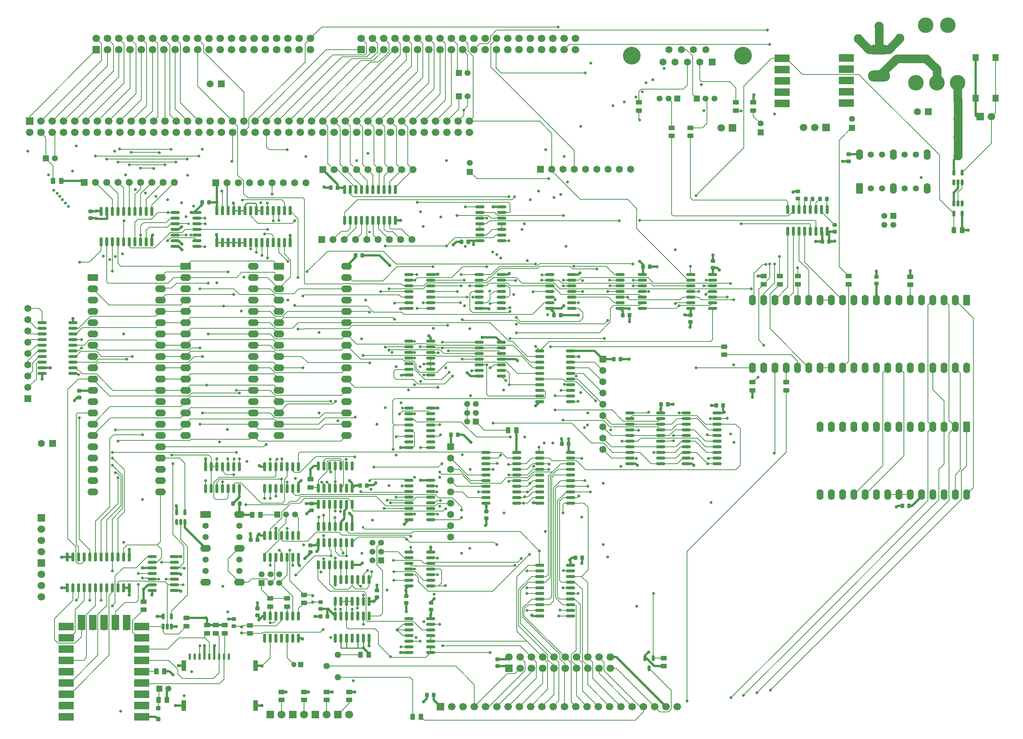
<source format=gbr>
%TF.GenerationSoftware,KiCad,Pcbnew,9.0.6*%
%TF.CreationDate,2025-11-23T22:39:12-08:00*%
%TF.ProjectId,SD-ZMB,53442d5a-4d42-42e6-9b69-6361645f7063,PR8.2*%
%TF.SameCoordinates,Original*%
%TF.FileFunction,Copper,L1,Top*%
%TF.FilePolarity,Positive*%
%FSLAX46Y46*%
G04 Gerber Fmt 4.6, Leading zero omitted, Abs format (unit mm)*
G04 Created by KiCad (PCBNEW 9.0.6) date 2025-11-23 22:39:12*
%MOMM*%
%LPD*%
G01*
G04 APERTURE LIST*
G04 Aperture macros list*
%AMRoundRect*
0 Rectangle with rounded corners*
0 $1 Rounding radius*
0 $2 $3 $4 $5 $6 $7 $8 $9 X,Y pos of 4 corners*
0 Add a 4 corners polygon primitive as box body*
4,1,4,$2,$3,$4,$5,$6,$7,$8,$9,$2,$3,0*
0 Add four circle primitives for the rounded corners*
1,1,$1+$1,$2,$3*
1,1,$1+$1,$4,$5*
1,1,$1+$1,$6,$7*
1,1,$1+$1,$8,$9*
0 Add four rect primitives between the rounded corners*
20,1,$1+$1,$2,$3,$4,$5,0*
20,1,$1+$1,$4,$5,$6,$7,0*
20,1,$1+$1,$6,$7,$8,$9,0*
20,1,$1+$1,$8,$9,$2,$3,0*%
G04 Aperture macros list end*
%TA.AperFunction,SMDPad,CuDef*%
%ADD10RoundRect,0.150000X0.200000X-0.150000X0.200000X0.150000X-0.200000X0.150000X-0.200000X-0.150000X0*%
%TD*%
%TA.AperFunction,ComponentPad*%
%ADD11RoundRect,0.250000X0.350000X0.350000X-0.350000X0.350000X-0.350000X-0.350000X0.350000X-0.350000X0*%
%TD*%
%TA.AperFunction,ComponentPad*%
%ADD12C,1.200000*%
%TD*%
%TA.AperFunction,ComponentPad*%
%ADD13R,1.600000X1.600000*%
%TD*%
%TA.AperFunction,ComponentPad*%
%ADD14C,1.600000*%
%TD*%
%TA.AperFunction,SMDPad,CuDef*%
%ADD15RoundRect,0.150000X0.825000X0.150000X-0.825000X0.150000X-0.825000X-0.150000X0.825000X-0.150000X0*%
%TD*%
%TA.AperFunction,SMDPad,CuDef*%
%ADD16RoundRect,0.225000X0.225000X0.250000X-0.225000X0.250000X-0.225000X-0.250000X0.225000X-0.250000X0*%
%TD*%
%TA.AperFunction,SMDPad,CuDef*%
%ADD17RoundRect,0.250000X0.250000X-0.250000X0.250000X0.250000X-0.250000X0.250000X-0.250000X-0.250000X0*%
%TD*%
%TA.AperFunction,SMDPad,CuDef*%
%ADD18RoundRect,0.250000X0.450000X-0.262500X0.450000X0.262500X-0.450000X0.262500X-0.450000X-0.262500X0*%
%TD*%
%TA.AperFunction,SMDPad,CuDef*%
%ADD19RoundRect,0.225000X0.250000X-0.225000X0.250000X0.225000X-0.250000X0.225000X-0.250000X-0.225000X0*%
%TD*%
%TA.AperFunction,ComponentPad*%
%ADD20R,1.350000X1.350000*%
%TD*%
%TA.AperFunction,ComponentPad*%
%ADD21C,1.350000*%
%TD*%
%TA.AperFunction,ComponentPad*%
%ADD22RoundRect,0.250000X0.550000X-0.950000X0.550000X0.950000X-0.550000X0.950000X-0.550000X-0.950000X0*%
%TD*%
%TA.AperFunction,ComponentPad*%
%ADD23C,1.400000*%
%TD*%
%TA.AperFunction,ComponentPad*%
%ADD24O,1.600000X2.400000*%
%TD*%
%TA.AperFunction,SMDPad,CuDef*%
%ADD25RoundRect,0.150000X-0.837500X-0.150000X0.837500X-0.150000X0.837500X0.150000X-0.837500X0.150000X0*%
%TD*%
%TA.AperFunction,SMDPad,CuDef*%
%ADD26RoundRect,0.225000X-0.250000X0.225000X-0.250000X-0.225000X0.250000X-0.225000X0.250000X0.225000X0*%
%TD*%
%TA.AperFunction,ComponentPad*%
%ADD27R,1.700000X1.700000*%
%TD*%
%TA.AperFunction,ComponentPad*%
%ADD28C,1.700000*%
%TD*%
%TA.AperFunction,SMDPad,CuDef*%
%ADD29RoundRect,0.150000X0.150000X-0.825000X0.150000X0.825000X-0.150000X0.825000X-0.150000X-0.825000X0*%
%TD*%
%TA.AperFunction,ComponentPad*%
%ADD30O,1.700000X1.700000*%
%TD*%
%TA.AperFunction,SMDPad,CuDef*%
%ADD31R,3.500000X1.700000*%
%TD*%
%TA.AperFunction,SMDPad,CuDef*%
%ADD32RoundRect,0.150000X-0.825000X-0.150000X0.825000X-0.150000X0.825000X0.150000X-0.825000X0.150000X0*%
%TD*%
%TA.AperFunction,ComponentPad*%
%ADD33RoundRect,0.250000X-0.950000X-0.550000X0.950000X-0.550000X0.950000X0.550000X-0.950000X0.550000X0*%
%TD*%
%TA.AperFunction,ComponentPad*%
%ADD34O,2.400000X1.600000*%
%TD*%
%TA.AperFunction,SMDPad,CuDef*%
%ADD35RoundRect,0.225000X-0.225000X-0.250000X0.225000X-0.250000X0.225000X0.250000X-0.225000X0.250000X0*%
%TD*%
%TA.AperFunction,SMDPad,CuDef*%
%ADD36RoundRect,0.250000X-0.450000X0.262500X-0.450000X-0.262500X0.450000X-0.262500X0.450000X0.262500X0*%
%TD*%
%TA.AperFunction,SMDPad,CuDef*%
%ADD37RoundRect,0.150000X0.150000X-0.900000X0.150000X0.900000X-0.150000X0.900000X-0.150000X-0.900000X0*%
%TD*%
%TA.AperFunction,ComponentPad*%
%ADD38C,4.000000*%
%TD*%
%TA.AperFunction,ComponentPad*%
%ADD39C,3.500000*%
%TD*%
%TA.AperFunction,ComponentPad*%
%ADD40R,1.800000X1.800000*%
%TD*%
%TA.AperFunction,ComponentPad*%
%ADD41C,1.800000*%
%TD*%
%TA.AperFunction,SMDPad,CuDef*%
%ADD42RoundRect,0.250000X-0.262500X-0.450000X0.262500X-0.450000X0.262500X0.450000X-0.262500X0.450000X0*%
%TD*%
%TA.AperFunction,ComponentPad*%
%ADD43RoundRect,0.250000X0.550000X0.550000X-0.550000X0.550000X-0.550000X-0.550000X0.550000X-0.550000X0*%
%TD*%
%TA.AperFunction,SMDPad,CuDef*%
%ADD44RoundRect,0.150000X0.150000X-0.837500X0.150000X0.837500X-0.150000X0.837500X-0.150000X-0.837500X0*%
%TD*%
%TA.AperFunction,SMDPad,CuDef*%
%ADD45RoundRect,0.250000X0.262500X0.450000X-0.262500X0.450000X-0.262500X-0.450000X0.262500X-0.450000X0*%
%TD*%
%TA.AperFunction,SMDPad,CuDef*%
%ADD46R,1.400000X1.600000*%
%TD*%
%TA.AperFunction,SMDPad,CuDef*%
%ADD47RoundRect,0.150000X-0.150000X0.825000X-0.150000X-0.825000X0.150000X-0.825000X0.150000X0.825000X0*%
%TD*%
%TA.AperFunction,ComponentPad*%
%ADD48RoundRect,0.250000X0.600000X-0.600000X0.600000X0.600000X-0.600000X0.600000X-0.600000X-0.600000X0*%
%TD*%
%TA.AperFunction,SMDPad,CuDef*%
%ADD49RoundRect,0.150000X-0.150000X0.512500X-0.150000X-0.512500X0.150000X-0.512500X0.150000X0.512500X0*%
%TD*%
%TA.AperFunction,ComponentPad*%
%ADD50RoundRect,0.250000X-0.550000X0.950000X-0.550000X-0.950000X0.550000X-0.950000X0.550000X0.950000X0*%
%TD*%
%TA.AperFunction,ComponentPad*%
%ADD51O,5.000000X2.500000*%
%TD*%
%TA.AperFunction,ComponentPad*%
%ADD52O,4.500000X2.250000*%
%TD*%
%TA.AperFunction,SMDPad,CuDef*%
%ADD53R,1.700000X3.500000*%
%TD*%
%TA.AperFunction,SMDPad,CuDef*%
%ADD54RoundRect,0.150000X0.837500X0.150000X-0.837500X0.150000X-0.837500X-0.150000X0.837500X-0.150000X0*%
%TD*%
%TA.AperFunction,SMDPad,CuDef*%
%ADD55RoundRect,0.150000X0.150000X-0.512500X0.150000X0.512500X-0.150000X0.512500X-0.150000X-0.512500X0*%
%TD*%
%TA.AperFunction,SMDPad,CuDef*%
%ADD56RoundRect,0.150000X-0.150000X0.837500X-0.150000X-0.837500X0.150000X-0.837500X0.150000X0.837500X0*%
%TD*%
%TA.AperFunction,SMDPad,CuDef*%
%ADD57RoundRect,0.150000X-0.200000X0.150000X-0.200000X-0.150000X0.200000X-0.150000X0.200000X0.150000X0*%
%TD*%
%TA.AperFunction,SMDPad,CuDef*%
%ADD58R,0.620000X1.400000*%
%TD*%
%TA.AperFunction,SMDPad,CuDef*%
%ADD59R,1.100000X2.400000*%
%TD*%
%TA.AperFunction,ComponentPad*%
%ADD60C,1.440000*%
%TD*%
%TA.AperFunction,ViaPad*%
%ADD61C,0.762000*%
%TD*%
%TA.AperFunction,ViaPad*%
%ADD62C,2.082800*%
%TD*%
%TA.AperFunction,ViaPad*%
%ADD63C,0.635000*%
%TD*%
%TA.AperFunction,ViaPad*%
%ADD64C,0.558800*%
%TD*%
%TA.AperFunction,Conductor*%
%ADD65C,0.508000*%
%TD*%
%TA.AperFunction,Conductor*%
%ADD66C,0.203200*%
%TD*%
%TA.AperFunction,Conductor*%
%ADD67C,0.254000*%
%TD*%
%TA.AperFunction,Conductor*%
%ADD68C,1.981200*%
%TD*%
G04 APERTURE END LIST*
D10*
%TO.P,D5,1,K*%
%TO.N,/MainBoard-CPU_Decode/CLKhEN-*%
X158750000Y-224725000D03*
%TO.P,D5,2,A*%
%TO.N,Net-(D5-A)*%
X158750000Y-226125000D03*
%TD*%
D11*
%TO.P,C6,1*%
%TO.N,+5V*%
X156043600Y-240157000D03*
D12*
%TO.P,C6,2*%
%TO.N,GND*%
X154543600Y-240157000D03*
%TD*%
D13*
%TO.P,RN4,1,common*%
%TO.N,+5V*%
X107315000Y-131650000D03*
D14*
%TO.P,RN4,2,R1*%
%TO.N,BA16*%
X109855000Y-131650000D03*
%TO.P,RN4,3,R2*%
%TO.N,BA17*%
X112395000Y-131650000D03*
%TO.P,RN4,4,R3*%
%TO.N,BA18*%
X114935000Y-131650000D03*
%TO.P,RN4,5,R4*%
%TO.N,BA19*%
X117475000Y-131650000D03*
%TO.P,RN4,6,R5*%
%TO.N,BA20*%
X120015000Y-131650000D03*
%TO.P,RN4,7,R6*%
%TO.N,BA21*%
X122555000Y-131650000D03*
%TO.P,RN4,8,R7*%
%TO.N,BA22*%
X125095000Y-131650000D03*
%TO.P,RN4,9,R8*%
%TO.N,BA23*%
X127635000Y-131650000D03*
%TD*%
D15*
%TO.P,U10,1*%
%TO.N,Net-(U12-~{E0})*%
X132715000Y-146050000D03*
%TO.P,U10,2*%
%TO.N,ZA2*%
X132715000Y-144780000D03*
%TO.P,U10,3*%
%TO.N,ZA6*%
X132715000Y-143510000D03*
%TO.P,U10,4*%
%TO.N,/MainBoard-CPU_Decode/MHA20*%
X132715000Y-142240000D03*
%TO.P,U10,5*%
%TO.N,/MainBoard-CPU_Decode/LCLIO*%
X132715000Y-140970000D03*
%TO.P,U10,6*%
%TO.N,/MainBoard-CPU_Decode/LOW1MEG*%
X132715000Y-139700000D03*
%TO.P,U10,7,GND*%
%TO.N,GND*%
X132715000Y-138430000D03*
%TO.P,U10,8*%
%TO.N,/MainBoard-CPU_Decode/MHA21*%
X127765000Y-138430000D03*
%TO.P,U10,9*%
%TO.N,/MainBoard-CPU_Decode/MHA22*%
X127765000Y-139700000D03*
%TO.P,U10,10*%
%TO.N,/MainBoard-CPU_Decode/MHA23*%
X127765000Y-140970000D03*
%TO.P,U10,11*%
%TO.N,GND*%
X127765000Y-142240000D03*
%TO.P,U10,12*%
%TO.N,ZIORQ-*%
X127765000Y-143510000D03*
%TO.P,U10,13*%
%TO.N,GND*%
X127765000Y-144780000D03*
%TO.P,U10,14,VCC*%
%TO.N,+5V*%
X127765000Y-146050000D03*
%TD*%
D16*
%TO.P,C26,1*%
%TO.N,GND*%
X169939000Y-148082000D03*
%TO.P,C26,2*%
%TO.N,+5V*%
X168389000Y-148082000D03*
%TD*%
D17*
%TO.P,D6,1,K*%
%TO.N,/ExpIFC-SIOCTC/UHPWR5*%
X123952000Y-252500000D03*
%TO.P,D6,2,A*%
%TO.N,Net-(D6-A)*%
X123952000Y-250000000D03*
%TD*%
D18*
%TO.P,R36,1*%
%TO.N,/MainBoard-CPU_Decode/VPU3*%
X158242000Y-200302500D03*
%TO.P,R36,2*%
%TO.N,+5V*%
X158242000Y-198477500D03*
%TD*%
D19*
%TO.P,C27,1*%
%TO.N,GND*%
X200406000Y-240551000D03*
%TO.P,C27,2*%
%TO.N,+5V*%
X200406000Y-239001000D03*
%TD*%
D20*
%TO.P,OP1,1,Pin_A*%
%TO.N,/MainBoard-CPU_Decode/VPU2*%
X150780999Y-206375000D03*
D21*
%TO.P,OP1,2,Pin_Common*%
%TO.N,/MainBoard-CPU_Decode/CLKhRST-*%
X152780999Y-206375000D03*
%TO.P,OP1,3,Pin_B*%
%TO.N,/MainBoard-CPU_Decode/CLKhRR-*%
X154780999Y-206375000D03*
%TD*%
D22*
%TO.P,U31,1,EN*%
%TO.N,+5V*%
X281940000Y-132969000D03*
D23*
%TO.P,U31,2,NC2*%
%TO.N,unconnected-(U31-NC2-Pad2)*%
X284480000Y-132969000D03*
%TO.P,U31,3,NC3*%
%TO.N,unconnected-(U31-NC3-Pad3)*%
X287020000Y-132969000D03*
D24*
%TO.P,U31,4,G*%
%TO.N,GND*%
X289560000Y-132969000D03*
D23*
%TO.P,U31,5,NC5*%
%TO.N,unconnected-(U31-NC5-Pad5)*%
X292100000Y-132969000D03*
%TO.P,U31,6,NC6*%
%TO.N,unconnected-(U31-NC6-Pad6)*%
X294640000Y-132969000D03*
D24*
%TO.P,U31,7,G*%
%TO.N,GND*%
X297180000Y-132969000D03*
%TO.P,U31,8,O*%
%TO.N,/ExpIFC-SIOCTC/CTC_CLK*%
X297180000Y-125349000D03*
D23*
%TO.P,U31,9,NC9*%
%TO.N,unconnected-(U31-NC9-Pad9)*%
X294640000Y-125349000D03*
%TO.P,U31,10,NC10*%
%TO.N,unconnected-(U31-NC10-Pad10)*%
X292100000Y-125349000D03*
D24*
%TO.P,U31,11,O*%
%TO.N,/ExpIFC-SIOCTC/CTC_CLK*%
X289560000Y-125349000D03*
D23*
%TO.P,U31,12,NC12*%
%TO.N,unconnected-(U31-NC12-Pad12)*%
X287020000Y-125349000D03*
%TO.P,U31,13,NC13*%
%TO.N,unconnected-(U31-NC13-Pad13)*%
X284480000Y-125349000D03*
D24*
%TO.P,U31,14,PWR*%
%TO.N,+5V*%
X281940000Y-125349000D03*
%TD*%
D15*
%TO.P,U43,1*%
%TO.N,GND*%
X127570000Y-223520000D03*
%TO.P,U43,2*%
%TO.N,USBSDSEL-*%
X127570000Y-222250000D03*
%TO.P,U43,3*%
%TO.N,/ExpIFC-SIOCTC/MSEL-*%
X127570000Y-220980000D03*
%TO.P,U43,4*%
%TO.N,GND*%
X127570000Y-219710000D03*
%TO.P,U43,5*%
%TO.N,ZA0*%
X127570000Y-218440000D03*
%TO.P,U43,6*%
%TO.N,/ExpIFC-SIOCTC/MA0*%
X127570000Y-217170000D03*
%TO.P,U43,7,GND*%
%TO.N,GND*%
X127570000Y-215900000D03*
%TO.P,U43,8*%
%TO.N,/ExpIFC-SIOCTC/MRD-*%
X122620000Y-215900000D03*
%TO.P,U43,9*%
%TO.N,ZRD-*%
X122620000Y-217170000D03*
%TO.P,U43,10*%
%TO.N,GND*%
X122620000Y-218440000D03*
%TO.P,U43,11*%
%TO.N,/ExpIFC-SIOCTC/MWR-*%
X122620000Y-219710000D03*
%TO.P,U43,12*%
%TO.N,ZWR-*%
X122620000Y-220980000D03*
%TO.P,U43,13*%
%TO.N,GND*%
X122620000Y-222250000D03*
%TO.P,U43,14,VCC*%
%TO.N,+3.3V*%
X122620000Y-223520000D03*
%TD*%
D25*
%TO.P,U26,1,A>B*%
%TO.N,/MainBoard-CPU_Decode/BAtoZA-*%
X209897500Y-169545000D03*
%TO.P,U26,2,A0*%
%TO.N,ZA8*%
X209897500Y-170815000D03*
%TO.P,U26,3,A1*%
%TO.N,ZA9*%
X209897500Y-172085000D03*
%TO.P,U26,4,A2*%
%TO.N,ZA10*%
X209897500Y-173355000D03*
%TO.P,U26,5,A3*%
%TO.N,ZA11*%
X209897500Y-174625000D03*
%TO.P,U26,6,A4*%
%TO.N,ZRD-*%
X209897500Y-175895000D03*
%TO.P,U26,7,A5*%
%TO.N,ZWR-*%
X209897500Y-177165000D03*
%TO.P,U26,8,A6*%
%TO.N,ZMREQ-*%
X209897500Y-178435000D03*
%TO.P,U26,9,A7*%
%TO.N,ZIORQ-*%
X209897500Y-179705000D03*
%TO.P,U26,10,GND*%
%TO.N,GND*%
X209897500Y-180975000D03*
%TO.P,U26,11,B7*%
%TO.N,BIORQ-*%
X216822500Y-180975000D03*
%TO.P,U26,12,B6*%
%TO.N,BMREQ-*%
X216822500Y-179705000D03*
%TO.P,U26,13,B5*%
%TO.N,BWR-*%
X216822500Y-178435000D03*
%TO.P,U26,14,B4*%
%TO.N,BRD-*%
X216822500Y-177165000D03*
%TO.P,U26,15,B3*%
%TO.N,BA11*%
X216822500Y-175895000D03*
%TO.P,U26,16,B2*%
%TO.N,BA10*%
X216822500Y-174625000D03*
%TO.P,U26,17,B1*%
%TO.N,BA09*%
X216822500Y-173355000D03*
%TO.P,U26,18,B0*%
%TO.N,BA08*%
X216822500Y-172085000D03*
%TO.P,U26,19,~{OE}*%
%TO.N,GND*%
X216822500Y-170815000D03*
%TO.P,U26,20,VCC*%
%TO.N,+5V*%
X216822500Y-169545000D03*
%TD*%
D26*
%TO.P,C12,1*%
%TO.N,GND*%
X158496000Y-203949000D03*
%TO.P,C12,2*%
%TO.N,+5V*%
X158496000Y-205499000D03*
%TD*%
%TO.P,C32,1*%
%TO.N,GND*%
X158242000Y-213347000D03*
%TO.P,C32,2*%
%TO.N,+5V*%
X158242000Y-214897000D03*
%TD*%
%TO.P,C41,1*%
%TO.N,Net-(U46-VS+)*%
X276352000Y-141211000D03*
%TO.P,C41,2*%
%TO.N,+5V*%
X276352000Y-142761000D03*
%TD*%
D27*
%TO.P,J16,1,Pin_1*%
%TO.N,GND*%
X274447000Y-119253000D03*
D28*
%TO.P,J16,2,Pin_2*%
%TO.N,/ExpIFC-SIOCTC/CHB_RXD*%
X271907000Y-119253000D03*
%TO.P,J16,3,Pin_3*%
%TO.N,/ExpIFC-SIOCTC/CHB_TXD*%
X269367001Y-119253000D03*
%TD*%
D29*
%TO.P,U8,1*%
%TO.N,/MainBoard-CPU_Decode/CLKhEN-*%
X147955000Y-200595000D03*
%TO.P,U8,2*%
%TO.N,/MainBoard-CPU_Decode/CLKhSW*%
X149225000Y-200595000D03*
%TO.P,U8,3*%
%TO.N,Net-(U2B-~{S})*%
X150495000Y-200595000D03*
%TO.P,U8,4*%
%TO.N,/MainBoard-CPU_Decode/ZMASTER-*%
X151765000Y-200595000D03*
%TO.P,U8,5*%
%TO.N,/MainBoard-CPU_Decode/LCLIO*%
X153035000Y-200595000D03*
%TO.P,U8,6*%
%TO.N,/MainBoard-CPU_Decode/BAtoZAH-*%
X154305000Y-200595000D03*
%TO.P,U8,7,GND*%
%TO.N,GND*%
X155575000Y-200595000D03*
%TO.P,U8,8*%
%TO.N,/MainBoard-CPU_Decode/ZPGPRS*%
X155575000Y-195645000D03*
%TO.P,U8,9*%
%TO.N,/MainBoard-CPU_Decode/PGRGSEL-*%
X154305000Y-195645000D03*
%TO.P,U8,10*%
%TO.N,Net-(U6-Pad6)*%
X153035000Y-195645000D03*
%TO.P,U8,11*%
%TO.N,/MainBoard-CPU_Decode/ZMNIO-*%
X151765000Y-195645000D03*
%TO.P,U8,12*%
%TO.N,/MainBoard-CPU_Decode/ZMASTER*%
X150495000Y-195645000D03*
%TO.P,U8,13*%
%TO.N,ZIORQ-*%
X149225000Y-195645000D03*
%TO.P,U8,14,VCC*%
%TO.N,+5V*%
X147955000Y-195645000D03*
%TD*%
D30*
%TO.P,M1,1,RESET-*%
%TO.N,BRDRST-*%
X265450000Y-103722000D03*
D31*
X264550000Y-103722000D03*
D30*
%TO.P,M1,2,3V3*%
%TO.N,unconnected-(M1-3V3-Pad2)*%
X265450000Y-106262000D03*
D31*
%TO.N,unconnected-(M1-3V3-Pad2)_1*%
X264550000Y-106262000D03*
D27*
%TO.P,M1,3,VIO*%
%TO.N,unconnected-(M1-VIO-Pad3)_1*%
X265450000Y-108802000D03*
D31*
%TO.N,unconnected-(M1-VIO-Pad3)*%
X264550000Y-108802000D03*
D30*
%TO.P,M1,4,GND*%
%TO.N,GND*%
X265450000Y-111342000D03*
D31*
X264550000Y-111342000D03*
D30*
%TO.P,M1,5,VBUS*%
%TO.N,unconnected-(M1-VBUS-Pad5)_1*%
X265450000Y-113882000D03*
D31*
%TO.N,unconnected-(M1-VBUS-Pad5)*%
X264550000Y-113882000D03*
D30*
%TO.P,M1,6,CB0*%
%TO.N,unconnected-(M1-CB0-Pad6)_1*%
X278130000Y-113792000D03*
D31*
%TO.N,unconnected-(M1-CB0-Pad6)*%
X279030000Y-113792000D03*
D30*
%TO.P,M1,7,TXD(O)*%
%TO.N,Net-(JP6-Pin_2)*%
X278130000Y-111252000D03*
D31*
X279030000Y-111252000D03*
D27*
%TO.P,M1,8,RTS-(O)*%
%TO.N,unconnected-(M1-RTS-(O)-Pad8)*%
X278130000Y-108712000D03*
D31*
%TO.N,unconnected-(M1-RTS-(O)-Pad8)_1*%
X279030000Y-108712000D03*
D30*
%TO.P,M1,9,RXD(I)*%
%TO.N,/ExpIFC-SIOCTC/CHB_TXD*%
X278130000Y-106172000D03*
D31*
X279030000Y-106172000D03*
D30*
%TO.P,M1,10,CTS-(I)*%
%TO.N,unconnected-(M1-CTS-(I)-Pad10)*%
X278130000Y-103632000D03*
D31*
%TO.N,unconnected-(M1-CTS-(I)-Pad10)_1*%
X279030000Y-103632000D03*
%TD*%
D32*
%TO.P,U34,1*%
%TO.N,/ExpIFC-SIOCTC/SIOIEO*%
X196407000Y-137160000D03*
%TO.P,U34,2*%
%TO.N,/ExpIFC-SIOCTC/CTCIEO*%
X196407000Y-138430000D03*
%TO.P,U34,3*%
%TO.N,ZIORQ-*%
X196407000Y-139700000D03*
%TO.P,U34,4*%
%TO.N,ZMREQ-*%
X196407000Y-140970000D03*
%TO.P,U34,5*%
X196407000Y-142240000D03*
%TO.P,U34,6*%
%TO.N,Net-(U34-Pad10)*%
X196407000Y-143510000D03*
%TO.P,U34,7,GND*%
%TO.N,GND*%
X196407000Y-144780000D03*
%TO.P,U34,8*%
%TO.N,/MainBoard-CPU_Decode/ZDBDEN-*%
X201357000Y-144780000D03*
%TO.P,U34,9*%
%TO.N,ZRFSH-*%
X201357000Y-143510000D03*
%TO.P,U34,10*%
%TO.N,Net-(U34-Pad10)*%
X201357000Y-142240000D03*
%TO.P,U34,11*%
X201357000Y-140970000D03*
%TO.P,U34,12*%
%TO.N,BUSIA-*%
X201357000Y-139700000D03*
%TO.P,U34,13*%
%TO.N,INTACK*%
X201357000Y-138430000D03*
%TO.P,U34,14,VCC*%
%TO.N,+5V*%
X201357000Y-137160000D03*
%TD*%
%TO.P,U12,1,A0*%
%TO.N,ZA3*%
X180405000Y-198728000D03*
%TO.P,U12,2,A1*%
%TO.N,ZA4*%
X180405000Y-199998000D03*
%TO.P,U12,3,A2*%
%TO.N,ZA5*%
X180405000Y-201268000D03*
%TO.P,U12,4,~{E0}*%
%TO.N,Net-(U12-~{E0})*%
X180405000Y-202538000D03*
%TO.P,U12,5,~{E1}*%
%TO.N,ZIORQ-*%
X180405000Y-203808000D03*
%TO.P,U12,6,E2*%
%TO.N,Net-(U12-E2)*%
X180405000Y-205078000D03*
%TO.P,U12,7,~{Y7}*%
%TO.N,/MainBoard-CPU_Decode/PGENWR-*%
X180405000Y-206348000D03*
%TO.P,U12,8,GND*%
%TO.N,GND*%
X180405000Y-207618000D03*
%TO.P,U12,9,~{Y6}*%
%TO.N,/MainBoard-CPU_Decode/PGRGSEL-*%
X185355000Y-207618000D03*
%TO.P,U12,10,~{Y5}*%
%TO.N,/MainBoard-CPU_Decode/BDCTRL-*%
X185355000Y-206348000D03*
%TO.P,U12,11,~{Y4}*%
%TO.N,/MainBoard-CPU_Decode/IO_A0A3-*%
X185355000Y-205078000D03*
%TO.P,U12,12,~{Y3}*%
%TO.N,DISPSEL-*%
X185355000Y-203808000D03*
%TO.P,U12,13,~{Y2}*%
%TO.N,USBSDSEL-*%
X185355000Y-202538000D03*
%TO.P,U12,14,~{Y1}*%
%TO.N,CTC_SEL-*%
X185355000Y-201268000D03*
%TO.P,U12,15,~{Y0}*%
%TO.N,SIO_SEL-*%
X185355000Y-199998000D03*
%TO.P,U12,16,VCC*%
%TO.N,+5V*%
X185355000Y-198728000D03*
%TD*%
D16*
%TO.P,C8,1*%
%TO.N,GND*%
X234709000Y-150622000D03*
%TO.P,C8,2*%
%TO.N,+5V*%
X233159000Y-150622000D03*
%TD*%
D32*
%TO.P,U7,1*%
%TO.N,INTACK*%
X180405000Y-152400000D03*
%TO.P,U7,2*%
%TO.N,ZIORQ-*%
X180405000Y-153670000D03*
%TO.P,U7,3*%
%TO.N,ZM1-*%
X180405000Y-154940000D03*
%TO.P,U7,4*%
%TO.N,Net-(U12-E2)*%
X180405000Y-156210000D03*
%TO.P,U7,5*%
%TO.N,ZA2*%
X180405000Y-157480000D03*
%TO.P,U7,6*%
%TO.N,ZA6*%
X180405000Y-158750000D03*
%TO.P,U7,7,GND*%
%TO.N,GND*%
X180405000Y-160020000D03*
%TO.P,U7,8*%
%TO.N,/MainBoard-CPU_Decode/LCLMEM*%
X185355000Y-160020000D03*
%TO.P,U7,9*%
%TO.N,/MainBoard-CPU_Decode/LCLIO*%
X185355000Y-158750000D03*
%TO.P,U7,10*%
%TO.N,Net-(U29-Pad5)*%
X185355000Y-157480000D03*
%TO.P,U7,11*%
%TO.N,BUSIA-*%
X185355000Y-156210000D03*
%TO.P,U7,12*%
%TO.N,/MainBoard-CPU_Decode/ZMASTER-*%
X185355000Y-154940000D03*
%TO.P,U7,13*%
%TO.N,Net-(U29-Pad9)*%
X185355000Y-153670000D03*
%TO.P,U7,14,VCC*%
%TO.N,+5V*%
X185355000Y-152400000D03*
%TD*%
D33*
%TO.P,U13,1,A_{11}*%
%TO.N,ZA11*%
X109220000Y-153035000D03*
D34*
%TO.P,U13,2,A_{12}*%
%TO.N,ZA12*%
X109220000Y-155575000D03*
%TO.P,U13,3,A_{13}*%
%TO.N,ZA13*%
X109220000Y-158115000D03*
%TO.P,U13,4,A_{14}*%
%TO.N,ZA14*%
X109220000Y-160655000D03*
%TO.P,U13,5,A_{15}*%
%TO.N,ZA15*%
X109220000Y-163195000D03*
%TO.P,U13,6,CLK*%
%TO.N,ZCLK*%
X109220000Y-165735000D03*
%TO.P,U13,7,D_{4}*%
%TO.N,ZD4*%
X109220000Y-168275000D03*
%TO.P,U13,8,D_{3}*%
%TO.N,ZD3*%
X109220000Y-170815000D03*
%TO.P,U13,9,D_{5}*%
%TO.N,ZD5*%
X109220000Y-173355000D03*
%TO.P,U13,10,D_{6}*%
%TO.N,ZD6*%
X109220000Y-175895000D03*
%TO.P,U13,11,V_{CC}*%
%TO.N,+5V*%
X109220000Y-178435000D03*
%TO.P,U13,12,D_{2}*%
%TO.N,ZD2*%
X109220000Y-180975000D03*
%TO.P,U13,13,D_{7}*%
%TO.N,ZD7*%
X109220000Y-183515000D03*
%TO.P,U13,14,D_{0}*%
%TO.N,ZD0*%
X109220000Y-186055000D03*
%TO.P,U13,15,D_{1}*%
%TO.N,ZD1*%
X109220000Y-188595000D03*
%TO.P,U13,16,~{INT}*%
%TO.N,ZINT-*%
X109220000Y-191135000D03*
%TO.P,U13,17,~{NMI}*%
%TO.N,ZNMI-*%
X109220000Y-193675000D03*
%TO.P,U13,18,~{HALT}*%
%TO.N,ZHALT-*%
X109220000Y-196215000D03*
%TO.P,U13,19,~{MREQ}*%
%TO.N,ZMREQ-*%
X109220000Y-198755000D03*
%TO.P,U13,20,~{IORQ}*%
%TO.N,ZIORQ-*%
X109220000Y-201295000D03*
%TO.P,U13,21,~{RD}*%
%TO.N,ZRD-*%
X124460000Y-201295000D03*
%TO.P,U13,22,~{WR}*%
%TO.N,ZWR-*%
X124460000Y-198755000D03*
%TO.P,U13,23,~{BUSACK}*%
%TO.N,ZBSAK-*%
X124460000Y-196215000D03*
%TO.P,U13,24,~{WAIT}*%
%TO.N,ZWAIT-*%
X124460000Y-193675000D03*
%TO.P,U13,25,~{BUSREQ}*%
%TO.N,ZBREQ-*%
X124460000Y-191135000D03*
%TO.P,U13,26,~{RESET}*%
%TO.N,ZRST-*%
X124460000Y-188595000D03*
%TO.P,U13,27,~{M1}*%
%TO.N,ZM1-*%
X124460000Y-186055000D03*
%TO.P,U13,28,~{RFSH}*%
%TO.N,ZRFSH-*%
X124460000Y-183515000D03*
%TO.P,U13,29,GND*%
%TO.N,GND*%
X124460000Y-180975000D03*
%TO.P,U13,30,A_{0}*%
%TO.N,ZA0*%
X124460000Y-178435000D03*
%TO.P,U13,31,A_{1}*%
%TO.N,ZA1*%
X124460000Y-175895000D03*
%TO.P,U13,32,A_{2}*%
%TO.N,ZA2*%
X124460000Y-173355000D03*
%TO.P,U13,33,A_{3}*%
%TO.N,ZA3*%
X124460000Y-170815000D03*
%TO.P,U13,34,A_{4}*%
%TO.N,ZA4*%
X124460000Y-168275000D03*
%TO.P,U13,35,A_{5}*%
%TO.N,ZA5*%
X124460000Y-165735000D03*
%TO.P,U13,36,A_{6}*%
%TO.N,ZA6*%
X124460000Y-163195000D03*
%TO.P,U13,37,A_{7}*%
%TO.N,ZA7*%
X124460000Y-160655000D03*
%TO.P,U13,38,A_{8}*%
%TO.N,ZA8*%
X124460000Y-158115000D03*
%TO.P,U13,39,A_{9}*%
%TO.N,ZA9*%
X124460000Y-155575000D03*
%TO.P,U13,40,A_{10}*%
%TO.N,ZA10*%
X124460000Y-153035000D03*
%TD*%
D26*
%TO.P,C31,1*%
%TO.N,GND*%
X197866000Y-205727000D03*
%TO.P,C31,2*%
%TO.N,+5V*%
X197866000Y-207277000D03*
%TD*%
D35*
%TO.P,C7,1*%
%TO.N,GND*%
X214871000Y-190500000D03*
%TO.P,C7,2*%
%TO.N,+5V*%
X216421000Y-190500000D03*
%TD*%
D27*
%TO.P,J3,1,Pin_1*%
%TO.N,GND*%
X253370000Y-119380000D03*
D28*
%TO.P,J3,2,Pin_2*%
%TO.N,/ExpIFC-SIOCTC/CHA_DTR-*%
X250830000Y-119380000D03*
%TD*%
D32*
%TO.P,U4,1*%
%TO.N,BRDRST-*%
X243905000Y-152400000D03*
%TO.P,U4,2*%
%TO.N,CRSTRQ-*%
X243905000Y-153670000D03*
%TO.P,U4,3*%
%TO.N,ZRST-*%
X243905000Y-154940000D03*
%TO.P,U4,4*%
%TO.N,ZA0*%
X243905000Y-156210000D03*
%TO.P,U4,5*%
%TO.N,ZIORQ-*%
X243905000Y-157480000D03*
%TO.P,U4,6*%
%TO.N,/MainBoard-CPU_Decode/PRA3*%
X243905000Y-158750000D03*
%TO.P,U4,7,GND*%
%TO.N,GND*%
X243905000Y-160020000D03*
%TO.P,U4,8*%
%TO.N,/MainBoard-CPU_Decode/BAtoZA-*%
X248855000Y-160020000D03*
%TO.P,U4,9*%
%TO.N,/MainBoard-CPU_Decode/BAtoMHA-*%
X248855000Y-158750000D03*
%TO.P,U4,10*%
%TO.N,/MainBoard-CPU_Decode/BAtoZAH-*%
X248855000Y-157480000D03*
%TO.P,U4,11*%
%TO.N,/ExpIFC-SIOCTC/bpIEI*%
X248855000Y-156210000D03*
%TO.P,U4,12*%
%TO.N,/ExpIFC-SIOCTC/B0IEO*%
X248855000Y-154940000D03*
%TO.P,U4,13*%
%TO.N,/ExpIFC-SIOCTC/LCLIA-*%
X248855000Y-153670000D03*
%TO.P,U4,14,VCC*%
%TO.N,+5V*%
X248855000Y-152400000D03*
%TD*%
D25*
%TO.P,U18,1,A>B*%
%TO.N,/MainBoard-CPU_Decode/PGRGWR-*%
X209897500Y-192405000D03*
%TO.P,U18,2,A0*%
%TO.N,/MainBoard-CPU_Decode/MHA13*%
X209897500Y-193675000D03*
%TO.P,U18,3,A1*%
%TO.N,/MainBoard-CPU_Decode/MHA14*%
X209897500Y-194945000D03*
%TO.P,U18,4,A2*%
%TO.N,/MainBoard-CPU_Decode/MHA15*%
X209897500Y-196215000D03*
%TO.P,U18,5,A3*%
%TO.N,/MainBoard-CPU_Decode/MHA16*%
X209897500Y-197485000D03*
%TO.P,U18,6,A4*%
%TO.N,/MainBoard-CPU_Decode/MHA17*%
X209897500Y-198755000D03*
%TO.P,U18,7,A5*%
%TO.N,/MainBoard-CPU_Decode/MHA18*%
X209897500Y-200025000D03*
%TO.P,U18,8,A6*%
%TO.N,/MainBoard-CPU_Decode/MHA19*%
X209897500Y-201295000D03*
%TO.P,U18,9,A7*%
%TO.N,/MainBoard-CPU_Decode/MHA20*%
X209897500Y-202565000D03*
%TO.P,U18,10,GND*%
%TO.N,GND*%
X209897500Y-203835000D03*
%TO.P,U18,11,B7*%
%TO.N,ZD7*%
X216822500Y-203835000D03*
%TO.P,U18,12,B6*%
%TO.N,ZD6*%
X216822500Y-202565000D03*
%TO.P,U18,13,B5*%
%TO.N,ZD5*%
X216822500Y-201295000D03*
%TO.P,U18,14,B4*%
%TO.N,ZD4*%
X216822500Y-200025000D03*
%TO.P,U18,15,B3*%
%TO.N,ZD3*%
X216822500Y-198755000D03*
%TO.P,U18,16,B2*%
%TO.N,ZD2*%
X216822500Y-197485000D03*
%TO.P,U18,17,B1*%
%TO.N,ZD1*%
X216822500Y-196215000D03*
%TO.P,U18,18,B0*%
%TO.N,ZD0*%
X216822500Y-194945000D03*
%TO.P,U18,19,~{OE}*%
%TO.N,/MainBoard-CPU_Decode/PGRGSEL-*%
X216822500Y-193675000D03*
%TO.P,U18,20,VCC*%
%TO.N,+5V*%
X216822500Y-192405000D03*
%TD*%
D13*
%TO.P,RN1,1,common*%
%TO.N,GND*%
X189865000Y-191135000D03*
D14*
%TO.P,RN1,2,R1*%
%TO.N,/MainBoard-CPU_Decode/PDA16*%
X189865000Y-193675000D03*
%TO.P,RN1,3,R2*%
%TO.N,/MainBoard-CPU_Decode/PDA17*%
X189865000Y-196215000D03*
%TO.P,RN1,4,R3*%
%TO.N,/MainBoard-CPU_Decode/PDA18*%
X189865000Y-198755000D03*
%TO.P,RN1,5,R4*%
%TO.N,/MainBoard-CPU_Decode/PDA20*%
X189865000Y-201295000D03*
%TO.P,RN1,6,R5*%
%TO.N,/MainBoard-CPU_Decode/MHA21*%
X189865000Y-203835000D03*
%TO.P,RN1,7,R6*%
%TO.N,/MainBoard-CPU_Decode/MHA22*%
X189865000Y-206375000D03*
%TO.P,RN1,8,R7*%
%TO.N,/MainBoard-CPU_Decode/MHA23*%
X189865000Y-208915000D03*
%TO.P,RN1,9,R8*%
%TO.N,unconnected-(RN1-R8-Pad9)*%
X189865000Y-211455000D03*
%TD*%
D36*
%TO.P,R6,1*%
%TO.N,/ExpIFC-SIOCTC/ExIRQ1-*%
X257810000Y-176633500D03*
%TO.P,R6,2*%
%TO.N,+5V*%
X257810000Y-178458500D03*
%TD*%
D37*
%TO.P,U15,1,A14/NC*%
%TO.N,GND*%
X137160000Y-145205000D03*
%TO.P,U15,2,A_{12}*%
X138430001Y-145205000D03*
%TO.P,U15,3,A_{7}*%
X139700000Y-145205000D03*
%TO.P,U15,4,A_{6}*%
X140970000Y-145205000D03*
%TO.P,U15,5,A_{5}*%
X142240000Y-145204999D03*
%TO.P,U15,6,A_{4}*%
X143510000Y-145205000D03*
%TO.P,U15,7,A_{3}*%
%TO.N,/MainBoard-CPU_Decode/PRA3*%
X144780000Y-145205000D03*
%TO.P,U15,8,A_{2}*%
%TO.N,ZA15*%
X146050000Y-145205000D03*
%TO.P,U15,9,A_{1}*%
%TO.N,ZA14*%
X147320000Y-145205000D03*
%TO.P,U15,10,A_{0}*%
%TO.N,ZA13*%
X148590000Y-145204999D03*
%TO.P,U15,11,I/O_{1}*%
%TO.N,/MainBoard-CPU_Decode/MHA13*%
X149860000Y-145205000D03*
%TO.P,U15,12,I/O_{2}*%
%TO.N,/MainBoard-CPU_Decode/MHA14*%
X151130000Y-145205000D03*
%TO.P,U15,13,I/O_{3}*%
%TO.N,/MainBoard-CPU_Decode/MHA15*%
X152399999Y-145205000D03*
%TO.P,U15,14,GND*%
%TO.N,GND*%
X153670000Y-145205000D03*
%TO.P,U15,15,I/O_{4}*%
%TO.N,/MainBoard-CPU_Decode/MHA16*%
X153670000Y-138005000D03*
%TO.P,U15,16,I/O_{5}*%
%TO.N,/MainBoard-CPU_Decode/MHA17*%
X152399999Y-138005000D03*
%TO.P,U15,17,I/O_{6}*%
%TO.N,/MainBoard-CPU_Decode/MHA18*%
X151130000Y-138005000D03*
%TO.P,U15,18,I/O_{7}*%
%TO.N,/MainBoard-CPU_Decode/MHA19*%
X149860000Y-138005000D03*
%TO.P,U15,19,I/O_{8}*%
%TO.N,/MainBoard-CPU_Decode/MHA20*%
X148590000Y-138005001D03*
%TO.P,U15,20,~{CE_{1}}*%
%TO.N,GND*%
X147320000Y-138005000D03*
%TO.P,U15,21,A_{10}*%
X146050000Y-138005000D03*
%TO.P,U15,22,~{OE}*%
%TO.N,/MainBoard-CPU_Decode/PROE-*%
X144780000Y-138005000D03*
%TO.P,U15,23,A_{11}*%
%TO.N,GND*%
X143510000Y-138005000D03*
%TO.P,U15,24,A_{9}*%
X142240000Y-138005001D03*
%TO.P,U15,25,A_{8}*%
X140970000Y-138005000D03*
%TO.P,U15,26,A13/CE_{2}*%
%TO.N,/MainBoard-CPU_Decode/VPU1N*%
X139700000Y-138005000D03*
%TO.P,U15,27,~{WE}*%
%TO.N,/MainBoard-CPU_Decode/PGRGWR-*%
X138430001Y-138005000D03*
%TO.P,U15,28,V_{CC}*%
%TO.N,+5V*%
X137160000Y-138005000D03*
%TD*%
D19*
%TO.P,C14,1*%
%TO.N,GND*%
X108712000Y-139713000D03*
%TO.P,C14,2*%
%TO.N,+5V*%
X108712000Y-138163000D03*
%TD*%
D35*
%TO.P,C9,1*%
%TO.N,GND*%
X144767000Y-212090000D03*
%TO.P,C9,2*%
%TO.N,+5V*%
X146317000Y-212090000D03*
%TD*%
D38*
%TO.P,J18,0*%
%TO.N,N/C*%
X255690000Y-103155331D03*
X230690000Y-103155331D03*
D13*
%TO.P,J18,1,1*%
%TO.N,unconnected-(J18-Pad1)*%
X248730000Y-104575331D03*
D14*
%TO.P,J18,2,2*%
%TO.N,/ExpIFC-SIOCTC/C1_RXD*%
X245960000Y-104575331D03*
%TO.P,J18,3,3*%
%TO.N,/ExpIFC-SIOCTC/C1_TXD*%
X243190000Y-104575331D03*
%TO.P,J18,4,4*%
%TO.N,/ExpIFC-SIOCTC/C1_DTR*%
X240420000Y-104575331D03*
%TO.P,J18,5,5*%
%TO.N,GND*%
X237650000Y-104575331D03*
%TO.P,J18,6,6*%
%TO.N,/ExpIFC-SIOCTC/C1_DSR*%
X247345000Y-101735331D03*
%TO.P,J18,7,7*%
%TO.N,/ExpIFC-SIOCTC/C1_RTR*%
X244575000Y-101735331D03*
%TO.P,J18,8,8*%
%TO.N,/ExpIFC-SIOCTC/C1_CTS*%
X241805000Y-101735331D03*
%TO.P,J18,9,9*%
%TO.N,unconnected-(J18-Pad9)*%
X239035000Y-101735331D03*
%TD*%
D18*
%TO.P,R14,1*%
%TO.N,/MainBoard-CPU_Decode/CLKfEN-*%
X144653000Y-233195500D03*
%TO.P,R14,2*%
%TO.N,Net-(D7-A)*%
X144653000Y-231370500D03*
%TD*%
D20*
%TO.P,OP4,a1,Pin_a1*%
%TO.N,Net-(OP4-Pin_a1)*%
X147256999Y-221837000D03*
D21*
%TO.P,OP4,a2,Pin_a2*%
%TO.N,CLKf*%
X149256999Y-221837000D03*
%TO.P,OP4,a3,Pin_a3*%
%TO.N,CLKh*%
X151256999Y-221837000D03*
%TO.P,OP4,b1,Pin_b1*%
%TO.N,ZCLK*%
X147256999Y-219837000D03*
%TO.P,OP4,b2,Pin_b2*%
X149256999Y-219837000D03*
%TO.P,OP4,b3,Pin_b3*%
X151256999Y-219837000D03*
%TD*%
D39*
%TO.P,SW2,1,A*%
%TO.N,unconnected-(SW2-A-Pad1)*%
X294679000Y-109216000D03*
%TO.P,SW2,2,B*%
%TO.N,/ExpIFC-SIOCTC/+5IN*%
X299379000Y-109216000D03*
%TO.P,SW2,3,C*%
%TO.N,+5V*%
X304079000Y-109216000D03*
%TO.P,SW2,M1*%
%TO.N,unconnected-(SW2-PadM1)*%
X296879000Y-96266000D03*
%TO.P,SW2,M2*%
%TO.N,unconnected-(SW2-PadM2)*%
X301879000Y-96266000D03*
%TD*%
D25*
%TO.P,U17,1,~{G1}*%
%TO.N,/MainBoard-CPU_Decode/ZPGPRS*%
X197832500Y-192405000D03*
%TO.P,U17,2,A0*%
%TO.N,ZA13*%
X197832500Y-193675000D03*
%TO.P,U17,3,A1*%
%TO.N,ZA14*%
X197832500Y-194945000D03*
%TO.P,U17,4,A2*%
%TO.N,ZA15*%
X197832500Y-196215000D03*
%TO.P,U17,5,A3*%
%TO.N,/MainBoard-CPU_Decode/PDA16*%
X197832500Y-197485000D03*
%TO.P,U17,6,A4*%
%TO.N,/MainBoard-CPU_Decode/PDA17*%
X197832500Y-198755000D03*
%TO.P,U17,7,A5*%
%TO.N,/MainBoard-CPU_Decode/PDA18*%
X197832500Y-200025000D03*
%TO.P,U17,8,A6*%
%TO.N,/MainBoard-CPU_Decode/RA55RO*%
X197832500Y-201295000D03*
%TO.P,U17,9,A7*%
%TO.N,/MainBoard-CPU_Decode/PDA20*%
X197832500Y-202565000D03*
%TO.P,U17,10,GND*%
%TO.N,GND*%
X197832500Y-203835000D03*
%TO.P,U17,11,Y7*%
%TO.N,/MainBoard-CPU_Decode/MHA20*%
X204757500Y-203835000D03*
%TO.P,U17,12,Y6*%
%TO.N,/MainBoard-CPU_Decode/MHA19*%
X204757500Y-202565000D03*
%TO.P,U17,13,Y5*%
%TO.N,/MainBoard-CPU_Decode/MHA18*%
X204757500Y-201295000D03*
%TO.P,U17,14,Y4*%
%TO.N,/MainBoard-CPU_Decode/MHA17*%
X204757500Y-200025000D03*
%TO.P,U17,15,Y3*%
%TO.N,/MainBoard-CPU_Decode/MHA16*%
X204757500Y-198755000D03*
%TO.P,U17,16,Y2*%
%TO.N,/MainBoard-CPU_Decode/MHA15*%
X204757500Y-197485000D03*
%TO.P,U17,17,Y1*%
%TO.N,/MainBoard-CPU_Decode/MHA14*%
X204757500Y-196215000D03*
%TO.P,U17,18,Y0*%
%TO.N,/MainBoard-CPU_Decode/MHA13*%
X204757500Y-194945000D03*
%TO.P,U17,19,~{G2}*%
%TO.N,/MainBoard-CPU_Decode/ZPGPRS*%
X204757500Y-193675000D03*
%TO.P,U17,20,VCC*%
%TO.N,+5V*%
X204757500Y-192405000D03*
%TD*%
D40*
%TO.P,D2,1,K*%
%TO.N,Net-(D2-K)*%
X154305000Y-251460000D03*
D41*
%TO.P,D2,2,A*%
%TO.N,Net-(D2-A)*%
X156845000Y-251460000D03*
%TD*%
D27*
%TO.P,J10,1,Pin_1*%
%TO.N,+3.3V*%
X97663000Y-207137000D03*
D28*
%TO.P,J10,2,Pin_2*%
%TO.N,GND*%
X97663000Y-209677000D03*
%TO.P,J10,3,Pin_3*%
%TO.N,/ExpIFC-SIOCTC/SCL0_RX*%
X97663000Y-212217000D03*
%TO.P,J10,4,Pin_4*%
%TO.N,/ExpIFC-SIOCTC/SDA_TX*%
X97663000Y-214757000D03*
%TD*%
D18*
%TO.P,R17,1*%
%TO.N,/ExpIFC-SIOCTC/ExIRQ2-*%
X260350000Y-154582500D03*
%TO.P,R17,2*%
%TO.N,+5V*%
X260350000Y-152757500D03*
%TD*%
D42*
%TO.P,R29,1*%
%TO.N,Net-(R29-Pad1)*%
X169521500Y-237998000D03*
%TO.P,R29,2*%
%TO.N,GND*%
X171346500Y-237998000D03*
%TD*%
D13*
%TO.P,RN3,1,common*%
%TO.N,+5V*%
X224155000Y-171450000D03*
D14*
%TO.P,RN3,2,R1*%
%TO.N,BA08*%
X224155000Y-173990000D03*
%TO.P,RN3,3,R2*%
%TO.N,BA09*%
X224155000Y-176530000D03*
%TO.P,RN3,4,R3*%
%TO.N,BA10*%
X224155000Y-179070000D03*
%TO.P,RN3,5,R4*%
%TO.N,BA11*%
X224155000Y-181610000D03*
%TO.P,RN3,6,R5*%
%TO.N,BA13*%
X224155000Y-184150000D03*
%TO.P,RN3,7,R6*%
%TO.N,BA14*%
X224155000Y-186690000D03*
%TO.P,RN3,8,R7*%
%TO.N,BA15*%
X224155000Y-189230000D03*
%TO.P,RN3,9,R8*%
%TO.N,BA12*%
X224155000Y-191770000D03*
%TD*%
D18*
%TO.P,R1,1*%
%TO.N,Net-(D1-A)*%
X151765000Y-248181500D03*
%TO.P,R1,2*%
%TO.N,+5V*%
X151765000Y-246356500D03*
%TD*%
D16*
%TO.P,C23,1*%
%TO.N,GND*%
X193815000Y-145034000D03*
%TO.P,C23,2*%
%TO.N,+5V*%
X192265000Y-145034000D03*
%TD*%
D18*
%TO.P,R10,1*%
%TO.N,Net-(U35-~{DTRA})*%
X268097000Y-154582500D03*
%TO.P,R10,2*%
%TO.N,/ExpIFC-SIOCTC/CHA_DTR-*%
X268097000Y-152757500D03*
%TD*%
%TO.P,R21,1*%
%TO.N,Net-(R21-Pad1)*%
X149225000Y-227123000D03*
%TO.P,R21,2*%
%TO.N,Net-(OP4-Pin_a1)*%
X149225000Y-225298000D03*
%TD*%
D13*
%TO.P,RN2,1,common*%
%TO.N,+5V*%
X94615000Y-180339999D03*
D14*
%TO.P,RN2,2,R1*%
%TO.N,BA00*%
X94615000Y-177799999D03*
%TO.P,RN2,3,R2*%
%TO.N,BA01*%
X94615000Y-175259999D03*
%TO.P,RN2,4,R3*%
%TO.N,BA02*%
X94615000Y-172719999D03*
%TO.P,RN2,5,R4*%
%TO.N,BA03*%
X94615000Y-170179999D03*
%TO.P,RN2,6,R5*%
%TO.N,BA04*%
X94615000Y-167639999D03*
%TO.P,RN2,7,R6*%
%TO.N,BA05*%
X94615000Y-165099999D03*
%TO.P,RN2,8,R7*%
%TO.N,BA06*%
X94615000Y-162559999D03*
%TO.P,RN2,9,R8*%
%TO.N,BA07*%
X94615000Y-160019999D03*
%TD*%
D43*
%TO.P,C3,1*%
%TO.N,+5V*%
X138153449Y-109466688D03*
D14*
%TO.P,C3,2*%
%TO.N,GND*%
X135653449Y-109466688D03*
%TD*%
D18*
%TO.P,R25,1*%
%TO.N,+5V*%
X237871000Y-240561500D03*
%TO.P,R25,2*%
%TO.N,DSPBLON-*%
X237871000Y-238736500D03*
%TD*%
D44*
%TO.P,U27,1,A>B*%
%TO.N,/MainBoard-CPU_Decode/BAtoZA-*%
X111125000Y-145067500D03*
%TO.P,U27,2,A0*%
%TO.N,/MainBoard-CPU_Decode/MHA16*%
X112395000Y-145067500D03*
%TO.P,U27,3,A1*%
%TO.N,/MainBoard-CPU_Decode/MHA17*%
X113665000Y-145067500D03*
%TO.P,U27,4,A2*%
%TO.N,/MainBoard-CPU_Decode/MHA18*%
X114935000Y-145067500D03*
%TO.P,U27,5,A3*%
%TO.N,/MainBoard-CPU_Decode/MHA19*%
X116205000Y-145067500D03*
%TO.P,U27,6,A4*%
%TO.N,/MainBoard-CPU_Decode/MHA20*%
X117475000Y-145067500D03*
%TO.P,U27,7,A5*%
%TO.N,/MainBoard-CPU_Decode/MHA21*%
X118745000Y-145067500D03*
%TO.P,U27,8,A6*%
%TO.N,/MainBoard-CPU_Decode/MHA22*%
X120015000Y-145067500D03*
%TO.P,U27,9,A7*%
%TO.N,/MainBoard-CPU_Decode/MHA23*%
X121285000Y-145067500D03*
%TO.P,U27,10,GND*%
%TO.N,GND*%
X122555000Y-145067500D03*
%TO.P,U27,11,B7*%
%TO.N,BA23*%
X122555000Y-138142500D03*
%TO.P,U27,12,B6*%
%TO.N,BA22*%
X121285000Y-138142500D03*
%TO.P,U27,13,B5*%
%TO.N,BA21*%
X120015000Y-138142500D03*
%TO.P,U27,14,B4*%
%TO.N,BA20*%
X118745000Y-138142500D03*
%TO.P,U27,15,B3*%
%TO.N,BA19*%
X117475000Y-138142500D03*
%TO.P,U27,16,B2*%
%TO.N,BA18*%
X116205000Y-138142500D03*
%TO.P,U27,17,B1*%
%TO.N,BA17*%
X114935000Y-138142500D03*
%TO.P,U27,18,B0*%
%TO.N,BA16*%
X113665000Y-138142500D03*
%TO.P,U27,19,~{OE}*%
%TO.N,GND*%
X112395000Y-138142500D03*
%TO.P,U27,20,VCC*%
%TO.N,+5V*%
X111125000Y-138142500D03*
%TD*%
D19*
%TO.P,C24,1*%
%TO.N,GND*%
X106172000Y-180099000D03*
%TO.P,C24,2*%
%TO.N,+5V*%
X106172000Y-178549000D03*
%TD*%
D45*
%TO.P,R20,1*%
%TO.N,/ExpIFC-SIOCTC/CONPWR*%
X183157500Y-251968000D03*
%TO.P,R20,2*%
%TO.N,Net-(R20-Pad2)*%
X181332500Y-251968000D03*
%TD*%
D43*
%TO.P,C4,1*%
%TO.N,+5V*%
X297473380Y-115697000D03*
D14*
%TO.P,C4,2*%
%TO.N,GND*%
X294973380Y-115697000D03*
%TD*%
D20*
%TO.P,OP2,1,A*%
%TO.N,/ExpIFC-SIOCTC/C1_RTR*%
X240919000Y-112776000D03*
D21*
%TO.P,OP2,2,C*%
%TO.N,/ExpIFC-SIOCTC/HSOUT*%
X238919000Y-112776000D03*
%TO.P,OP2,3,B*%
%TO.N,/ExpIFC-SIOCTC/C1_DTR*%
X236919000Y-112776000D03*
%TD*%
D32*
%TO.P,U9,1*%
%TO.N,NMIREQ-*%
X228030000Y-152400000D03*
%TO.P,U9,2*%
%TO.N,Net-(U39-Pad10)*%
X228030000Y-153670000D03*
%TO.P,U9,3*%
%TO.N,ZNMI-*%
X228030000Y-154940000D03*
%TO.P,U9,4*%
%TO.N,/MainBoard-CPU_Decode/LCLIO*%
X228030000Y-156210000D03*
%TO.P,U9,5*%
%TO.N,ZIORQ-*%
X228030000Y-157480000D03*
%TO.P,U9,6*%
%TO.N,/MainBoard-CPU_Decode/BUSIO-*%
X228030000Y-158750000D03*
%TO.P,U9,7,GND*%
%TO.N,GND*%
X228030000Y-160020000D03*
%TO.P,U9,8*%
%TO.N,/MainBoard-CPU_Decode/BAtoMHA-*%
X232980000Y-160020000D03*
%TO.P,U9,9*%
%TO.N,/MainBoard-CPU_Decode/LCLMEM-*%
X232980000Y-158750000D03*
%TO.P,U9,10*%
%TO.N,/MainBoard-CPU_Decode/ZMASTER*%
X232980000Y-157480000D03*
%TO.P,U9,11*%
%TO.N,/MainBoard-CPU_Decode/MHAtoBA-*%
X232980000Y-156210000D03*
%TO.P,U9,12*%
%TO.N,/MainBoard-CPU_Decode/BUSMEM-*%
X232980000Y-154940000D03*
%TO.P,U9,13*%
%TO.N,/MainBoard-CPU_Decode/ZMASTER-*%
X232980000Y-153670000D03*
%TO.P,U9,14,VCC*%
%TO.N,+5V*%
X232980000Y-152400000D03*
%TD*%
D35*
%TO.P,C1,1*%
%TO.N,GND*%
X140830000Y-203962000D03*
%TO.P,C1,2*%
%TO.N,+5V*%
X142380000Y-203962000D03*
%TD*%
%TO.P,C21,1*%
%TO.N,GND*%
X213093000Y-161544000D03*
%TO.P,C21,2*%
%TO.N,+5V*%
X214643000Y-161544000D03*
%TD*%
D18*
%TO.P,R7,1*%
%TO.N,Net-(U46-T1OUT)*%
X232283000Y-115466500D03*
%TO.P,R7,2*%
%TO.N,/ExpIFC-SIOCTC/C1_TXD*%
X232283000Y-113641500D03*
%TD*%
%TO.P,R9,1*%
%TO.N,Net-(U46-R1IN)*%
X254127000Y-115466500D03*
%TO.P,R9,2*%
%TO.N,/ExpIFC-SIOCTC/C1_RXD*%
X254127000Y-113641500D03*
%TD*%
D46*
%TO.P,SW1,1,1*%
%TO.N,Net-(J1-Pin_2)*%
X312638000Y-103577000D03*
X312602000Y-112677000D03*
%TO.P,SW1,2,2*%
%TO.N,GND*%
X308138000Y-103577000D03*
X308102000Y-112677000D03*
%TD*%
D18*
%TO.P,R31,1*%
%TO.N,/ExpIFC-SIOCTC/SPIMO*%
X136940000Y-233162500D03*
%TO.P,R31,2*%
%TO.N,+3.3V*%
X136940000Y-231337500D03*
%TD*%
D25*
%TO.P,U23,1,~{OEa}*%
%TO.N,/MainBoard-CPU_Decode/BAtoMHA-*%
X242917500Y-183515000D03*
%TO.P,U23,2,I0a*%
%TO.N,BA13*%
X242917500Y-184785000D03*
%TO.P,U23,3,O3b*%
%TO.N,ZA15*%
X242917500Y-186055000D03*
%TO.P,U23,4,I1a*%
%TO.N,BA14*%
X242917500Y-187325000D03*
%TO.P,U23,5,O2b*%
%TO.N,ZA14*%
X242917500Y-188595000D03*
%TO.P,U23,6,I2a*%
%TO.N,BA15*%
X242917500Y-189865000D03*
%TO.P,U23,7,O1b*%
%TO.N,ZA13*%
X242917500Y-191135000D03*
%TO.P,U23,8,I3a*%
%TO.N,BA12*%
X242917500Y-192405000D03*
%TO.P,U23,9,O0b*%
%TO.N,ZA12*%
X242917500Y-193675000D03*
%TO.P,U23,10,GND*%
%TO.N,GND*%
X242917500Y-194945000D03*
%TO.P,U23,11,I0b*%
%TO.N,BA12*%
X249842500Y-194945000D03*
%TO.P,U23,12,O3a*%
%TO.N,ZA12*%
X249842500Y-193675000D03*
%TO.P,U23,13,I1b*%
%TO.N,BA15*%
X249842500Y-192405000D03*
%TO.P,U23,14,O2a*%
%TO.N,/MainBoard-CPU_Decode/MHA15*%
X249842500Y-191135000D03*
%TO.P,U23,15,I2b*%
%TO.N,BA14*%
X249842500Y-189865000D03*
%TO.P,U23,16,O1a*%
%TO.N,/MainBoard-CPU_Decode/MHA14*%
X249842500Y-188595000D03*
%TO.P,U23,17,I3b*%
%TO.N,BA13*%
X249842500Y-187325000D03*
%TO.P,U23,18,O0a*%
%TO.N,/MainBoard-CPU_Decode/MHA13*%
X249842500Y-186055000D03*
%TO.P,U23,19,~{OEb}*%
%TO.N,/MainBoard-CPU_Decode/BAtoZAH-*%
X249842500Y-184785000D03*
%TO.P,U23,20,VCC*%
%TO.N,+5V*%
X249842500Y-183515000D03*
%TD*%
D47*
%TO.P,U46,1,C1+*%
%TO.N,Net-(U46-C1+)*%
X274701000Y-137733000D03*
%TO.P,U46,2,VS+*%
%TO.N,Net-(U46-VS+)*%
X273431000Y-137733000D03*
%TO.P,U46,3,C1-*%
%TO.N,Net-(U46-C1-)*%
X272161000Y-137733000D03*
%TO.P,U46,4,C2+*%
%TO.N,Net-(U46-C2+)*%
X270891000Y-137733000D03*
%TO.P,U46,5,C2-*%
%TO.N,Net-(U46-C2-)*%
X269621000Y-137733000D03*
%TO.P,U46,6,VS-*%
%TO.N,Net-(U46-VS-)*%
X268351000Y-137733000D03*
%TO.P,U46,7,T2OUT*%
%TO.N,Net-(U46-T2OUT)*%
X267081000Y-137733000D03*
%TO.P,U46,8,R2IN*%
%TO.N,Net-(U46-R2IN)*%
X265811000Y-137733000D03*
%TO.P,U46,9,R2OUT*%
%TO.N,/ExpIFC-SIOCTC/CHA_CTS-*%
X265811000Y-142683000D03*
%TO.P,U46,10,T2IN*%
%TO.N,/ExpIFC-SIOCTC/CHA_RTR-*%
X267081000Y-142683000D03*
%TO.P,U46,11,T1IN*%
%TO.N,/ExpIFC-SIOCTC/CHA_TXD*%
X268351000Y-142683000D03*
%TO.P,U46,12,R1OUT*%
%TO.N,/ExpIFC-SIOCTC/CHA_RXD*%
X269621000Y-142683000D03*
%TO.P,U46,13,R1IN*%
%TO.N,Net-(U46-R1IN)*%
X270891000Y-142683000D03*
%TO.P,U46,14,T1OUT*%
%TO.N,Net-(U46-T1OUT)*%
X272161000Y-142683000D03*
%TO.P,U46,15,GND*%
%TO.N,GND*%
X273431000Y-142683000D03*
%TO.P,U46,16,VCC*%
%TO.N,+5V*%
X274701000Y-142683000D03*
%TD*%
D42*
%TO.P,R28,1*%
%TO.N,/ExpIFC-SIOCTC/BAI0*%
X100299000Y-131313000D03*
%TO.P,R28,2*%
%TO.N,+5V*%
X102124000Y-131313000D03*
%TD*%
D19*
%TO.P,C37,1*%
%TO.N,Net-(D7-A)*%
X140970000Y-231535772D03*
%TO.P,C37,2*%
%TO.N,GND*%
X140970000Y-229985772D03*
%TD*%
D36*
%TO.P,R18,1*%
%TO.N,Net-(U35-~{RTSB})*%
X265430000Y-176633500D03*
%TO.P,R18,2*%
%TO.N,/ExpIFC-SIOCTC/FONT1*%
X265430000Y-178458500D03*
%TD*%
D33*
%TO.P,U22,1,A18*%
%TO.N,/MainBoard-CPU_Decode/MHA18*%
X151130000Y-150495000D03*
D34*
%TO.P,U22,2,A16*%
%TO.N,/MainBoard-CPU_Decode/MHA16*%
X151130000Y-153035000D03*
%TO.P,U22,3,A15*%
%TO.N,/MainBoard-CPU_Decode/MHA15*%
X151130000Y-155575000D03*
%TO.P,U22,4,A12*%
%TO.N,ZA12*%
X151130000Y-158115000D03*
%TO.P,U22,5,A7*%
%TO.N,ZA7*%
X151130000Y-160655000D03*
%TO.P,U22,6,A6*%
%TO.N,ZA6*%
X151130000Y-163195000D03*
%TO.P,U22,7,A5*%
%TO.N,ZA5*%
X151130000Y-165735000D03*
%TO.P,U22,8,A4*%
%TO.N,ZA4*%
X151130000Y-168275000D03*
%TO.P,U22,9,A3*%
%TO.N,ZA3*%
X151130000Y-170815000D03*
%TO.P,U22,10,A2*%
%TO.N,ZA2*%
X151130000Y-173355000D03*
%TO.P,U22,11,A1*%
%TO.N,ZA1*%
X151130000Y-175895000D03*
%TO.P,U22,12,A0*%
%TO.N,ZA0*%
X151130000Y-178435000D03*
%TO.P,U22,13,D0*%
%TO.N,ZD0*%
X151130000Y-180975000D03*
%TO.P,U22,14,D1*%
%TO.N,ZD1*%
X151130000Y-183515000D03*
%TO.P,U22,15,D2*%
%TO.N,ZD2*%
X151130000Y-186055000D03*
%TO.P,U22,16,GND*%
%TO.N,GND*%
X151130000Y-188595000D03*
%TO.P,U22,17,D3*%
%TO.N,ZD3*%
X166370000Y-188595000D03*
%TO.P,U22,18,D4*%
%TO.N,ZD4*%
X166370000Y-186055000D03*
%TO.P,U22,19,D5*%
%TO.N,ZD5*%
X166370000Y-183515000D03*
%TO.P,U22,20,D6*%
%TO.N,ZD6*%
X166370000Y-180975000D03*
%TO.P,U22,21,D7*%
%TO.N,ZD7*%
X166370000Y-178435000D03*
%TO.P,U22,22,CE#*%
%TO.N,/MainBoard-CPU_Decode/LCLMEM-*%
X166370000Y-175895000D03*
%TO.P,U22,23,A10*%
%TO.N,ZA10*%
X166370000Y-173355000D03*
%TO.P,U22,24,OE#*%
%TO.N,/MainBoard-CPU_Decode/FLASHRD-*%
X166370000Y-170815000D03*
%TO.P,U22,25,A11*%
%TO.N,ZA11*%
X166370000Y-168275000D03*
%TO.P,U22,26,A9*%
%TO.N,ZA9*%
X166370000Y-165735000D03*
%TO.P,U22,27,A8*%
%TO.N,ZA8*%
X166370000Y-163195000D03*
%TO.P,U22,28,A13*%
%TO.N,/MainBoard-CPU_Decode/MHA13*%
X166370000Y-160655000D03*
%TO.P,U22,29,A14*%
%TO.N,/MainBoard-CPU_Decode/MHA14*%
X166370000Y-158115000D03*
%TO.P,U22,30,A17*%
%TO.N,/MainBoard-CPU_Decode/MHA17*%
X166370000Y-155575000D03*
%TO.P,U22,31,PGM#*%
%TO.N,/MainBoard-CPU_Decode/FLASHWR-*%
X166370000Y-153035000D03*
%TO.P,U22,32,VCC*%
%TO.N,+5V*%
X166370000Y-150495000D03*
%TD*%
D18*
%TO.P,R33,1*%
%TO.N,/ExpIFC-SIOCTC/SPICK*%
X134940000Y-233162500D03*
%TO.P,R33,2*%
%TO.N,+3.3V*%
X134940000Y-231337500D03*
%TD*%
D48*
%TO.P,J9,1,Pin_1*%
%TO.N,ZCLK*%
X169678501Y-101805501D03*
D28*
%TO.P,J9,2,Pin_2*%
%TO.N,ZINT-*%
X169678501Y-99265501D03*
%TO.P,J9,3,Pin_3*%
%TO.N,BMREQ-*%
X172218501Y-101805501D03*
%TO.P,J9,4,Pin_4*%
%TO.N,BWR-*%
X172218501Y-99265501D03*
%TO.P,J9,5,Pin_5*%
%TO.N,BRD-*%
X174758500Y-101805501D03*
%TO.P,J9,6,Pin_6*%
%TO.N,BIORQ-*%
X174758501Y-99265501D03*
%TO.P,J9,7,Pin_7*%
%TO.N,BD0*%
X177298501Y-101805501D03*
%TO.P,J9,8,Pin_8*%
%TO.N,BD1*%
X177298501Y-99265501D03*
%TO.P,J9,9,Pin_9*%
%TO.N,BD2*%
X179838501Y-101805501D03*
%TO.P,J9,10,Pin_10*%
%TO.N,BD3*%
X179838501Y-99265501D03*
%TO.P,J9,11,Pin_11*%
%TO.N,BD4*%
X182378501Y-101805501D03*
%TO.P,J9,12,Pin_12*%
%TO.N,BD5*%
X182378501Y-99265501D03*
%TO.P,J9,13,Pin_13*%
%TO.N,BD6*%
X184918501Y-101805501D03*
%TO.P,J9,14,Pin_14*%
%TO.N,BD7*%
X184918501Y-99265501D03*
%TO.P,J9,15,Pin_15*%
%TO.N,/ExpIFC-SIOCTC/TXD_A*%
X187458502Y-101805501D03*
%TO.P,J9,16,Pin_16*%
%TO.N,/ExpIFC-SIOCTC/RXD_A*%
X187458501Y-99265501D03*
%TO.P,J9,17,Pin_17*%
%TO.N,/ExpIFC-SIOCTC/ExIRQ1-*%
X189998501Y-101805501D03*
%TO.P,J9,18,Pin_18*%
%TO.N,/ExpIFC-SIOCTC/bpIEI*%
X189998501Y-99265501D03*
%TO.P,J9,19,Pin_19*%
%TO.N,bpIEO*%
X192538501Y-101805501D03*
%TO.P,J9,20,Pin_20*%
%TO.N,CRSTRQ-*%
X192538501Y-99265501D03*
%TO.P,J9,21,Pin_21*%
%TO.N,/ExpIFC-SIOCTC/IOCLK*%
X195078501Y-101805501D03*
%TO.P,J9,22,Pin_22*%
%TO.N,ZBSAK-*%
X195078501Y-99265501D03*
%TO.P,J9,23,Pin_23*%
%TO.N,ZHALT-*%
X197618500Y-101805501D03*
%TO.P,J9,24,Pin_24*%
%TO.N,ZBREQ-*%
X197618501Y-99265501D03*
%TO.P,J9,25,Pin_25*%
%TO.N,ZWAIT-*%
X200158501Y-101805501D03*
%TO.P,J9,26,Pin_26*%
%TO.N,NMIREQ-*%
X200158501Y-99265501D03*
%TO.P,J9,27,Pin_27*%
%TO.N,/ExpIFC-SIOCTC/NC_D08*%
X202698501Y-101805501D03*
%TO.P,J9,28,Pin_28*%
%TO.N,/ExpIFC-SIOCTC/NC_D09*%
X202698501Y-99265501D03*
%TO.P,J9,29,Pin_29*%
%TO.N,/ExpIFC-SIOCTC/NC_D10*%
X205238501Y-101805501D03*
%TO.P,J9,30,Pin_30*%
%TO.N,/ExpIFC-SIOCTC/NC_D11*%
X205238501Y-99265501D03*
%TO.P,J9,31,Pin_31*%
%TO.N,/ExpIFC-SIOCTC/NC_D12*%
X207778500Y-101805501D03*
%TO.P,J9,32,Pin_32*%
%TO.N,/ExpIFC-SIOCTC/NC_D13*%
X207778501Y-99265501D03*
%TO.P,J9,33,Pin_33*%
%TO.N,/ExpIFC-SIOCTC/NC_D14*%
X210318502Y-101805501D03*
%TO.P,J9,34,Pin_34*%
%TO.N,/ExpIFC-SIOCTC/NC_D15*%
X210318501Y-99265501D03*
%TO.P,J9,35,Pin_35*%
%TO.N,/ExpIFC-SIOCTC/TXD_B*%
X212858501Y-101805501D03*
%TO.P,J9,36,Pin_36*%
%TO.N,/ExpIFC-SIOCTC/RXD_B*%
X212858501Y-99265501D03*
%TO.P,J9,37,Pin_37*%
%TO.N,/ExpIFC-SIOCTC/ExIRQ2-*%
X215398501Y-101805501D03*
%TO.P,J9,38,Pin_38*%
%TO.N,/ExpIFC-SIOCTC/USR6*%
X215398501Y-99265501D03*
%TO.P,J9,39,Pin_39*%
%TO.N,/ExpIFC-SIOCTC/USR7*%
X217938501Y-101805501D03*
%TO.P,J9,40,Pin_40*%
%TO.N,/ExpIFC-SIOCTC/USR8*%
X217938501Y-99265501D03*
%TD*%
D18*
%TO.P,R12,1*%
%TO.N,Net-(U35-TxDB)*%
X264033000Y-154582500D03*
%TO.P,R12,2*%
%TO.N,/ExpIFC-SIOCTC/CHB_TXD*%
X264033000Y-152757500D03*
%TD*%
D47*
%TO.P,U38,1*%
%TO.N,ZRD-*%
X167640000Y-212790000D03*
%TO.P,U38,2*%
%TO.N,/MainBoard-CPU_Decode/PGRGSEL-*%
X166370000Y-212790000D03*
%TO.P,U38,3*%
%TO.N,/MainBoard-CPU_Decode/PGRGRD-*%
X165100000Y-212790000D03*
%TO.P,U38,4*%
%TO.N,/MainBoard-CPU_Decode/PGRGSEL-*%
X163830000Y-212790000D03*
%TO.P,U38,5*%
%TO.N,ZWR-*%
X162560000Y-212790000D03*
%TO.P,U38,6*%
%TO.N,/MainBoard-CPU_Decode/PGRGWR-*%
X161290000Y-212790000D03*
%TO.P,U38,7,GND*%
%TO.N,GND*%
X160020000Y-212790000D03*
%TO.P,U38,8*%
%TO.N,Net-(U20-Pad5)*%
X160020000Y-217740000D03*
%TO.P,U38,9*%
%TO.N,/MainBoard-CPU_Decode/CLKfEN-*%
X161290000Y-217740000D03*
%TO.P,U38,10*%
%TO.N,/MainBoard-CPU_Decode/CTRLCLK-*%
X162560000Y-217740000D03*
%TO.P,U38,11*%
%TO.N,/MainBoard-CPU_Decode/CLKhSW*%
X163830000Y-217740000D03*
%TO.P,U38,12*%
%TO.N,Net-(U38-Pad12)*%
X165100000Y-217740000D03*
%TO.P,U38,13*%
%TO.N,Net-(U38-Pad13)*%
X166370000Y-217740000D03*
%TO.P,U38,14,VCC*%
%TO.N,+5V*%
X167640000Y-217740000D03*
%TD*%
D49*
%TO.P,U40,1,NC*%
%TO.N,unconnected-(U40-NC-Pad1)*%
X305114999Y-136403500D03*
%TO.P,U40,2*%
%TO.N,/MainBoard-CPU_Decode/BRDRST*%
X304165000Y-136403500D03*
%TO.P,U40,3,GND*%
%TO.N,GND*%
X303215001Y-136403500D03*
%TO.P,U40,4*%
%TO.N,BRDRST-*%
X303215001Y-138678500D03*
%TO.P,U40,5,VCC*%
%TO.N,+5V*%
X305114999Y-138678500D03*
%TD*%
D35*
%TO.P,C33,1*%
%TO.N,GND*%
X189890000Y-188468000D03*
%TO.P,C33,2*%
%TO.N,+5V*%
X191440000Y-188468000D03*
%TD*%
D15*
%TO.P,U39,1*%
%TO.N,/MainBoard-CPU_Decode/CLKfFRC-*%
X185355000Y-222469000D03*
%TO.P,U39,2*%
%TO.N,/MainBoard-CPU_Decode/CTRLCLK-*%
X185355000Y-221199000D03*
%TO.P,U39,3*%
%TO.N,/MainBoard-CPU_Decode/FRCCLKf*%
X185355000Y-219929000D03*
%TO.P,U39,4*%
%TO.N,/MainBoard-CPU_Decode/CLKfFRC-*%
X185355000Y-218659000D03*
%TO.P,U39,5*%
%TO.N,ZMREQ-*%
X185355000Y-217389000D03*
%TO.P,U39,6*%
%TO.N,/MainBoard-CPU_Decode/ZMREQ*%
X185355000Y-216119000D03*
%TO.P,U39,7,GND*%
%TO.N,GND*%
X185355000Y-214849000D03*
%TO.P,U39,8*%
%TO.N,/MainBoard-CPU_Decode/CLKf-*%
X180405000Y-214849000D03*
%TO.P,U39,9*%
%TO.N,CLKf*%
X180405000Y-216119000D03*
%TO.P,U39,10*%
%TO.N,Net-(U39-Pad10)*%
X180405000Y-217389000D03*
%TO.P,U39,11*%
%TO.N,/MainBoard-CPU_Decode/NMIEN*%
X180405000Y-218659000D03*
%TO.P,U39,12*%
%TO.N,/ExpIFC-SIOCTC/MODIRQ-*%
X180405000Y-219929000D03*
%TO.P,U39,13*%
%TO.N,/ExpIFC-SIOCTC/INTRQ*%
X180405000Y-221199000D03*
%TO.P,U39,14,VCC*%
%TO.N,+5V*%
X180405000Y-222469000D03*
%TD*%
D20*
%TO.P,OP8,1,Pin_1*%
%TO.N,GND*%
X259715000Y-120380000D03*
D21*
%TO.P,OP8,2,Pin_2*%
%TO.N,/ExpIFC-SIOCTC/CNSLSELB-*%
X259715000Y-118380000D03*
%TD*%
D35*
%TO.P,C25,1*%
%TO.N,GND*%
X162801000Y-132842000D03*
%TO.P,C25,2*%
%TO.N,+5V*%
X164351000Y-132842000D03*
%TD*%
D19*
%TO.P,C35,1*%
%TO.N,GND*%
X179832000Y-226327000D03*
%TO.P,C35,2*%
%TO.N,+5V*%
X179832000Y-224777000D03*
%TD*%
%TO.P,C2,1*%
%TO.N,GND*%
X279527000Y-126886001D03*
%TO.P,C2,2*%
%TO.N,+5V*%
X279527000Y-125336001D03*
%TD*%
D50*
%TO.P,U35,1,D1*%
%TO.N,ZD1*%
X306070000Y-158115000D03*
D24*
%TO.P,U35,2,D3*%
%TO.N,ZD3*%
X303530000Y-158115000D03*
%TO.P,U35,3,D5*%
%TO.N,ZD5*%
X300990000Y-158115000D03*
%TO.P,U35,4,D7*%
%TO.N,ZD7*%
X298450000Y-158115000D03*
%TO.P,U35,5,~{INT}*%
%TO.N,ZINT-*%
X295910000Y-158115000D03*
%TO.P,U35,6,IEI*%
%TO.N,Net-(U35-IEI)*%
X293370000Y-158115000D03*
%TO.P,U35,7,IEO*%
%TO.N,/ExpIFC-SIOCTC/SIOIEO*%
X290830000Y-158115000D03*
%TO.P,U35,8,~{M1}*%
%TO.N,ZM1-*%
X288290000Y-158115000D03*
%TO.P,U35,9,VCC*%
%TO.N,+5V*%
X285750000Y-158115000D03*
%TO.P,U35,10,~{W/RDYA}*%
%TO.N,unconnected-(U35-~{W{slash}RDYA}-Pad10)*%
X283210000Y-158115000D03*
%TO.P,U35,11,~{SYNCA}*%
%TO.N,/ExpIFC-SIOCTC/CNSLSELB-*%
X280670000Y-158115000D03*
%TO.P,U35,12,RxDA*%
%TO.N,/ExpIFC-SIOCTC/CHA_RXD*%
X278130000Y-158115000D03*
%TO.P,U35,13,~{RxCA}*%
%TO.N,/ExpIFC-SIOCTC/CHA_CLK*%
X275590000Y-158115000D03*
%TO.P,U35,14,~{TxCA}*%
X273050000Y-158115000D03*
%TO.P,U35,15,TxDA*%
%TO.N,/ExpIFC-SIOCTC/CHA_TXD*%
X270510000Y-158115000D03*
%TO.P,U35,16,~{DTRA}*%
%TO.N,Net-(U35-~{DTRA})*%
X267970000Y-158115000D03*
%TO.P,U35,17,~{RTSA}*%
%TO.N,/ExpIFC-SIOCTC/CHA_RTR-*%
X265430000Y-158115000D03*
%TO.P,U35,18,~{CTSA}*%
%TO.N,/ExpIFC-SIOCTC/CHA_CTS-*%
X262890000Y-158115000D03*
%TO.P,U35,19,~{DCDA}*%
%TO.N,/ExpIFC-SIOCTC/ExIRQ1-*%
X260350000Y-158115000D03*
%TO.P,U35,20,CLK*%
%TO.N,/ExpIFC-SIOCTC/IOCLK*%
X257810000Y-158115000D03*
%TO.P,U35,21,~{RESET}*%
%TO.N,BRDRST-*%
X257810000Y-173355000D03*
%TO.P,U35,22,~{DCDB}*%
%TO.N,/ExpIFC-SIOCTC/ExIRQ2-*%
X260350000Y-173355000D03*
%TO.P,U35,23,~{CTSB}*%
%TO.N,/ExpIFC-SIOCTC/MODIRQ-*%
X262890000Y-173355000D03*
%TO.P,U35,24,~{RTSB}*%
%TO.N,Net-(U35-~{RTSB})*%
X265430000Y-173355000D03*
%TO.P,U35,25,~{DTRB}*%
%TO.N,Net-(U35-~{DTRB})*%
X267970000Y-173355000D03*
%TO.P,U35,26,TxDB*%
%TO.N,Net-(U35-TxDB)*%
X270510000Y-173355000D03*
%TO.P,U35,27,~{TxCB}*%
%TO.N,/ExpIFC-SIOCTC/CHB_CLK*%
X273050000Y-173355000D03*
%TO.P,U35,28,~{RxCB}*%
X275590000Y-173355000D03*
%TO.P,U35,29,RxDB*%
%TO.N,Net-(U35-RxDB)*%
X278130000Y-173355000D03*
%TO.P,U35,30,~{W/RDYB}*%
%TO.N,unconnected-(U35-~{W{slash}RDYB}-Pad30)*%
X280670000Y-173355000D03*
%TO.P,U35,31,GND*%
%TO.N,GND*%
X283210000Y-173355000D03*
%TO.P,U35,32,~{RD}*%
%TO.N,ZRD-*%
X285750000Y-173355000D03*
%TO.P,U35,33,C/~{D}*%
%TO.N,ZA0*%
X288290000Y-173355000D03*
%TO.P,U35,34,B/~{A}*%
%TO.N,ZA1*%
X290830000Y-173355000D03*
%TO.P,U35,35,~{CE}*%
%TO.N,SIO_SEL-*%
X293370000Y-173355000D03*
%TO.P,U35,36,~{IORQ}*%
%TO.N,ZIORQ-*%
X295910000Y-173355000D03*
%TO.P,U35,37,D6*%
%TO.N,ZD6*%
X298450000Y-173355000D03*
%TO.P,U35,38,D4*%
%TO.N,ZD4*%
X300990000Y-173355000D03*
%TO.P,U35,39,D2*%
%TO.N,ZD2*%
X303530000Y-173355000D03*
%TO.P,U35,40,D0*%
%TO.N,ZD0*%
X306070000Y-173355000D03*
%TD*%
D44*
%TO.P,U30,1,A>B*%
%TO.N,/MainBoard-CPU_Decode/BDTOZD-*%
X165989000Y-140217500D03*
%TO.P,U30,2,A0*%
%TO.N,ZD0*%
X167259000Y-140217500D03*
%TO.P,U30,3,A1*%
%TO.N,ZD1*%
X168529000Y-140217500D03*
%TO.P,U30,4,A2*%
%TO.N,ZD2*%
X169799000Y-140217500D03*
%TO.P,U30,5,A3*%
%TO.N,ZD3*%
X171069000Y-140217500D03*
%TO.P,U30,6,A4*%
%TO.N,ZD4*%
X172339000Y-140217500D03*
%TO.P,U30,7,A5*%
%TO.N,ZD5*%
X173609000Y-140217500D03*
%TO.P,U30,8,A6*%
%TO.N,ZD6*%
X174879000Y-140217500D03*
%TO.P,U30,9,A7*%
%TO.N,ZD7*%
X176149000Y-140217500D03*
%TO.P,U30,10,GND*%
%TO.N,GND*%
X177419000Y-140217500D03*
%TO.P,U30,11,B7*%
%TO.N,BD7*%
X177419000Y-133292500D03*
%TO.P,U30,12,B6*%
%TO.N,BD6*%
X176149000Y-133292500D03*
%TO.P,U30,13,B5*%
%TO.N,BD5*%
X174879000Y-133292500D03*
%TO.P,U30,14,B4*%
%TO.N,BD4*%
X173609000Y-133292500D03*
%TO.P,U30,15,B3*%
%TO.N,BD3*%
X172339000Y-133292500D03*
%TO.P,U30,16,B2*%
%TO.N,BD2*%
X171069000Y-133292500D03*
%TO.P,U30,17,B1*%
%TO.N,BD1*%
X169799000Y-133292500D03*
%TO.P,U30,18,B0*%
%TO.N,BD0*%
X168529000Y-133292500D03*
%TO.P,U30,19,~{OE}*%
%TO.N,/MainBoard-CPU_Decode/ZDBDEN-*%
X167259000Y-133292500D03*
%TO.P,U30,20,VCC*%
%TO.N,+5V*%
X165989000Y-133292500D03*
%TD*%
D20*
%TO.P,OP3,1,A*%
%TO.N,/ExpIFC-SIOCTC/C1_CTS*%
X245269000Y-112776000D03*
D21*
%TO.P,OP3,2,C*%
%TO.N,/ExpIFC-SIOCTC/HSIN*%
X247269000Y-112776000D03*
%TO.P,OP3,3,B*%
%TO.N,/ExpIFC-SIOCTC/C1_DSR*%
X249269000Y-112776000D03*
%TD*%
D51*
%TO.P,J4,1*%
%TO.N,/ExpIFC-SIOCTC/+5IN*%
X286385000Y-107727000D03*
D52*
%TO.P,J4,2*%
%TO.N,GND*%
X286385000Y-101727000D03*
%TD*%
D27*
%TO.P,J17,1,Pin_1*%
%TO.N,GND*%
X202946000Y-241051000D03*
D28*
%TO.P,J17,2,Pin_2*%
%TO.N,+5V*%
X202946000Y-238511000D03*
%TO.P,J17,3,Pin_3*%
%TO.N,/ExpIFC-SIOCTC/CONV0*%
X205486000Y-241051000D03*
%TO.P,J17,4,Pin_4*%
%TO.N,ZWR-*%
X205486000Y-238511000D03*
%TO.P,J17,5,Pin_5*%
%TO.N,ZRD-*%
X208026000Y-241051000D03*
%TO.P,J17,6,Pin_6*%
%TO.N,DISPSEL-*%
X208026000Y-238511000D03*
%TO.P,J17,7,Pin_7*%
%TO.N,ZA0*%
X210566000Y-241051000D03*
%TO.P,J17,8,Pin_8*%
%TO.N,BRDRST-*%
X210566000Y-238511000D03*
%TO.P,J17,9,Pin_9*%
%TO.N,ZD0*%
X213106000Y-241051000D03*
%TO.P,J17,10,Pin_10*%
%TO.N,ZD1*%
X213106000Y-238511000D03*
%TO.P,J17,11,Pin_11*%
%TO.N,ZD2*%
X215646000Y-241051000D03*
%TO.P,J17,12,Pin_12*%
%TO.N,ZD3*%
X215646000Y-238511000D03*
%TO.P,J17,13,Pin_13*%
%TO.N,ZD4*%
X218186000Y-241051000D03*
%TO.P,J17,14,Pin_14*%
%TO.N,ZD5*%
X218186000Y-238511000D03*
%TO.P,J17,15,Pin_15*%
%TO.N,ZD6*%
X220726000Y-241051000D03*
%TO.P,J17,16,Pin_16*%
%TO.N,ZD7*%
X220726000Y-238511000D03*
%TO.P,J17,17,Pin_17*%
%TO.N,/ExpIFC-SIOCTC/FONT1*%
X223266000Y-241051000D03*
%TO.P,J17,18,Pin_18*%
%TO.N,/ExpIFC-SIOCTC/CONPWR*%
X223266000Y-238511000D03*
%TO.P,J17,19,Pin_19*%
%TO.N,/ExpIFC-SIOCTC/BLPWR*%
X225806000Y-241051000D03*
%TO.P,J17,20,Pin_20*%
%TO.N,GND*%
X225806000Y-238511000D03*
%TD*%
D20*
%TO.P,JP3,1,A*%
%TO.N,/ExpIFC-SIOCTC/BAI0*%
X98690000Y-126250000D03*
D21*
%TO.P,JP3,2,B*%
%TO.N,/ExpIFC-SIOCTC/BAO0*%
X100690000Y-126250000D03*
%TD*%
D26*
%TO.P,C19,1*%
%TO.N,GND*%
X285750000Y-152895000D03*
%TO.P,C19,2*%
%TO.N,+5V*%
X285750000Y-154445000D03*
%TD*%
D20*
%TO.P,JP2,1,A*%
%TO.N,/ExpIFC-SIOCTC/bpIEI*%
X191690000Y-107000000D03*
D21*
%TO.P,JP2,2,B*%
%TO.N,bpIEO*%
X193690000Y-107000000D03*
%TD*%
D19*
%TO.P,C30,1*%
%TO.N,GND*%
X146304000Y-229121000D03*
%TO.P,C30,2*%
%TO.N,+5V*%
X146304000Y-227571000D03*
%TD*%
D20*
%TO.P,OP6,a1,Pin_a1*%
%TO.N,ZCLK*%
X174212000Y-216757000D03*
D21*
%TO.P,OP6,a2,Pin_a2*%
%TO.N,CLKf*%
X174212000Y-214757000D03*
%TO.P,OP6,a3,Pin_a3*%
%TO.N,CLKh*%
X174212000Y-212757000D03*
%TO.P,OP6,b1,Pin_b1*%
%TO.N,/ExpIFC-SIOCTC/IOCLK*%
X172212000Y-216757000D03*
%TO.P,OP6,b2,Pin_b2*%
X172212000Y-214757000D03*
%TO.P,OP6,b3,Pin_b3*%
X172212000Y-212757000D03*
%TD*%
D26*
%TO.P,C18,1*%
%TO.N,GND*%
X243840000Y-161531000D03*
%TO.P,C18,2*%
%TO.N,+5V*%
X243840000Y-163081000D03*
%TD*%
D18*
%TO.P,R2,1*%
%TO.N,Net-(D2-A)*%
X156845000Y-248181500D03*
%TO.P,R2,2*%
%TO.N,+5V*%
X156845000Y-246356500D03*
%TD*%
D20*
%TO.P,JP4,1,A*%
%TO.N,/ExpIFC-SIOCTC/LCLIA-*%
X191690000Y-112250000D03*
D21*
%TO.P,JP4,2,B*%
%TO.N,/ExpIFC-SIOCTC/B0IEO*%
X193690000Y-112250000D03*
%TD*%
D42*
%TO.P,R32,1*%
%TO.N,/ExpIFC-SIOCTC/SPIMI*%
X123527500Y-241750000D03*
%TO.P,R32,2*%
%TO.N,+3.3V*%
X125352500Y-241750000D03*
%TD*%
D30*
%TO.P,U45,1,GP0*%
%TO.N,/ExpIFC-SIOCTC/SDA_TX*%
X104140000Y-251968000D03*
D31*
X103240000Y-251968000D03*
D30*
%TO.P,U45,2,GP1*%
%TO.N,/ExpIFC-SIOCTC/SCL0_RX*%
X104140000Y-249428000D03*
D31*
X103240000Y-249428000D03*
D27*
%TO.P,U45,3,GP2*%
%TO.N,/ExpIFC-SIOCTC/V3D0*%
X104140000Y-246888000D03*
D31*
X103240000Y-246888000D03*
D30*
%TO.P,U45,4,GP3*%
%TO.N,/ExpIFC-SIOCTC/V3D1*%
X104140000Y-244348000D03*
D31*
X103240000Y-244348000D03*
D30*
%TO.P,U45,5,GP4*%
%TO.N,/ExpIFC-SIOCTC/V3D2*%
X104140000Y-241808000D03*
D31*
X103240000Y-241808000D03*
D30*
%TO.P,U45,6,GP5*%
%TO.N,/ExpIFC-SIOCTC/V3D3*%
X104140000Y-239268000D03*
D31*
X103240000Y-239268000D03*
D30*
%TO.P,U45,7,GP6*%
%TO.N,/ExpIFC-SIOCTC/V3D4*%
X104140000Y-236728000D03*
D31*
X103240000Y-236728000D03*
D27*
%TO.P,U45,8,GP7*%
%TO.N,/ExpIFC-SIOCTC/V3D5*%
X104140000Y-234188000D03*
D31*
X103240000Y-234188000D03*
D30*
%TO.P,U45,9,GP8*%
%TO.N,/ExpIFC-SIOCTC/V3D6*%
X104140000Y-231648000D03*
D31*
X103240000Y-231648000D03*
D30*
%TO.P,U45,10,GP9*%
%TO.N,/ExpIFC-SIOCTC/V3D7*%
X106680000Y-231648000D03*
D53*
X106680000Y-230748000D03*
D30*
%TO.P,U45,11,GP10*%
%TO.N,/ExpIFC-SIOCTC/MA0*%
X109220000Y-231648001D03*
D53*
X109220000Y-230748001D03*
D30*
%TO.P,U45,12,GP11*%
%TO.N,/ExpIFC-SIOCTC/MRD-*%
X111760000Y-231647999D03*
D53*
X111760000Y-230747999D03*
D30*
%TO.P,U45,13,GP12*%
%TO.N,/ExpIFC-SIOCTC/MWR-*%
X114300000Y-231648000D03*
D53*
X114300000Y-230748000D03*
D30*
%TO.P,U45,14,GP13*%
%TO.N,/ExpIFC-SIOCTC/MSEL-*%
X116840000Y-231648000D03*
D53*
X116840000Y-230748000D03*
D30*
%TO.P,U45,15,GP14*%
%TO.N,/ExpIFC-SIOCTC/WAITRQ-*%
X119380000Y-231648000D03*
D31*
X120280000Y-231648000D03*
D30*
%TO.P,U45,16,GP15*%
%TO.N,/ExpIFC-SIOCTC/INTRQ*%
X119380000Y-234188000D03*
D31*
X120280000Y-234188000D03*
D30*
%TO.P,U45,17,GP26*%
%TO.N,/ExpIFC-SIOCTC/SPICK*%
X119380000Y-236728000D03*
D31*
X120280000Y-236728000D03*
D27*
%TO.P,U45,18,GP27*%
%TO.N,/ExpIFC-SIOCTC/SPIMO*%
X119380000Y-239268000D03*
D31*
X120280000Y-239268000D03*
D30*
%TO.P,U45,19,GP28*%
%TO.N,/ExpIFC-SIOCTC/SPIMI*%
X119380000Y-241808000D03*
D31*
X120280000Y-241808000D03*
D30*
%TO.P,U45,20,GP29*%
%TO.N,/ExpIFC-SIOCTC/SDCS-*%
X119380000Y-244348000D03*
D31*
X120280000Y-244348000D03*
D30*
%TO.P,U45,21,3V3*%
%TO.N,+3.3V*%
X119380000Y-246888000D03*
D31*
X120280000Y-246888000D03*
D30*
%TO.P,U45,22,GND*%
%TO.N,GND*%
X119380000Y-249428000D03*
D31*
X120280000Y-249428000D03*
D27*
%TO.P,U45,23,VBUS*%
%TO.N,/ExpIFC-SIOCTC/UHPWR5*%
X119380000Y-251968000D03*
D31*
X120280000Y-251968000D03*
%TD*%
D47*
%TO.P,U44,1*%
%TO.N,Net-(D5-A)*%
X155575000Y-229300000D03*
%TO.P,U44,2*%
%TO.N,CLKh*%
X154305000Y-229300000D03*
%TO.P,U44,3*%
%TO.N,Net-(R19-Pad1)*%
X153035000Y-229300000D03*
%TO.P,U44,4*%
%TO.N,Net-(D7-A)*%
X151765000Y-229300000D03*
%TO.P,U44,5*%
%TO.N,CLKf*%
X150495000Y-229300000D03*
%TO.P,U44,6*%
%TO.N,Net-(R21-Pad1)*%
X149225000Y-229300000D03*
%TO.P,U44,7,GND*%
%TO.N,GND*%
X147955000Y-229300000D03*
%TO.P,U44,8*%
%TO.N,unconnected-(U44-Pad8)*%
X147955000Y-234250000D03*
%TO.P,U44,9*%
%TO.N,GND*%
X149225000Y-234250000D03*
%TO.P,U44,10*%
%TO.N,unconnected-(U44-Pad10)*%
X150495000Y-234250000D03*
%TO.P,U44,11*%
%TO.N,unconnected-(U44-Pad11)*%
X151765000Y-234250000D03*
%TO.P,U44,12*%
%TO.N,GND*%
X153035000Y-234250000D03*
%TO.P,U44,13*%
%TO.N,unconnected-(U44-Pad13)*%
X154305000Y-234250000D03*
%TO.P,U44,14,VCC*%
%TO.N,+5V*%
X155575000Y-234250000D03*
%TD*%
D16*
%TO.P,C28,1*%
%TO.N,GND*%
X228105000Y-171450000D03*
%TO.P,C28,2*%
%TO.N,+5V*%
X226555000Y-171450000D03*
%TD*%
D20*
%TO.P,JP6,1,Pin_1*%
%TO.N,/ExpIFC-SIOCTC/CHB_RXD*%
X280247869Y-119363742D03*
D21*
%TO.P,JP6,2,Pin_2*%
%TO.N,Net-(JP6-Pin_2)*%
X280247869Y-117363742D03*
%TD*%
D27*
%TO.P,J1,1,Pin_1*%
%TO.N,GND*%
X309113000Y-116839999D03*
D28*
%TO.P,J1,2,Pin_2*%
%TO.N,Net-(J1-Pin_2)*%
X311653000Y-116839999D03*
%TD*%
D35*
%TO.P,C42,1*%
%TO.N,Net-(U46-C2-)*%
X269862000Y-135382000D03*
%TO.P,C42,2*%
%TO.N,Net-(U46-C2+)*%
X271412000Y-135382000D03*
%TD*%
D16*
%TO.P,C10,1*%
%TO.N,GND*%
X238773000Y-181610000D03*
%TO.P,C10,2*%
%TO.N,+5V*%
X237223000Y-181610000D03*
%TD*%
D32*
%TO.P,U14,1*%
%TO.N,/MainBoard-CPU_Decode/LOW1MEG*%
X196280000Y-167640000D03*
%TO.P,U14,2*%
X196280000Y-168910000D03*
%TO.P,U14,3*%
%TO.N,/MainBoard-CPU_Decode/ZMASTER-*%
X196280000Y-170180000D03*
%TO.P,U14,4*%
%TO.N,/MainBoard-CPU_Decode/LCLIO*%
X196280000Y-171450000D03*
%TO.P,U14,5*%
%TO.N,ZIORQ-*%
X196280000Y-172720000D03*
%TO.P,U14,6*%
%TO.N,/MainBoard-CPU_Decode/ZAtHoBA-*%
X196280000Y-173990000D03*
%TO.P,U14,7,GND*%
%TO.N,GND*%
X196280000Y-175260000D03*
%TO.P,U14,8*%
%TO.N,Net-(U14-Pad8)*%
X201230000Y-175260000D03*
%TO.P,U14,9*%
%TO.N,ZWR-*%
X201230000Y-173990000D03*
%TO.P,U14,10*%
%TO.N,/MainBoard-CPU_Decode/BDCTRL-*%
X201230000Y-172720000D03*
%TO.P,U14,11*%
%TO.N,GND*%
X201230000Y-171450000D03*
%TO.P,U14,12*%
%TO.N,/MainBoard-CPU_Decode/LOW1MEG-*%
X201230000Y-170180000D03*
%TO.P,U14,13*%
%TO.N,/MainBoard-CPU_Decode/LOW1MEG*%
X201230000Y-168910000D03*
%TO.P,U14,14,VCC*%
%TO.N,+5V*%
X201230000Y-167640000D03*
%TD*%
D50*
%TO.P,U33,1,D4*%
%TO.N,ZD4*%
X306070000Y-186690000D03*
D24*
%TO.P,U33,2,D5*%
%TO.N,ZD5*%
X303530000Y-186690000D03*
%TO.P,U33,3,D6*%
%TO.N,ZD6*%
X300990000Y-186690000D03*
%TO.P,U33,4,D7*%
%TO.N,ZD7*%
X298450000Y-186690000D03*
%TO.P,U33,5,GND*%
%TO.N,GND*%
X295910000Y-186690000D03*
%TO.P,U33,6,~{RD}*%
%TO.N,ZRD-*%
X293370000Y-186690000D03*
%TO.P,U33,7,ZC/TO0*%
%TO.N,/ExpIFC-SIOCTC/CHA_CLK*%
X290830000Y-186690000D03*
%TO.P,U33,8,ZC/TO1*%
%TO.N,/ExpIFC-SIOCTC/CHB_CLK*%
X288290000Y-186690000D03*
%TO.P,U33,9,ZC/TO2*%
%TO.N,/ExpIFC-SIOCTC/CTC2_OUT*%
X285750000Y-186690000D03*
%TO.P,U33,10,~{IORQ}*%
%TO.N,ZIORQ-*%
X283210000Y-186690000D03*
%TO.P,U33,11,IEO*%
%TO.N,/ExpIFC-SIOCTC/CTCIEO*%
X280670000Y-186690000D03*
%TO.P,U33,12,~{INT}*%
%TO.N,ZINT-*%
X278130000Y-186690000D03*
%TO.P,U33,13,IEI*%
%TO.N,/ExpIFC-SIOCTC/SIOIEO*%
X275590000Y-186690000D03*
%TO.P,U33,14,~{M1}*%
%TO.N,ZM1-*%
X273050000Y-186690000D03*
%TO.P,U33,15,CLK*%
%TO.N,/ExpIFC-SIOCTC/IOCLK*%
X273050000Y-201930000D03*
%TO.P,U33,16,~{CE}*%
%TO.N,CTC_SEL-*%
X275590000Y-201930000D03*
%TO.P,U33,17,~{RESET}*%
%TO.N,BRDRST-*%
X278130000Y-201930000D03*
%TO.P,U33,18,CS0*%
%TO.N,ZA0*%
X280670000Y-201930000D03*
%TO.P,U33,19,CS1*%
%TO.N,ZA1*%
X283210000Y-201930000D03*
%TO.P,U33,20,CLK/TRG3*%
%TO.N,/ExpIFC-SIOCTC/CTC3_CLK*%
X285750000Y-201930000D03*
%TO.P,U33,21,CLK/TRG2*%
%TO.N,/ExpIFC-SIOCTC/CTC_CLK*%
X288290000Y-201930000D03*
%TO.P,U33,22,CLK/TRG1*%
X290830000Y-201930000D03*
%TO.P,U33,23,CLK/TRG0*%
X293370000Y-201930000D03*
%TO.P,U33,24,VCC*%
%TO.N,+5V*%
X295910000Y-201930000D03*
%TO.P,U33,25,D0*%
%TO.N,ZD0*%
X298450000Y-201930000D03*
%TO.P,U33,26,D1*%
%TO.N,ZD1*%
X300990000Y-201930000D03*
%TO.P,U33,27,D2*%
%TO.N,ZD2*%
X303530000Y-201930000D03*
%TO.P,U33,28,D3*%
%TO.N,ZD3*%
X306070000Y-201930000D03*
%TD*%
D35*
%TO.P,C34,1*%
%TO.N,GND*%
X291579000Y-204470000D03*
%TO.P,C34,2*%
%TO.N,+5V*%
X293129000Y-204470000D03*
%TD*%
D47*
%TO.P,U32,1,~{R}*%
%TO.N,/MainBoard-CPU_Decode/CLKfFRC-*%
X167640000Y-204154000D03*
%TO.P,U32,2,D*%
%TO.N,GND*%
X166370000Y-204154000D03*
%TO.P,U32,3,C*%
%TO.N,/MainBoard-CPU_Decode/CLKfSW*%
X165100000Y-204154000D03*
%TO.P,U32,4,~{S}*%
%TO.N,Net-(U32A-~{S})*%
X163830000Y-204154000D03*
%TO.P,U32,5,Q*%
%TO.N,/MainBoard-CPU_Decode/CLKfSET-*%
X162560000Y-204154000D03*
%TO.P,U32,6,~{Q}*%
%TO.N,unconnected-(U32A-~{Q}-Pad6)*%
X161290000Y-204154000D03*
%TO.P,U32,7,GND*%
%TO.N,GND*%
X160020000Y-204154000D03*
%TO.P,U32,8,~{Q}*%
%TO.N,/MainBoard-CPU_Decode/CLKfEN-*%
X160020000Y-209104000D03*
%TO.P,U32,9,Q*%
%TO.N,/MainBoard-CPU_Decode/CLKhEN-*%
X161290000Y-209104000D03*
%TO.P,U32,10,~{S}*%
%TO.N,/MainBoard-CPU_Decode/CLKfSET-*%
X162560000Y-209104000D03*
%TO.P,U32,11,C*%
%TO.N,/MainBoard-CPU_Decode/CLKhSW*%
X163830000Y-209104000D03*
%TO.P,U32,12,D*%
%TO.N,GND*%
X165100000Y-209104000D03*
%TO.P,U32,13,~{R}*%
%TO.N,BRDRST-*%
X166370000Y-209104000D03*
%TO.P,U32,14,VCC*%
%TO.N,+5V*%
X167640000Y-209104000D03*
%TD*%
D29*
%TO.P,U11,1,~{R}*%
%TO.N,/MainBoard-CPU_Decode/VPU3*%
X160020000Y-200468000D03*
%TO.P,U11,2,D*%
%TO.N,GND*%
X161290000Y-200468000D03*
%TO.P,U11,3,C*%
%TO.N,/MainBoard-CPU_Decode/ZRST*%
X162560000Y-200468000D03*
%TO.P,U11,4,~{S}*%
%TO.N,/MainBoard-CPU_Decode/PGENWR-*%
X163830000Y-200468000D03*
%TO.P,U11,5,Q*%
%TO.N,Net-(U11A-Q)*%
X165100000Y-200468000D03*
%TO.P,U11,6,~{Q}*%
%TO.N,unconnected-(U11A-~{Q}-Pad6)*%
X166370000Y-200468000D03*
%TO.P,U11,7,GND*%
%TO.N,GND*%
X167640000Y-200468000D03*
%TO.P,U11,8,~{Q}*%
%TO.N,/MainBoard-CPU_Decode/PGINGEN-*%
X167640000Y-195518000D03*
%TO.P,U11,9,Q*%
%TO.N,/MainBoard-CPU_Decode/PGINGEN*%
X166370000Y-195518000D03*
%TO.P,U11,10,~{S}*%
%TO.N,/MainBoard-CPU_Decode/VPU3*%
X165100000Y-195518000D03*
%TO.P,U11,11,C*%
%TO.N,/MainBoard-CPU_Decode/PGENWR-*%
X163830000Y-195518000D03*
%TO.P,U11,12,D*%
%TO.N,ZD0*%
X162560000Y-195518000D03*
%TO.P,U11,13,~{R}*%
%TO.N,Net-(U11A-Q)*%
X161290000Y-195518000D03*
%TO.P,U11,14,VCC*%
%TO.N,+5V*%
X160020000Y-195518000D03*
%TD*%
D36*
%TO.P,R5,1*%
%TO.N,/MainBoard-CPU_Decode/CLKhEN-*%
X156845000Y-224512500D03*
%TO.P,R5,2*%
%TO.N,Net-(D5-A)*%
X156845000Y-226337500D03*
%TD*%
D27*
%TO.P,M2,1,F_GND*%
%TO.N,GND*%
X187565000Y-249660000D03*
D28*
%TO.P,M2,2,VSS*%
X190105000Y-249660000D03*
%TO.P,M2,3,PWR*%
%TO.N,+5V*%
X192645000Y-249660000D03*
%TO.P,M2,4,V0*%
%TO.N,/ExpIFC-SIOCTC/CONV0*%
X195185000Y-249660000D03*
%TO.P,M2,5,~{WR}*%
%TO.N,ZWR-*%
X197725000Y-249660000D03*
%TO.P,M2,6,~{RD}*%
%TO.N,ZRD-*%
X200265000Y-249660000D03*
%TO.P,M2,7,~{CE}*%
%TO.N,DISPSEL-*%
X202805000Y-249660000D03*
%TO.P,M2,8,C/~{D}*%
%TO.N,ZA0*%
X205345000Y-249660000D03*
%TO.P,M2,9,~{RST}*%
%TO.N,BRDRST-*%
X207885000Y-249660000D03*
%TO.P,M2,10,D0*%
%TO.N,ZD0*%
X210425000Y-249660000D03*
%TO.P,M2,11,D1*%
%TO.N,ZD1*%
X212965000Y-249660000D03*
%TO.P,M2,12,D2*%
%TO.N,ZD2*%
X215505000Y-249660000D03*
%TO.P,M2,13,D3*%
%TO.N,ZD3*%
X218045000Y-249660000D03*
%TO.P,M2,14,D4*%
%TO.N,ZD4*%
X220585000Y-249660000D03*
%TO.P,M2,15,D5*%
%TO.N,ZD5*%
X223125000Y-249660000D03*
%TO.P,M2,16,D6*%
%TO.N,ZD6*%
X225665000Y-249660000D03*
%TO.P,M2,17,D7*%
%TO.N,ZD7*%
X228205000Y-249660000D03*
%TO.P,M2,18,FONT*%
%TO.N,/ExpIFC-SIOCTC/FONT1*%
X230745000Y-249660000D03*
%TO.P,M2,19,VEE/BLA*%
%TO.N,/ExpIFC-SIOCTC/CONPWR*%
X233285000Y-249660000D03*
%TO.P,M2,20,BLA/BLK*%
%TO.N,/ExpIFC-SIOCTC/BLPWR*%
X235825000Y-249660000D03*
%TO.P,M2,21,BLK/NC*%
%TO.N,GND*%
X238365000Y-249660000D03*
%TO.P,M2,22,NC*%
%TO.N,unconnected-(M2-NC-Pad22)*%
X240905000Y-249660000D03*
%TD*%
D35*
%TO.P,C16,1*%
%TO.N,GND*%
X228587000Y-161544000D03*
%TO.P,C16,2*%
%TO.N,+5V*%
X230137000Y-161544000D03*
%TD*%
D32*
%TO.P,U5,1*%
%TO.N,ZBSAK-*%
X212155001Y-152400000D03*
%TO.P,U5,2*%
%TO.N,ZRST-*%
X212155001Y-153670000D03*
%TO.P,U5,3*%
%TO.N,/MainBoard-CPU_Decode/ZMASTER*%
X212155001Y-154940000D03*
%TO.P,U5,4*%
%TO.N,/MainBoard-CPU_Decode/ZMNIO-*%
X212155001Y-156210000D03*
%TO.P,U5,5*%
%TO.N,/MainBoard-CPU_Decode/PGRGRD-*%
X212155001Y-157480000D03*
%TO.P,U5,6*%
%TO.N,/MainBoard-CPU_Decode/PROE-*%
X212155001Y-158750000D03*
%TO.P,U5,7,GND*%
%TO.N,GND*%
X212155001Y-160020000D03*
%TO.P,U5,8*%
%TO.N,Net-(U29-Pad13)*%
X217105001Y-160020000D03*
%TO.P,U5,9*%
%TO.N,/MainBoard-CPU_Decode/BUSMEM-*%
X217105001Y-158750000D03*
%TO.P,U5,10*%
%TO.N,/MainBoard-CPU_Decode/BUSIO-*%
X217105001Y-157480000D03*
%TO.P,U5,11*%
%TO.N,/ExpIFC-SIOCTC/LCLIA-*%
X217105001Y-156210000D03*
%TO.P,U5,12*%
%TO.N,/ExpIFC-SIOCTC/SIOIEO*%
X217105001Y-154940000D03*
%TO.P,U5,13*%
%TO.N,/ExpIFC-SIOCTC/CTCIEO*%
X217105001Y-153670000D03*
%TO.P,U5,14,VCC*%
%TO.N,+5V*%
X217105001Y-152400000D03*
%TD*%
D40*
%TO.P,D4,1,K*%
%TO.N,Net-(D4-K)*%
X164465000Y-251460000D03*
D41*
%TO.P,D4,2,A*%
%TO.N,Net-(D4-A)*%
X167005000Y-251460000D03*
%TD*%
D54*
%TO.P,U25,1,A>B*%
%TO.N,/MainBoard-CPU_Decode/BAtoZA-*%
X104775000Y-174625000D03*
%TO.P,U25,2,A0*%
%TO.N,ZA0*%
X104775000Y-173355000D03*
%TO.P,U25,3,A1*%
%TO.N,ZA1*%
X104775000Y-172085000D03*
%TO.P,U25,4,A2*%
%TO.N,ZA2*%
X104775000Y-170815000D03*
%TO.P,U25,5,A3*%
%TO.N,ZA3*%
X104775000Y-169545000D03*
%TO.P,U25,6,A4*%
%TO.N,ZA4*%
X104775000Y-168275000D03*
%TO.P,U25,7,A5*%
%TO.N,ZA5*%
X104775000Y-167005000D03*
%TO.P,U25,8,A6*%
%TO.N,ZA6*%
X104775000Y-165735000D03*
%TO.P,U25,9,A7*%
%TO.N,ZA7*%
X104775000Y-164465000D03*
%TO.P,U25,10,GND*%
%TO.N,GND*%
X104775000Y-163195000D03*
%TO.P,U25,11,B7*%
%TO.N,BA07*%
X97850000Y-163195000D03*
%TO.P,U25,12,B6*%
%TO.N,BA06*%
X97850000Y-164465000D03*
%TO.P,U25,13,B5*%
%TO.N,BA05*%
X97850000Y-165735000D03*
%TO.P,U25,14,B4*%
%TO.N,BA04*%
X97850000Y-167005000D03*
%TO.P,U25,15,B3*%
%TO.N,BA03*%
X97850000Y-168275000D03*
%TO.P,U25,16,B2*%
%TO.N,BA02*%
X97850000Y-169545000D03*
%TO.P,U25,17,B1*%
%TO.N,BA01*%
X97850000Y-170815000D03*
%TO.P,U25,18,B0*%
%TO.N,BA00*%
X97850000Y-172085000D03*
%TO.P,U25,19,~{OE}*%
%TO.N,GND*%
X97850000Y-173355000D03*
%TO.P,U25,20,VCC*%
%TO.N,+5V*%
X97850000Y-174625000D03*
%TD*%
D55*
%TO.P,U37,1*%
%TO.N,/ExpIFC-SIOCTC/WAITRQ-*%
X125034001Y-231642500D03*
%TO.P,U37,2*%
%TO.N,USBSDSEL-*%
X125984000Y-231642500D03*
%TO.P,U37,3,GND*%
%TO.N,GND*%
X126933999Y-231642500D03*
%TO.P,U37,4*%
%TO.N,/ExpIFC-SIOCTC/WAIT*%
X126933999Y-229367500D03*
%TO.P,U37,5,VCC*%
%TO.N,+5V*%
X125034001Y-229367500D03*
%TD*%
D33*
%TO.P,U21,1,A18*%
%TO.N,/MainBoard-CPU_Decode/MHA18*%
X130175000Y-150495000D03*
D34*
%TO.P,U21,2,A16*%
%TO.N,/MainBoard-CPU_Decode/MHA16*%
X130175000Y-153035000D03*
%TO.P,U21,3,A14*%
%TO.N,/MainBoard-CPU_Decode/MHA14*%
X130175000Y-155575000D03*
%TO.P,U21,4,A12*%
%TO.N,ZA12*%
X130175000Y-158115000D03*
%TO.P,U21,5,A7*%
%TO.N,ZA7*%
X130175000Y-160655000D03*
%TO.P,U21,6,A6*%
%TO.N,ZA6*%
X130175000Y-163195000D03*
%TO.P,U21,7,A5*%
%TO.N,ZA5*%
X130175000Y-165735000D03*
%TO.P,U21,8,A4*%
%TO.N,ZA4*%
X130175000Y-168275000D03*
%TO.P,U21,9,A3*%
%TO.N,ZA3*%
X130175000Y-170815000D03*
%TO.P,U21,10,A2*%
%TO.N,ZA2*%
X130175000Y-173355000D03*
%TO.P,U21,11,A1*%
%TO.N,ZA1*%
X130175000Y-175895000D03*
%TO.P,U21,12,A0*%
%TO.N,ZA0*%
X130175000Y-178435000D03*
%TO.P,U21,13,DQ0*%
%TO.N,ZD0*%
X130175000Y-180975000D03*
%TO.P,U21,14,DQ1*%
%TO.N,ZD1*%
X130175000Y-183515000D03*
%TO.P,U21,15,DQ2*%
%TO.N,ZD2*%
X130175000Y-186055000D03*
%TO.P,U21,16,VSS*%
%TO.N,GND*%
X130175000Y-188595000D03*
%TO.P,U21,17,DQ3*%
%TO.N,ZD3*%
X145415000Y-188595000D03*
%TO.P,U21,18,DQ4*%
%TO.N,ZD4*%
X145415000Y-186055000D03*
%TO.P,U21,19,DQ5*%
%TO.N,ZD5*%
X145415000Y-183515000D03*
%TO.P,U21,20,DQ6*%
%TO.N,ZD6*%
X145415000Y-180975000D03*
%TO.P,U21,21,DQ7*%
%TO.N,ZD7*%
X145415000Y-178435000D03*
%TO.P,U21,22,CE#*%
%TO.N,/MainBoard-CPU_Decode/LCLMEM-*%
X145415000Y-175895000D03*
%TO.P,U21,23,A10*%
%TO.N,ZA10*%
X145415000Y-173355000D03*
%TO.P,U21,24,OE#*%
%TO.N,/MainBoard-CPU_Decode/SRAMRD-*%
X145415000Y-170815000D03*
%TO.P,U21,25,A11*%
%TO.N,ZA11*%
X145415000Y-168275000D03*
%TO.P,U21,26,A9*%
%TO.N,ZA9*%
X145415000Y-165735000D03*
%TO.P,U21,27,A8*%
%TO.N,ZA8*%
X145415000Y-163195000D03*
%TO.P,U21,28,A13*%
%TO.N,/MainBoard-CPU_Decode/MHA13*%
X145415000Y-160655000D03*
%TO.P,U21,29,WE#*%
%TO.N,/MainBoard-CPU_Decode/SRAMWR-*%
X145415000Y-158115000D03*
%TO.P,U21,30,A17*%
%TO.N,/MainBoard-CPU_Decode/MHA17*%
X145415000Y-155575000D03*
%TO.P,U21,31,A15*%
%TO.N,/MainBoard-CPU_Decode/MHA15*%
X145415000Y-153035000D03*
%TO.P,U21,32,VCC*%
%TO.N,+5V*%
X145415000Y-150495000D03*
%TD*%
D47*
%TO.P,U42,1*%
%TO.N,/MainBoard-CPU_Decode/CTRLCLK-*%
X171450000Y-221045000D03*
%TO.P,U42,2*%
%TO.N,CLKf*%
X170180000Y-221045000D03*
%TO.P,U42,3*%
%TO.N,ZINT-*%
X168910000Y-221045000D03*
%TO.P,U42,4*%
%TO.N,/MainBoard-CPU_Decode/CTRLCLK-*%
X167640000Y-221045000D03*
%TO.P,U42,5*%
%TO.N,Net-(U38-Pad13)*%
X166370000Y-221045000D03*
%TO.P,U42,6*%
%TO.N,Net-(U38-Pad12)*%
X165100000Y-221045000D03*
%TO.P,U42,7,GND*%
%TO.N,GND*%
X163830000Y-221045000D03*
%TO.P,U42,8*%
%TO.N,CLKf*%
X163830000Y-225995000D03*
%TO.P,U42,9*%
%TO.N,ZIORQ-*%
X165100000Y-225995000D03*
%TO.P,U42,10*%
X166370000Y-225995000D03*
%TO.P,U42,11*%
X167640000Y-225995000D03*
%TO.P,U42,12*%
%TO.N,ZM1-*%
X168910000Y-225995000D03*
%TO.P,U42,13*%
%TO.N,/MainBoard-CPU_Decode/ZMREQ*%
X170180000Y-225995000D03*
%TO.P,U42,14,VCC*%
%TO.N,+5V*%
X171450000Y-225995000D03*
%TD*%
D42*
%TO.P,R35,1*%
%TO.N,/MainBoard-CPU_Decode/VPU1*%
X202795500Y-187452000D03*
%TO.P,R35,2*%
%TO.N,+5V*%
X204620500Y-187452000D03*
%TD*%
D36*
%TO.P,R22,1*%
%TO.N,+5V*%
X293370000Y-152884500D03*
%TO.P,R22,2*%
%TO.N,Net-(U35-IEI)*%
X293370000Y-154709500D03*
%TD*%
D13*
%TO.P,RN5,1,common*%
%TO.N,+5V*%
X160782000Y-144526000D03*
D14*
%TO.P,RN5,2,R1*%
%TO.N,ZD0*%
X163322000Y-144526000D03*
%TO.P,RN5,3,R2*%
%TO.N,ZD1*%
X165862000Y-144526000D03*
%TO.P,RN5,4,R3*%
%TO.N,ZD2*%
X168402000Y-144526000D03*
%TO.P,RN5,5,R4*%
%TO.N,ZD3*%
X170942000Y-144526000D03*
%TO.P,RN5,6,R5*%
%TO.N,ZD4*%
X173482000Y-144526000D03*
%TO.P,RN5,7,R6*%
%TO.N,ZD5*%
X176022000Y-144526000D03*
%TO.P,RN5,8,R7*%
%TO.N,ZD6*%
X178562000Y-144526000D03*
%TO.P,RN5,9,R8*%
%TO.N,ZD7*%
X181102000Y-144526000D03*
%TD*%
D26*
%TO.P,C29,1*%
%TO.N,GND*%
X248920000Y-149339000D03*
%TO.P,C29,2*%
%TO.N,+5V*%
X248920000Y-150889000D03*
%TD*%
D56*
%TO.P,U36,1,V_{CCA}*%
%TO.N,+5V*%
X117475000Y-215960000D03*
%TO.P,U36,2,A>B*%
%TO.N,ZRD-*%
X116205000Y-215960000D03*
%TO.P,U36,3,A1*%
%TO.N,ZD0*%
X114935000Y-215960000D03*
%TO.P,U36,4,A2*%
%TO.N,ZD1*%
X113665000Y-215960000D03*
%TO.P,U36,5,A3*%
%TO.N,ZD2*%
X112395000Y-215960000D03*
%TO.P,U36,6,A4*%
%TO.N,ZD3*%
X111125000Y-215960000D03*
%TO.P,U36,7,A5*%
%TO.N,ZD4*%
X109855000Y-215960000D03*
%TO.P,U36,8,A6*%
%TO.N,ZD5*%
X108585000Y-215960000D03*
%TO.P,U36,9,A7*%
%TO.N,ZD6*%
X107315000Y-215960000D03*
%TO.P,U36,10,A8*%
%TO.N,ZD7*%
X106045000Y-215960000D03*
%TO.P,U36,11,GND*%
%TO.N,GND*%
X104775000Y-215960000D03*
%TO.P,U36,12,GND*%
X103505000Y-215960000D03*
%TO.P,U36,13,GND*%
X103505000Y-222885000D03*
%TO.P,U36,14,B8*%
%TO.N,/ExpIFC-SIOCTC/V3D7*%
X104775000Y-222885000D03*
%TO.P,U36,15,B7*%
%TO.N,/ExpIFC-SIOCTC/V3D6*%
X106045000Y-222885000D03*
%TO.P,U36,16,B6*%
%TO.N,/ExpIFC-SIOCTC/V3D5*%
X107315000Y-222885000D03*
%TO.P,U36,17,B5*%
%TO.N,/ExpIFC-SIOCTC/V3D4*%
X108585000Y-222885000D03*
%TO.P,U36,18,B4*%
%TO.N,/ExpIFC-SIOCTC/V3D3*%
X109855000Y-222885000D03*
%TO.P,U36,19,B3*%
%TO.N,/ExpIFC-SIOCTC/V3D2*%
X111125000Y-222885000D03*
%TO.P,U36,20,B2*%
%TO.N,/ExpIFC-SIOCTC/V3D1*%
X112395000Y-222885000D03*
%TO.P,U36,21,B1*%
%TO.N,/ExpIFC-SIOCTC/V3D0*%
X113665000Y-222885000D03*
%TO.P,U36,22,~{OE}*%
%TO.N,USBSDSEL-*%
X114935000Y-222885000D03*
%TO.P,U36,23,V_{CCB}*%
%TO.N,+3.3V*%
X116205000Y-222885000D03*
%TO.P,U36,24,V_{CCB}*%
X117475000Y-222885000D03*
%TD*%
D35*
%TO.P,C40,1*%
%TO.N,GND*%
X169405000Y-199898000D03*
%TO.P,C40,2*%
%TO.N,+5V*%
X170955000Y-199898000D03*
%TD*%
D16*
%TO.P,C38,1*%
%TO.N,Net-(U46-C1+)*%
X274587000Y-135382000D03*
%TO.P,C38,2*%
%TO.N,Net-(U46-C1-)*%
X273037000Y-135382000D03*
%TD*%
D26*
%TO.P,C11,1*%
%TO.N,GND*%
X173228000Y-223507000D03*
%TO.P,C11,2*%
%TO.N,+5V*%
X173228000Y-225057000D03*
%TD*%
D20*
%TO.P,JP1,1,A*%
%TO.N,/ExpIFC-SIOCTC/USR8J*%
X194190000Y-129250000D03*
D21*
%TO.P,JP1,2,B*%
%TO.N,/ExpIFC-SIOCTC/USR8*%
X194190000Y-127250000D03*
%TD*%
D45*
%TO.P,R34,1*%
%TO.N,/MainBoard-CPU_Decode/VPU2*%
X146962500Y-206502000D03*
%TO.P,R34,2*%
%TO.N,+5V*%
X145137500Y-206502000D03*
%TD*%
D19*
%TO.P,C17,1*%
%TO.N,GND*%
X185420000Y-227851000D03*
%TO.P,C17,2*%
%TO.N,+5V*%
X185420000Y-226301000D03*
%TD*%
D47*
%TO.P,U41,1*%
%TO.N,CLKh*%
X171450000Y-229300000D03*
%TO.P,U41,2*%
%TO.N,CLKf*%
X170180000Y-229300000D03*
%TO.P,U41,3*%
%TO.N,N/C*%
X168910000Y-229300000D03*
%TO.P,U41,4*%
%TO.N,bpIEO*%
X167640000Y-229300000D03*
%TO.P,U41,5*%
%TO.N,ZIORQ-*%
X166370000Y-229300000D03*
%TO.P,U41,6*%
%TO.N,/MainBoard-CPU_Decode/CLKfSW*%
X165100000Y-229300000D03*
%TO.P,U41,7,GND*%
%TO.N,GND*%
X163830000Y-229300000D03*
%TO.P,U41,8*%
%TO.N,unconnected-(U41-Pad8)*%
X163830000Y-234250000D03*
%TO.P,U41,9*%
%TO.N,GND*%
X165100000Y-234250000D03*
%TO.P,U41,10*%
X166370000Y-234250000D03*
%TO.P,U41,11*%
%TO.N,N/C*%
X167640000Y-234250000D03*
%TO.P,U41,12*%
%TO.N,GND*%
X168910000Y-234250000D03*
%TO.P,U41,13*%
X170180000Y-234250000D03*
%TO.P,U41,14,VCC*%
%TO.N,+5V*%
X171450000Y-234250000D03*
%TD*%
D18*
%TO.P,R24,1*%
%TO.N,/ExpIFC-SIOCTC/INTRQ*%
X120650000Y-227861500D03*
%TO.P,R24,2*%
%TO.N,GND*%
X120650000Y-226036500D03*
%TD*%
D25*
%TO.P,U28,1,~{Mr}*%
%TO.N,BRDRST-*%
X209897500Y-217805000D03*
%TO.P,U28,2,Q0*%
%TO.N,Net-(D1-K)*%
X209897500Y-219075000D03*
%TO.P,U28,3,D0*%
%TO.N,ZD0*%
X209897500Y-220345000D03*
%TO.P,U28,4,D1*%
%TO.N,ZD1*%
X209897500Y-221615000D03*
%TO.P,U28,5,Q1*%
%TO.N,Net-(D2-K)*%
X209897500Y-222885000D03*
%TO.P,U28,6,Q2*%
%TO.N,Net-(D3-K)*%
X209897500Y-224155000D03*
%TO.P,U28,7,D2*%
%TO.N,ZD2*%
X209897500Y-225425000D03*
%TO.P,U28,8,D3*%
%TO.N,ZD3*%
X209897500Y-226695000D03*
%TO.P,U28,9,Q3*%
%TO.N,Net-(D4-A)*%
X209897500Y-227965000D03*
%TO.P,U28,10,GND*%
%TO.N,GND*%
X209897500Y-229235000D03*
%TO.P,U28,11,Cp*%
%TO.N,/MainBoard-CPU_Decode/BDCTLWR-*%
X216822500Y-229235000D03*
%TO.P,U28,12,Q4*%
%TO.N,RCBPAGE*%
X216822500Y-227965000D03*
%TO.P,U28,13,D4*%
%TO.N,ZD4*%
X216822500Y-226695000D03*
%TO.P,U28,14,D5*%
%TO.N,ZD5*%
X216822500Y-225425000D03*
%TO.P,U28,15,Q5*%
%TO.N,DSPBLON-*%
X216822500Y-224155000D03*
%TO.P,U28,16,Q6*%
%TO.N,/MainBoard-CPU_Decode/FRCCLKf*%
X216822500Y-222885000D03*
%TO.P,U28,17,D6*%
%TO.N,ZD6*%
X216822500Y-221615000D03*
%TO.P,U28,18,D7*%
%TO.N,ZD7*%
X216822500Y-220345000D03*
%TO.P,U28,19,Q7*%
%TO.N,/MainBoard-CPU_Decode/NMIEN*%
X216822500Y-219075000D03*
%TO.P,U28,20,VCC*%
%TO.N,+5V*%
X216822500Y-217805000D03*
%TD*%
D48*
%TO.P,J8,1,Pin_1*%
%TO.N,BA15*%
X109988501Y-101805501D03*
D28*
%TO.P,J8,2,Pin_2*%
%TO.N,BA14*%
X109988501Y-99265501D03*
%TO.P,J8,3,Pin_3*%
%TO.N,BA13*%
X112528501Y-101805501D03*
%TO.P,J8,4,Pin_4*%
%TO.N,BA12*%
X112528501Y-99265501D03*
%TO.P,J8,5,Pin_5*%
%TO.N,BA11*%
X115068500Y-101805501D03*
%TO.P,J8,6,Pin_6*%
%TO.N,BA10*%
X115068501Y-99265501D03*
%TO.P,J8,7,Pin_7*%
%TO.N,BA09*%
X117608501Y-101805501D03*
%TO.P,J8,8,Pin_8*%
%TO.N,BA08*%
X117608501Y-99265501D03*
%TO.P,J8,9,Pin_9*%
%TO.N,BA07*%
X120148501Y-101805501D03*
%TO.P,J8,10,Pin_10*%
%TO.N,BA06*%
X120148501Y-99265501D03*
%TO.P,J8,11,Pin_11*%
%TO.N,BA05*%
X122688501Y-101805501D03*
%TO.P,J8,12,Pin_12*%
%TO.N,BA04*%
X122688501Y-99265501D03*
%TO.P,J8,13,Pin_13*%
%TO.N,BA03*%
X125228501Y-101805501D03*
%TO.P,J8,14,Pin_14*%
%TO.N,BA02*%
X125228501Y-99265501D03*
%TO.P,J8,15,Pin_15*%
%TO.N,BA01*%
X127768502Y-101805501D03*
%TO.P,J8,16,Pin_16*%
%TO.N,BA00*%
X127768501Y-99265501D03*
%TO.P,J8,17,Pin_17*%
%TO.N,GND*%
X130308501Y-101805501D03*
%TO.P,J8,18,Pin_18*%
%TO.N,+5V*%
X130308501Y-99265501D03*
%TO.P,J8,19,Pin_19*%
%TO.N,ZM1-*%
X132848501Y-101805501D03*
%TO.P,J8,20,Pin_20*%
%TO.N,BRDRST-*%
X132848501Y-99265501D03*
%TO.P,J8,21,Pin_21*%
%TO.N,/ExpIFC-SIOCTC/CSTM41*%
X135388501Y-101805501D03*
%TO.P,J8,22,Pin_22*%
%TO.N,/ExpIFC-SIOCTC/BAO0*%
X135388501Y-99265501D03*
%TO.P,J8,23,Pin_23*%
%TO.N,/ExpIFC-SIOCTC/BAObp*%
X137928500Y-101805501D03*
%TO.P,J8,24,Pin_24*%
%TO.N,/ExpIFC-SIOCTC/CSTM44*%
X137928501Y-99265501D03*
%TO.P,J8,25,Pin_25*%
%TO.N,/ExpIFC-SIOCTC/CSTM45*%
X140468501Y-101805501D03*
%TO.P,J8,26,Pin_26*%
%TO.N,/ExpIFC-SIOCTC/CSTM46*%
X140468501Y-99265501D03*
%TO.P,J8,27,Pin_27*%
%TO.N,/ExpIFC-SIOCTC/CSTM47*%
X143008501Y-101805501D03*
%TO.P,J8,28,Pin_28*%
%TO.N,/ExpIFC-SIOCTC/CSTM48*%
X143008501Y-99265501D03*
%TO.P,J8,29,Pin_29*%
%TO.N,BA23*%
X145548501Y-101805501D03*
%TO.P,J8,30,Pin_30*%
%TO.N,BA22*%
X145548501Y-99265501D03*
%TO.P,J8,31,Pin_31*%
%TO.N,BA21*%
X148088500Y-101805501D03*
%TO.P,J8,32,Pin_32*%
%TO.N,BA20*%
X148088501Y-99265501D03*
%TO.P,J8,33,Pin_33*%
%TO.N,BA19*%
X150628502Y-101805501D03*
%TO.P,J8,34,Pin_34*%
%TO.N,BA18*%
X150628501Y-99265501D03*
%TO.P,J8,35,Pin_35*%
%TO.N,BA17*%
X153168501Y-101805501D03*
%TO.P,J8,36,Pin_36*%
%TO.N,BA16*%
X153168501Y-99265501D03*
%TO.P,J8,37,Pin_37*%
%TO.N,GND*%
X155708501Y-101805501D03*
%TO.P,J8,38,Pin_38*%
%TO.N,+5V*%
X155708501Y-99265501D03*
%TO.P,J8,39,Pin_39*%
%TO.N,ZRFSH-*%
X158248501Y-101805501D03*
%TO.P,J8,40,Pin_40*%
%TO.N,RCBPAGE*%
X158248501Y-99265501D03*
%TD*%
D18*
%TO.P,R3,1*%
%TO.N,Net-(D3-A)*%
X161925000Y-248181500D03*
%TO.P,R3,2*%
%TO.N,+5V*%
X161925000Y-246356500D03*
%TD*%
D57*
%TO.P,D7,1,K*%
%TO.N,/MainBoard-CPU_Decode/CLKfEN-*%
X142748000Y-233110000D03*
%TO.P,D7,2,A*%
%TO.N,Net-(D7-A)*%
X142748000Y-231710000D03*
%TD*%
D26*
%TO.P,C36,1*%
%TO.N,Net-(D5-A)*%
X160504757Y-226124638D03*
%TO.P,C36,2*%
%TO.N,GND*%
X160504757Y-227674638D03*
%TD*%
D45*
%TO.P,R27,1*%
%TO.N,+5V*%
X125880500Y-248158000D03*
%TO.P,R27,2*%
%TO.N,Net-(D6-A)*%
X124055500Y-248158000D03*
%TD*%
D18*
%TO.P,R30,1*%
%TO.N,/ExpIFC-SIOCTC/SDCS-*%
X138940000Y-233162500D03*
%TO.P,R30,2*%
%TO.N,+3.3V*%
X138940000Y-231337500D03*
%TD*%
D36*
%TO.P,R8,1*%
%TO.N,+5V*%
X258040000Y-113641500D03*
%TO.P,R8,2*%
%TO.N,/ExpIFC-SIOCTC/CNSLSELB-*%
X258040000Y-115466500D03*
%TD*%
D20*
%TO.P,JP5,1,Pin_1*%
%TO.N,Net-(D6-A)*%
X124222000Y-245618000D03*
D21*
%TO.P,JP5,2,Pin_2*%
%TO.N,+5V*%
X126222000Y-245618000D03*
%TD*%
D40*
%TO.P,D3,1,K*%
%TO.N,Net-(D3-K)*%
X159385000Y-251460000D03*
D41*
%TO.P,D3,2,A*%
%TO.N,Net-(D3-A)*%
X161925000Y-251460000D03*
%TD*%
D36*
%TO.P,R23,1*%
%TO.N,+3.3V*%
X130302000Y-229719500D03*
%TO.P,R23,2*%
%TO.N,/ExpIFC-SIOCTC/WAITRQ-*%
X130302000Y-231544500D03*
%TD*%
D45*
%TO.P,R26,1*%
%TO.N,+5V*%
X305077500Y-142367000D03*
%TO.P,R26,2*%
%TO.N,BRDRST-*%
X303252500Y-142367000D03*
%TD*%
D13*
%TO.P,RN7,1,common*%
%TO.N,+5V*%
X210058000Y-128651000D03*
D14*
%TO.P,RN7,2,R1*%
%TO.N,CRSTRQ-*%
X212598000Y-128651000D03*
%TO.P,RN7,3,R2*%
%TO.N,ZINT-*%
X215138000Y-128651000D03*
%TO.P,RN7,4,R3*%
%TO.N,NMIREQ-*%
X217678000Y-128651000D03*
%TO.P,RN7,5,R4*%
%TO.N,ZWAIT-*%
X220218000Y-128651000D03*
%TO.P,RN7,6,R5*%
%TO.N,ZRD-*%
X222758000Y-128651000D03*
%TO.P,RN7,7,R6*%
%TO.N,ZWR-*%
X225298000Y-128651000D03*
%TO.P,RN7,8,R7*%
%TO.N,ZMREQ-*%
X227838000Y-128651000D03*
%TO.P,RN7,9,R8*%
%TO.N,ZIORQ-*%
X230378000Y-128651000D03*
%TD*%
D20*
%TO.P,OP7,a1,Pin_a1*%
%TO.N,/ExpIFC-SIOCTC/CTC2_OUT*%
X289560000Y-139192000D03*
D21*
%TO.P,OP7,a2,Pin_a2*%
%TO.N,/ExpIFC-SIOCTC/CTC_CLK*%
X287560000Y-139192000D03*
%TO.P,OP7,b1,Pin_b1*%
%TO.N,/ExpIFC-SIOCTC/CTC3_CLK*%
X289560000Y-141192000D03*
%TO.P,OP7,b2,Pin_b2*%
X287560000Y-141192000D03*
%TD*%
D13*
%TO.P,RN6,1,common*%
%TO.N,+5V*%
X136906000Y-131699000D03*
D14*
%TO.P,RN6,2,R1*%
%TO.N,/MainBoard-CPU_Decode/VPU1N*%
X139446000Y-131699000D03*
%TO.P,RN6,3,R2*%
%TO.N,/MainBoard-CPU_Decode/VPU2N*%
X141986000Y-131699000D03*
%TO.P,RN6,4,R3*%
%TO.N,/MainBoard-CPU_Decode/VPU3N*%
X144526000Y-131699000D03*
%TO.P,RN6,5,R4*%
%TO.N,BMREQ-*%
X147066000Y-131699000D03*
%TO.P,RN6,6,R5*%
%TO.N,BWR-*%
X149606000Y-131699000D03*
%TO.P,RN6,7,R6*%
%TO.N,BRD-*%
X152146000Y-131699000D03*
%TO.P,RN6,8,R7*%
%TO.N,ZBREQ-*%
X154686000Y-131699000D03*
%TO.P,RN6,9,R8*%
%TO.N,BIORQ-*%
X157226000Y-131699000D03*
%TD*%
D49*
%TO.P,Q1,1,G*%
%TO.N,DSPBLON-*%
X235519000Y-238771000D03*
%TO.P,Q1,2,S*%
%TO.N,+5V*%
X233619000Y-238771000D03*
%TO.P,Q1,3,D*%
%TO.N,/ExpIFC-SIOCTC/BLPWR*%
X234569000Y-241046000D03*
%TD*%
D16*
%TO.P,C39,1*%
%TO.N,+5V*%
X275095000Y-144907000D03*
%TO.P,C39,2*%
%TO.N,GND*%
X273545000Y-144907000D03*
%TD*%
D27*
%TO.P,J14,1,Pin_1*%
%TO.N,unconnected-(J14-Pin_1-Pad1)*%
X97663000Y-217297000D03*
D28*
%TO.P,J14,2,Pin_2*%
%TO.N,unconnected-(J14-Pin_2-Pad2)*%
X97663000Y-219837000D03*
%TO.P,J14,3,Pin_3*%
%TO.N,unconnected-(J14-Pin_3-Pad3)*%
X97663000Y-222377000D03*
%TO.P,J14,4,Pin_4*%
%TO.N,unconnected-(J14-Pin_4-Pad4)*%
X97663000Y-224917000D03*
%TD*%
D29*
%TO.P,U2,1,~{R}*%
%TO.N,/MainBoard-CPU_Decode/CLKhRST-*%
X147955000Y-216089000D03*
%TO.P,U2,2,D*%
%TO.N,Net-(U2A-D)*%
X149225000Y-216089000D03*
%TO.P,U2,3,C*%
%TO.N,CLKf*%
X150495000Y-216089000D03*
%TO.P,U2,4,~{S}*%
%TO.N,/MainBoard-CPU_Decode/VPU2*%
X151765000Y-216089000D03*
%TO.P,U2,5,Q*%
%TO.N,CLKh*%
X153035000Y-216089000D03*
%TO.P,U2,6,~{Q}*%
%TO.N,Net-(U2A-D)*%
X154305000Y-216089000D03*
%TO.P,U2,7,GND*%
%TO.N,GND*%
X155575000Y-216089000D03*
%TO.P,U2,8,~{Q}*%
%TO.N,/MainBoard-CPU_Decode/CLKhRR-*%
X155575000Y-211139000D03*
%TO.P,U2,9,Q*%
%TO.N,unconnected-(U2B-Q-Pad9)*%
X154305000Y-211139000D03*
%TO.P,U2,10,~{S}*%
%TO.N,Net-(U2B-~{S})*%
X153035000Y-211139000D03*
%TO.P,U2,11,C*%
%TO.N,/MainBoard-CPU_Decode/CLKf-*%
X151765000Y-211139000D03*
%TO.P,U2,12,D*%
%TO.N,GND*%
X150495000Y-211139000D03*
%TO.P,U2,13,~{R}*%
%TO.N,/MainBoard-CPU_Decode/CLKfFRC-*%
X149225000Y-211139000D03*
%TO.P,U2,14,VCC*%
%TO.N,+5V*%
X147955000Y-211139000D03*
%TD*%
D55*
%TO.P,U3,1,~{RST}*%
%TO.N,unconnected-(U3-~{RST}-Pad1)*%
X303215001Y-131693500D03*
%TO.P,U3,2,GND*%
%TO.N,GND*%
X304165000Y-131693500D03*
%TO.P,U3,3,RST*%
%TO.N,/MainBoard-CPU_Decode/BRDRST*%
X305114999Y-131693500D03*
%TO.P,U3,4,~{MR}*%
%TO.N,Net-(J1-Pin_2)*%
X305114999Y-129418500D03*
%TO.P,U3,5,VDD*%
%TO.N,+5V*%
X303215001Y-129418500D03*
%TD*%
D16*
%TO.P,C22,1*%
%TO.N,GND*%
X219469000Y-216154000D03*
%TO.P,C22,2*%
%TO.N,+5V*%
X217919000Y-216154000D03*
%TD*%
D27*
%TO.P,J12,1,A15*%
%TO.N,BA15*%
X94996000Y-117856000D03*
D28*
%TO.P,J12,2,A14*%
%TO.N,BA14*%
X97536000Y-117856000D03*
%TO.P,J12,3,A13*%
%TO.N,BA13*%
X100076000Y-117856000D03*
%TO.P,J12,4,A12*%
%TO.N,BA12*%
X102616000Y-117856000D03*
%TO.P,J12,5,A11*%
%TO.N,BA11*%
X105156000Y-117856000D03*
%TO.P,J12,6,A10*%
%TO.N,BA10*%
X107696000Y-117856000D03*
%TO.P,J12,7,A9*%
%TO.N,BA09*%
X110236000Y-117856000D03*
%TO.P,J12,8,A8*%
%TO.N,BA08*%
X112776000Y-117856000D03*
%TO.P,J12,9,A7*%
%TO.N,BA07*%
X115316000Y-117856000D03*
%TO.P,J12,10,A6*%
%TO.N,BA06*%
X117856000Y-117856000D03*
%TO.P,J12,11,A5*%
%TO.N,BA05*%
X120396000Y-117856000D03*
%TO.P,J12,12,A4*%
%TO.N,BA04*%
X122936000Y-117856000D03*
%TO.P,J12,13,A3*%
%TO.N,BA03*%
X125476000Y-117856000D03*
%TO.P,J12,14,A2*%
%TO.N,BA02*%
X128016000Y-117856000D03*
%TO.P,J12,15,A1*%
%TO.N,BA01*%
X130556000Y-117856000D03*
%TO.P,J12,16,A0*%
%TO.N,BA00*%
X133096000Y-117856000D03*
%TO.P,J12,17,GND*%
%TO.N,GND*%
X135636000Y-117856000D03*
%TO.P,J12,18,5V*%
%TO.N,+5V*%
X138176000Y-117856000D03*
%TO.P,J12,19,~{M1}*%
%TO.N,ZM1-*%
X140716000Y-117856000D03*
%TO.P,J12,20,~{RESET}*%
%TO.N,BRDRST-*%
X143256000Y-117856000D03*
%TO.P,J12,21,CLK*%
%TO.N,ZCLK*%
X145796000Y-117856000D03*
%TO.P,J12,22,~{INT}*%
%TO.N,ZINT-*%
X148336000Y-117856000D03*
%TO.P,J12,23,~{MREQ}*%
%TO.N,BMREQ-*%
X150876000Y-117856000D03*
%TO.P,J12,24,~{WR}*%
%TO.N,BWR-*%
X153416000Y-117856000D03*
%TO.P,J12,25,~{RD}*%
%TO.N,BRD-*%
X155956000Y-117856000D03*
%TO.P,J12,26,~{IORQ}*%
%TO.N,BIORQ-*%
X158496000Y-117856000D03*
%TO.P,J12,27,D0*%
%TO.N,BD0*%
X161036000Y-117856000D03*
%TO.P,J12,28,D1*%
%TO.N,BD1*%
X163576000Y-117856000D03*
%TO.P,J12,29,D2*%
%TO.N,BD2*%
X166116000Y-117856000D03*
%TO.P,J12,30,D3*%
%TO.N,BD3*%
X168656000Y-117856000D03*
%TO.P,J12,31,D4*%
%TO.N,BD4*%
X171196000Y-117856000D03*
%TO.P,J12,32,D5*%
%TO.N,BD5*%
X173736000Y-117856000D03*
%TO.P,J12,33,D6*%
%TO.N,BD6*%
X176276000Y-117856000D03*
%TO.P,J12,34,D7*%
%TO.N,BD7*%
X178816000Y-117856000D03*
%TO.P,J12,35,TX*%
%TO.N,/ExpIFC-SIOCTC/TXD_A*%
X181356000Y-117856000D03*
%TO.P,J12,36,RX*%
%TO.N,/ExpIFC-SIOCTC/RXD_A*%
X183896000Y-117856000D03*
%TO.P,J12,37,~{zIRQ1}*%
%TO.N,/ExpIFC-SIOCTC/ExIRQ1-*%
X186436000Y-117856000D03*
%TO.P,J12,38,IEI*%
%TO.N,/ExpIFC-SIOCTC/LCLIA-*%
X188976000Y-117856000D03*
%TO.P,J12,39,IEO*%
%TO.N,/ExpIFC-SIOCTC/B0IEO*%
X191516000Y-117856000D03*
%TO.P,J12,40,~{CPURSTRQ}*%
%TO.N,CRSTRQ-*%
X194056000Y-117856000D03*
%TO.P,J12,41,P41*%
%TO.N,/ExpIFC-SIOCTC/CSTM41*%
X94996000Y-120396000D03*
%TO.P,J12,42,BAI*%
%TO.N,/ExpIFC-SIOCTC/BAI0*%
X97536000Y-120396000D03*
%TO.P,J12,43,BAO*%
%TO.N,/ExpIFC-SIOCTC/BAO0*%
X100076000Y-120396000D03*
%TO.P,J12,44,P44*%
%TO.N,/ExpIFC-SIOCTC/CSTM44*%
X102616000Y-120396000D03*
%TO.P,J12,45,P45*%
%TO.N,/ExpIFC-SIOCTC/CSTM45*%
X105156000Y-120396000D03*
%TO.P,J12,46,P46*%
%TO.N,/ExpIFC-SIOCTC/CSTM46*%
X107696000Y-120396000D03*
%TO.P,J12,47,P47*%
%TO.N,/ExpIFC-SIOCTC/CSTM47*%
X110236000Y-120396000D03*
%TO.P,J12,48,P48*%
%TO.N,/ExpIFC-SIOCTC/CSTM48*%
X112776000Y-120396000D03*
%TO.P,J12,49,A23*%
%TO.N,BA23*%
X115316000Y-120396000D03*
%TO.P,J12,50,A22*%
%TO.N,BA22*%
X117856000Y-120396000D03*
%TO.P,J12,51,A21*%
%TO.N,BA21*%
X120396000Y-120396000D03*
%TO.P,J12,52,A20*%
%TO.N,BA20*%
X122936000Y-120396000D03*
%TO.P,J12,53,A19*%
%TO.N,BA19*%
X125476000Y-120396000D03*
%TO.P,J12,54,A18*%
%TO.N,BA18*%
X128016000Y-120396000D03*
%TO.P,J12,55,A17*%
%TO.N,BA17*%
X130556000Y-120396000D03*
%TO.P,J12,56,A16*%
%TO.N,BA16*%
X133096000Y-120396000D03*
%TO.P,J12,57,GND*%
%TO.N,GND*%
X135636000Y-120396000D03*
%TO.P,J12,58,5V*%
%TO.N,+5V*%
X138176000Y-120396000D03*
%TO.P,J12,59,~{RFSH}*%
%TO.N,ZRFSH-*%
X140716000Y-120396000D03*
%TO.P,J12,60,PAGE*%
%TO.N,RCBPAGE*%
X143256000Y-120396000D03*
%TO.P,J12,61,CLK2*%
%TO.N,/ExpIFC-SIOCTC/IOCLK*%
X145796000Y-120396000D03*
%TO.P,J12,62,~{BSACK}*%
%TO.N,ZBSAK-*%
X148336000Y-120396000D03*
%TO.P,J12,63,~{HALT}*%
%TO.N,ZHALT-*%
X150876000Y-120396000D03*
%TO.P,J12,64,~{BSREQ}*%
%TO.N,ZBREQ-*%
X153416000Y-120396000D03*
%TO.P,J12,65,~{WAIT}*%
%TO.N,ZWAIT-*%
X155956000Y-120396000D03*
%TO.P,J12,66,~{NMI}*%
%TO.N,NMIREQ-*%
X158496000Y-120396000D03*
%TO.P,J12,67,D8*%
%TO.N,/ExpIFC-SIOCTC/NC_D08*%
X161036000Y-120396000D03*
%TO.P,J12,68,D9*%
%TO.N,/ExpIFC-SIOCTC/NC_D09*%
X163576000Y-120396000D03*
%TO.P,J12,69,D10*%
%TO.N,/ExpIFC-SIOCTC/NC_D10*%
X166116000Y-120396000D03*
%TO.P,J12,70,D11*%
%TO.N,/ExpIFC-SIOCTC/NC_D11*%
X168656000Y-120396000D03*
%TO.P,J12,71,D12*%
%TO.N,/ExpIFC-SIOCTC/NC_D12*%
X171196000Y-120396000D03*
%TO.P,J12,72,D13*%
%TO.N,/ExpIFC-SIOCTC/NC_D13*%
X173736000Y-120396000D03*
%TO.P,J12,73,D14*%
%TO.N,/ExpIFC-SIOCTC/NC_D14*%
X176276000Y-120396000D03*
%TO.P,J12,74,D15*%
%TO.N,/ExpIFC-SIOCTC/NC_D15*%
X178816000Y-120396000D03*
%TO.P,J12,75,TX2*%
%TO.N,/ExpIFC-SIOCTC/TXD_B*%
X181356000Y-120396000D03*
%TO.P,J12,76,RX2*%
%TO.N,/ExpIFC-SIOCTC/RXD_B*%
X183896000Y-120396000D03*
%TO.P,J12,77,~{zINT2}*%
%TO.N,/ExpIFC-SIOCTC/ExIRQ2-*%
X186436000Y-120396000D03*
%TO.P,J12,78,USR6*%
%TO.N,/ExpIFC-SIOCTC/USR6*%
X188976000Y-120396000D03*
%TO.P,J12,79,USR7*%
%TO.N,/ExpIFC-SIOCTC/USR7*%
X191516000Y-120396000D03*
%TO.P,J12,80,USR8*%
%TO.N,/ExpIFC-SIOCTC/USR8*%
X194056000Y-120396000D03*
%TD*%
D26*
%TO.P,C43,1*%
%TO.N,GND*%
X268097000Y-133718000D03*
%TO.P,C43,2*%
%TO.N,Net-(U46-VS-)*%
X268097000Y-135268000D03*
%TD*%
D20*
%TO.P,OP5,a1,Pin_a1*%
%TO.N,/MainBoard-CPU_Decode/VPU1*%
X195548000Y-185515000D03*
D21*
%TO.P,OP5,a2,Pin_a2*%
%TO.N,ZA15*%
X195548000Y-183515000D03*
%TO.P,OP5,a3,Pin_a3*%
%TO.N,GND*%
X195548000Y-181515000D03*
%TO.P,OP5,b1,Pin_b1*%
%TO.N,/MainBoard-CPU_Decode/RA55RO*%
X193548000Y-185515000D03*
%TO.P,OP5,b2,Pin_b2*%
X193548000Y-183515000D03*
%TO.P,OP5,b3,Pin_b3*%
X193548000Y-181515000D03*
%TD*%
D18*
%TO.P,R4,1*%
%TO.N,Net-(D4-K)*%
X167005000Y-248181500D03*
%TO.P,R4,2*%
%TO.N,GND*%
X167005000Y-246356500D03*
%TD*%
D16*
%TO.P,C20,1*%
%TO.N,GND*%
X162065000Y-229362000D03*
%TO.P,C20,2*%
%TO.N,+5V*%
X160515000Y-229362000D03*
%TD*%
D58*
%TO.P,SD1,1,DAT2*%
%TO.N,unconnected-(SD1-DAT2-Pad1)*%
X139900000Y-238442500D03*
%TO.P,SD1,2,DAT3/CD*%
%TO.N,/ExpIFC-SIOCTC/SDCS-*%
X138800000Y-238442500D03*
%TO.P,SD1,3,CMD*%
%TO.N,/ExpIFC-SIOCTC/SPIMO*%
X137700000Y-238442500D03*
%TO.P,SD1,4,VDD*%
%TO.N,+3.3V*%
X136600000Y-238442500D03*
%TO.P,SD1,5,CLK*%
%TO.N,/ExpIFC-SIOCTC/SPICK*%
X135500000Y-238442500D03*
%TO.P,SD1,6,VSS*%
%TO.N,GND*%
X134400000Y-238442500D03*
%TO.P,SD1,7,DAT0*%
%TO.N,/ExpIFC-SIOCTC/SPIMI*%
X133300000Y-238442500D03*
%TO.P,SD1,8,DAT1*%
%TO.N,unconnected-(SD1-DAT1-Pad8)*%
X132200000Y-238442500D03*
%TO.P,SD1,9,DET*%
%TO.N,unconnected-(SD1-DET-Pad9)*%
X131100000Y-238442500D03*
D59*
%TO.P,SD1,10,SHIELD*%
%TO.N,GND*%
X129720000Y-240442500D03*
X129720000Y-249442500D03*
X145870000Y-240442500D03*
X145870000Y-249442500D03*
%TD*%
D40*
%TO.P,D1,1,K*%
%TO.N,Net-(D1-K)*%
X149225000Y-251460000D03*
D41*
%TO.P,D1,2,A*%
%TO.N,Net-(D1-A)*%
X151765000Y-251460000D03*
%TD*%
D60*
%TO.P,RV1,1,1*%
%TO.N,Net-(R29-Pad1)*%
X164405000Y-237998000D03*
%TO.P,RV1,2,2*%
%TO.N,/ExpIFC-SIOCTC/CONV0*%
X161865000Y-240538000D03*
%TO.P,RV1,3,3*%
%TO.N,Net-(R20-Pad2)*%
X164405000Y-243078000D03*
%TD*%
D18*
%TO.P,R11,1*%
%TO.N,Net-(U35-RxDB)*%
X279527000Y-154582500D03*
%TO.P,R11,2*%
%TO.N,/ExpIFC-SIOCTC/CHB_RXD*%
X279527000Y-152757500D03*
%TD*%
%TO.P,R15,1*%
%TO.N,Net-(U46-T2OUT)*%
X239649000Y-121181500D03*
%TO.P,R15,2*%
%TO.N,/ExpIFC-SIOCTC/HSOUT*%
X239649000Y-119356500D03*
%TD*%
%TO.P,R19,1*%
%TO.N,Net-(R19-Pad1)*%
X153035000Y-227123000D03*
%TO.P,R19,2*%
%TO.N,Net-(OP4-Pin_a1)*%
X153035000Y-225298000D03*
%TD*%
D55*
%TO.P,U47,1,NC*%
%TO.N,unconnected-(U47-NC-Pad1)*%
X128082001Y-208147500D03*
%TO.P,U47,2*%
%TO.N,/ExpIFC-SIOCTC/WAIT*%
X129032000Y-208147500D03*
%TO.P,U47,3,GND*%
%TO.N,GND*%
X129981999Y-208147500D03*
%TO.P,U47,4*%
%TO.N,ZWAIT-*%
X129981999Y-205872500D03*
%TO.P,U47,5,VCC*%
%TO.N,+5V*%
X128082001Y-205872500D03*
%TD*%
D29*
%TO.P,U6,1*%
%TO.N,ZBSAK-*%
X134620000Y-200595000D03*
%TO.P,U6,2*%
%TO.N,ZRST-*%
X135890000Y-200595000D03*
%TO.P,U6,3*%
%TO.N,/MainBoard-CPU_Decode/ZMASTER-*%
X137160000Y-200595000D03*
%TO.P,U6,4*%
%TO.N,/MainBoard-CPU_Decode/PGINGEN*%
X138430000Y-200595000D03*
%TO.P,U6,5*%
%TO.N,/MainBoard-CPU_Decode/ZMASTER*%
X139700000Y-200595000D03*
%TO.P,U6,6*%
%TO.N,Net-(U6-Pad6)*%
X140970000Y-200595000D03*
%TO.P,U6,7,GND*%
%TO.N,GND*%
X142240000Y-200595000D03*
%TO.P,U6,8*%
%TO.N,Net-(U12-~{E0})*%
X142240000Y-195645000D03*
%TO.P,U6,9*%
%TO.N,ZA7*%
X140970000Y-195645000D03*
%TO.P,U6,10*%
%TO.N,ZM1-*%
X139700000Y-195645000D03*
%TO.P,U6,11*%
%TO.N,/MainBoard-CPU_Decode/ZRST*%
X138430000Y-195645000D03*
%TO.P,U6,12*%
%TO.N,ZRST-*%
X137160000Y-195645000D03*
%TO.P,U6,13*%
X135890000Y-195645000D03*
%TO.P,U6,14,VCC*%
%TO.N,+5V*%
X134620000Y-195645000D03*
%TD*%
D32*
%TO.P,U16,1,A0*%
%TO.N,ZRD-*%
X180405000Y-182447000D03*
%TO.P,U16,2,A1*%
%TO.N,ZWR-*%
X180405000Y-183717000D03*
%TO.P,U16,3,A2*%
%TO.N,/MainBoard-CPU_Decode/MHA19*%
X180405000Y-184987000D03*
%TO.P,U16,4,~{E0}*%
%TO.N,ZMREQ-*%
X180405000Y-186257000D03*
%TO.P,U16,5,~{E1}*%
%TO.N,GND*%
X180405000Y-187527000D03*
%TO.P,U16,6,E2*%
%TO.N,/MainBoard-CPU_Decode/LOW1MEG*%
X180405000Y-188797000D03*
%TO.P,U16,7,~{Y7}*%
%TO.N,unconnected-(U16-~{Y7}-Pad7)*%
X180405000Y-190067000D03*
%TO.P,U16,8,GND*%
%TO.N,GND*%
X180405000Y-191337000D03*
%TO.P,U16,9,~{Y6}*%
%TO.N,/MainBoard-CPU_Decode/SRAMRD-*%
X185355000Y-191337000D03*
%TO.P,U16,10,~{Y5}*%
%TO.N,unconnected-(U16-~{Y5}-Pad10)*%
X185355000Y-190067000D03*
%TO.P,U16,11,~{Y4}*%
%TO.N,/MainBoard-CPU_Decode/SRAMWR-*%
X185355000Y-188797000D03*
%TO.P,U16,12,~{Y3}*%
%TO.N,unconnected-(U16-~{Y3}-Pad12)*%
X185355000Y-187527000D03*
%TO.P,U16,13,~{Y2}*%
%TO.N,/MainBoard-CPU_Decode/FLASHWR-*%
X185355000Y-186257000D03*
%TO.P,U16,14,~{Y1}*%
%TO.N,unconnected-(U16-~{Y1}-Pad14)*%
X185355000Y-184987000D03*
%TO.P,U16,15,~{Y0}*%
%TO.N,/MainBoard-CPU_Decode/FLASHRD-*%
X185355000Y-183717000D03*
%TO.P,U16,16,VCC*%
%TO.N,+5V*%
X185355000Y-182447000D03*
%TD*%
%TO.P,U19,1*%
%TO.N,ZIORQ-*%
X180405000Y-167421000D03*
%TO.P,U19,2*%
%TO.N,ZRFSH-*%
X180405000Y-168691000D03*
%TO.P,U19,3*%
%TO.N,ZIORQ-*%
X180405000Y-169961000D03*
%TO.P,U19,4*%
X180405000Y-171231000D03*
%TO.P,U19,5*%
%TO.N,/MainBoard-CPU_Decode/LOW1MEG-*%
X180405000Y-172501000D03*
%TO.P,U19,6*%
%TO.N,/MainBoard-CPU_Decode/BUSMEM-*%
X180405000Y-173771000D03*
%TO.P,U19,7,GND*%
%TO.N,GND*%
X180405000Y-175041000D03*
%TO.P,U19,8*%
%TO.N,/MainBoard-CPU_Decode/BDCTLWR-*%
X185355000Y-175041000D03*
%TO.P,U19,9*%
%TO.N,Net-(U14-Pad8)*%
X185355000Y-173771000D03*
%TO.P,U19,10*%
X185355000Y-172501000D03*
%TO.P,U19,11*%
X185355000Y-171231000D03*
%TO.P,U19,12*%
%TO.N,/MainBoard-CPU_Decode/LCLMEM-*%
X185355000Y-169961000D03*
%TO.P,U19,13*%
%TO.N,/MainBoard-CPU_Decode/LOW1MEG*%
X185355000Y-168691000D03*
%TO.P,U19,14,VCC*%
%TO.N,+5V*%
X185355000Y-167421000D03*
%TD*%
D35*
%TO.P,C5,1*%
%TO.N,+5V*%
X184518000Y-247015000D03*
%TO.P,C5,2*%
%TO.N,GND*%
X186068000Y-247015000D03*
%TD*%
D18*
%TO.P,R13,1*%
%TO.N,Net-(U35-~{DTRB})*%
X251460000Y-170457500D03*
%TO.P,R13,2*%
%TO.N,/ExpIFC-SIOCTC/USR8J*%
X251460000Y-168632500D03*
%TD*%
%TO.P,R16,1*%
%TO.N,Net-(U46-R2IN)*%
X243840000Y-121181500D03*
%TO.P,R16,2*%
%TO.N,/ExpIFC-SIOCTC/HSIN*%
X243840000Y-119356500D03*
%TD*%
D32*
%TO.P,U29,1*%
%TO.N,/MainBoard-CPU_Decode/ZMASTER-*%
X196280000Y-152400000D03*
%TO.P,U29,2*%
%TO.N,ZRD-*%
X196280000Y-153670000D03*
%TO.P,U29,3*%
%TO.N,/MainBoard-CPU_Decode/ZMASTER*%
X196280000Y-154940000D03*
%TO.P,U29,4*%
%TO.N,ZWR-*%
X196280000Y-156210000D03*
%TO.P,U29,5*%
%TO.N,Net-(U29-Pad5)*%
X196280000Y-157480000D03*
%TO.P,U29,6*%
%TO.N,/MainBoard-CPU_Decode/BMBTOZ*%
X196280000Y-158750000D03*
%TO.P,U29,7,GND*%
%TO.N,GND*%
X196280000Y-160020000D03*
%TO.P,U29,8*%
%TO.N,/MainBoard-CPU_Decode/BDTOZD-*%
X201230000Y-160020000D03*
%TO.P,U29,9*%
%TO.N,Net-(U29-Pad9)*%
X201230000Y-158750000D03*
%TO.P,U29,10*%
%TO.N,/MainBoard-CPU_Decode/ZMBTOZ*%
X201230000Y-157480000D03*
%TO.P,U29,11*%
%TO.N,/MainBoard-CPU_Decode/BMBTOZ*%
X201230000Y-156210000D03*
%TO.P,U29,12*%
%TO.N,/MainBoard-CPU_Decode/ZMBTOZ*%
X201230000Y-154940000D03*
%TO.P,U29,13*%
%TO.N,Net-(U29-Pad13)*%
X201230000Y-153670000D03*
%TO.P,U29,14,VCC*%
%TO.N,+5V*%
X201230000Y-152400000D03*
%TD*%
D25*
%TO.P,U24,1,~{OEa}*%
%TO.N,/MainBoard-CPU_Decode/MHAtoBA-*%
X230217500Y-183515000D03*
%TO.P,U24,2,I0a*%
%TO.N,/MainBoard-CPU_Decode/MHA13*%
X230217500Y-184785000D03*
%TO.P,U24,3,O3b*%
%TO.N,BA13*%
X230217500Y-186055000D03*
%TO.P,U24,4,I1a*%
%TO.N,/MainBoard-CPU_Decode/MHA14*%
X230217500Y-187325000D03*
%TO.P,U24,5,O2b*%
%TO.N,BA14*%
X230217500Y-188595000D03*
%TO.P,U24,6,I2a*%
%TO.N,/MainBoard-CPU_Decode/MHA15*%
X230217500Y-189865000D03*
%TO.P,U24,7,O1b*%
%TO.N,BA15*%
X230217500Y-191135000D03*
%TO.P,U24,8,I3a*%
%TO.N,ZA12*%
X230217500Y-192405000D03*
%TO.P,U24,9,O0b*%
%TO.N,BA12*%
X230217500Y-193675000D03*
%TO.P,U24,10,GND*%
%TO.N,GND*%
X230217500Y-194945000D03*
%TO.P,U24,11,I0b*%
%TO.N,ZA12*%
X237142500Y-194945000D03*
%TO.P,U24,12,O3a*%
%TO.N,BA12*%
X237142500Y-193675000D03*
%TO.P,U24,13,I1b*%
%TO.N,ZA13*%
X237142500Y-192405000D03*
%TO.P,U24,14,O2a*%
%TO.N,BA15*%
X237142500Y-191135000D03*
%TO.P,U24,15,I2b*%
%TO.N,ZA14*%
X237142500Y-189865000D03*
%TO.P,U24,16,O1a*%
%TO.N,BA14*%
X237142500Y-188595000D03*
%TO.P,U24,17,I3b*%
%TO.N,ZA15*%
X237142500Y-187325000D03*
%TO.P,U24,18,O0a*%
%TO.N,BA13*%
X237142500Y-186055000D03*
%TO.P,U24,19,~{OEb}*%
%TO.N,/MainBoard-CPU_Decode/ZAtHoBA-*%
X237142500Y-184785000D03*
%TO.P,U24,20,VCC*%
%TO.N,+5V*%
X237142500Y-183515000D03*
%TD*%
D15*
%TO.P,U20,1*%
%TO.N,ZIORQ-*%
X185355000Y-237490000D03*
%TO.P,U20,2*%
X185355000Y-236220000D03*
%TO.P,U20,3*%
%TO.N,BRDRST-*%
X185355000Y-234950000D03*
%TO.P,U20,4*%
X185355000Y-233680000D03*
%TO.P,U20,5*%
%TO.N,Net-(U20-Pad5)*%
X185355000Y-232410000D03*
%TO.P,U20,6*%
%TO.N,Net-(U32A-~{S})*%
X185355000Y-231140000D03*
%TO.P,U20,7,GND*%
%TO.N,GND*%
X185355000Y-229870000D03*
%TO.P,U20,8*%
%TO.N,unconnected-(U20-Pad8)*%
X180405000Y-229870000D03*
%TO.P,U20,9*%
%TO.N,GND*%
X180405000Y-231140000D03*
%TO.P,U20,10*%
X180405000Y-232410000D03*
%TO.P,U20,11*%
X180405000Y-233680000D03*
%TO.P,U20,12*%
%TO.N,/MainBoard-CPU_Decode/LCLMEM*%
X180405000Y-234950000D03*
%TO.P,U20,13*%
%TO.N,/MainBoard-CPU_Decode/LOW1MEG*%
X180405000Y-236220000D03*
%TO.P,U20,14,VCC*%
%TO.N,+5V*%
X180405000Y-237490000D03*
%TD*%
D13*
%TO.P,RN8,1,common*%
%TO.N,+5V*%
X161036000Y-128778000D03*
D14*
%TO.P,RN8,2,R1*%
%TO.N,BD0*%
X163576000Y-128778000D03*
%TO.P,RN8,3,R2*%
%TO.N,BD1*%
X166116000Y-128778000D03*
%TO.P,RN8,4,R3*%
%TO.N,BD2*%
X168656000Y-128778000D03*
%TO.P,RN8,5,R4*%
%TO.N,BD3*%
X171196000Y-128778000D03*
%TO.P,RN8,6,R5*%
%TO.N,BD4*%
X173736000Y-128778000D03*
%TO.P,RN8,7,R6*%
%TO.N,BD5*%
X176276000Y-128778000D03*
%TO.P,RN8,8,R7*%
%TO.N,BD6*%
X178816000Y-128778000D03*
%TO.P,RN8,9,R8*%
%TO.N,BD7*%
X181356000Y-128778000D03*
%TD*%
D43*
%TO.P,C44,1*%
%TO.N,+5V*%
X100163000Y-190373000D03*
D14*
%TO.P,C44,2*%
%TO.N,GND*%
X97663000Y-190373000D03*
%TD*%
D33*
%TO.P,U1,1,EN*%
%TO.N,+5V*%
X134620000Y-206375000D03*
D23*
%TO.P,U1,2,NC2*%
%TO.N,unconnected-(U1-NC2-Pad2)*%
X134620000Y-208915000D03*
%TO.P,U1,3,NC3*%
%TO.N,unconnected-(U1-NC3-Pad3)*%
X134620000Y-211455000D03*
D34*
%TO.P,U1,4,G*%
%TO.N,GND*%
X134620000Y-213995000D03*
D23*
%TO.P,U1,5,NC5*%
%TO.N,unconnected-(U1-NC5-Pad5)*%
X134620000Y-216535000D03*
%TO.P,U1,6,NC6*%
%TO.N,unconnected-(U1-NC6-Pad6)*%
X134620000Y-219075000D03*
D34*
%TO.P,U1,7,G*%
%TO.N,GND*%
X134620000Y-221615000D03*
%TO.P,U1,8,O*%
%TO.N,CLKf*%
X142240000Y-221615000D03*
D23*
%TO.P,U1,9,NC9*%
%TO.N,unconnected-(U1-NC9-Pad9)*%
X142240000Y-219075000D03*
%TO.P,U1,10,NC10*%
%TO.N,unconnected-(U1-NC10-Pad10)*%
X142240000Y-216535000D03*
D34*
%TO.P,U1,11,O*%
%TO.N,CLKf*%
X142240000Y-213995000D03*
D23*
%TO.P,U1,12,NC12*%
%TO.N,unconnected-(U1-NC12-Pad12)*%
X142240000Y-211455000D03*
%TO.P,U1,13,NC13*%
%TO.N,unconnected-(U1-NC13-Pad13)*%
X142240000Y-208915000D03*
D34*
%TO.P,U1,14,PWR*%
%TO.N,+5V*%
X142240000Y-206375000D03*
%TD*%
D35*
%TO.P,C13,1*%
%TO.N,GND*%
X133845000Y-136144000D03*
%TO.P,C13,2*%
%TO.N,+5V*%
X135395000Y-136144000D03*
%TD*%
%TO.P,C15,1*%
%TO.N,GND*%
X249669000Y-181864000D03*
%TO.P,C15,2*%
%TO.N,+5V*%
X251219000Y-181864000D03*
%TD*%
D61*
%TO.N,GND*%
X147320000Y-240538000D03*
X129032000Y-223647000D03*
X146690000Y-230100000D03*
X179400200Y-208610200D03*
X197866000Y-204597000D03*
X208980100Y-181965600D03*
X139790000Y-229950000D03*
X105079800Y-180721000D03*
X131445000Y-138430000D03*
X150495000Y-209550000D03*
X179832000Y-228286600D03*
X163830000Y-222290000D03*
X176098200Y-150368000D03*
X178540000Y-160100000D03*
X194970400Y-145618200D03*
X104749600Y-162280600D03*
X244602000Y-195326000D03*
X102235000Y-216027000D03*
X161340800Y-132664200D03*
X127889000Y-249428000D03*
X266954000Y-133858000D03*
X109982000Y-139801600D03*
X120650000Y-223266000D03*
X231902000Y-195326000D03*
X147320000Y-249428000D03*
D62*
X286385000Y-96520000D03*
D61*
X153670000Y-143560800D03*
X204901800Y-171780200D03*
D63*
X160807400Y-199110600D03*
D61*
X120396000Y-218440000D03*
X140944600Y-136271000D03*
X239928400Y-181635400D03*
X178587400Y-140208000D03*
X122682000Y-143510000D03*
X102235000Y-222885000D03*
X215341200Y-159461200D03*
X170180000Y-236474000D03*
X177800000Y-232410000D03*
D63*
X178765200Y-175056800D03*
D61*
X242595400Y-161493200D03*
D63*
X162204638Y-227674638D03*
D61*
X129032000Y-219837000D03*
X185343800Y-213817200D03*
X178562000Y-191338200D03*
X157327600Y-203987400D03*
X168275000Y-246380000D03*
X208153000Y-229108000D03*
X156133800Y-198755000D03*
X129032000Y-215900000D03*
X214858600Y-189407800D03*
D62*
X281686000Y-99314000D03*
D61*
X248589800Y-181889400D03*
X248945400Y-147955000D03*
X165887400Y-206340100D03*
X278130000Y-126872999D03*
X144754600Y-210769200D03*
X167030400Y-198780400D03*
X236347000Y-150647400D03*
X290245800Y-204749400D03*
X208432400Y-203809600D03*
X129290065Y-145539805D03*
D63*
X142240000Y-202438000D03*
D61*
X185340000Y-229000000D03*
X272084800Y-144907000D03*
X193598800Y-174510700D03*
X134366000Y-235966000D03*
X230047800Y-171450000D03*
X285750000Y-151638000D03*
X128524000Y-240411000D03*
X129188001Y-141632205D03*
X230047800Y-160121600D03*
X218694000Y-170815000D03*
X198504544Y-160131832D03*
D62*
X291013055Y-99240780D03*
D61*
X128016000Y-231648000D03*
X219430600Y-217449400D03*
X173228000Y-222326200D03*
X159664400Y-214706200D03*
X155829000Y-217932000D03*
X99695000Y-173355000D03*
D63*
X303215001Y-133985000D03*
D61*
X137134600Y-143383000D03*
D62*
%TO.N,+5V*%
X304165000Y-125603000D03*
D61*
X196951600Y-166497000D03*
X97790000Y-175895000D03*
X159308800Y-229387400D03*
X190449200Y-145669000D03*
X216408000Y-189382400D03*
X194411600Y-190144400D03*
X183103400Y-198704200D03*
X276377400Y-144881600D03*
X257810000Y-179959000D03*
X163195000Y-246380000D03*
X186940000Y-152300000D03*
X172540000Y-226000000D03*
X250393200Y-151384000D03*
D62*
X304165000Y-117305667D03*
D61*
X216662000Y-216662000D03*
X243814600Y-164261800D03*
X183769000Y-248539000D03*
X134640000Y-193900000D03*
X293370000Y-151511000D03*
D62*
X304165000Y-125603000D03*
D63*
X204620500Y-189674500D03*
D61*
X197739000Y-208889600D03*
X232460800Y-149453600D03*
X234442000Y-237363000D03*
D63*
X158292800Y-196240400D03*
D61*
X137160000Y-136144000D03*
X203047600Y-152120600D03*
X171450000Y-235966000D03*
X146354800Y-226288600D03*
X251460000Y-183388000D03*
X186932300Y-182448200D03*
X230174800Y-162991800D03*
X146685000Y-210820000D03*
X184912000Y-166166800D03*
X258140200Y-111937800D03*
X157403800Y-206273400D03*
X157022800Y-216331800D03*
X179806600Y-223545400D03*
D62*
X304165000Y-113157000D03*
D61*
X109982000Y-138049000D03*
X123698000Y-229362000D03*
X128016000Y-204470000D03*
X237134400Y-182651400D03*
X156464000Y-234442000D03*
X167030400Y-206146400D03*
X218973400Y-152095200D03*
X186131200Y-225399600D03*
X306451000Y-142367000D03*
X117475000Y-214249000D03*
X169951400Y-217347800D03*
X152781000Y-246380000D03*
D62*
X304165000Y-121454333D03*
D61*
X157861000Y-246380000D03*
X172999400Y-199339200D03*
X259080000Y-152757500D03*
X218592400Y-161544000D03*
X146726145Y-195386145D03*
X178562000Y-237490000D03*
X129286000Y-146812000D03*
X199390000Y-137185400D03*
D63*
%TO.N,Net-(D1-K)*%
X207010000Y-219075000D03*
%TO.N,Net-(D2-K)*%
X207010000Y-222885000D03*
%TO.N,Net-(D3-K)*%
X207010000Y-224155000D03*
%TO.N,Net-(D4-A)*%
X207010000Y-227965000D03*
%TO.N,/ExpIFC-SIOCTC/B0IEO*%
X246910500Y-115493800D03*
X192786000Y-115366800D03*
X246910500Y-154965400D03*
%TO.N,/ExpIFC-SIOCTC/LCLIA-*%
X247396000Y-153644600D03*
X219557600Y-156222300D03*
X219558164Y-153711900D03*
X219100400Y-119024400D03*
%TO.N,BA11*%
X233034683Y-111253383D03*
%TO.N,BA16*%
X109804200Y-125730000D03*
X133140000Y-125700000D03*
%TO.N,/MainBoard-CPU_Decode/CLKhEN-*%
X147955000Y-202768200D03*
X153640000Y-214426800D03*
X161240000Y-206579000D03*
%TO.N,BA17*%
X130530600Y-126441200D03*
X112395000Y-126415800D03*
%TO.N,/MainBoard-CPU_Decode/CLKfEN-*%
X160085383Y-207010000D03*
X161240000Y-216400000D03*
X161140000Y-232295700D03*
%TO.N,BA18*%
X127990600Y-127076200D03*
X114935000Y-127076200D03*
%TO.N,BA22*%
X124206000Y-124942600D03*
X117881400Y-124917200D03*
%TO.N,BA23*%
X115290600Y-124155200D03*
X126847600Y-124180600D03*
%TO.N,BA14*%
X235407200Y-108534200D03*
%TO.N,BA10*%
X231571800Y-112471200D03*
%TO.N,BA20*%
X122961400Y-128498600D03*
X120015000Y-128447800D03*
%TO.N,BA13*%
X233832400Y-109194600D03*
%TO.N,BA12*%
X247777000Y-194945000D03*
X221411800Y-104775000D03*
X231648000Y-193802000D03*
%TO.N,ZM1-*%
X139640000Y-193900000D03*
X257540000Y-155600000D03*
X168840000Y-227500000D03*
X139640000Y-228350000D03*
X139540000Y-187300000D03*
X231749600Y-227100000D03*
%TO.N,BA15*%
X237896400Y-105994200D03*
%TO.N,CLKf*%
X170180000Y-231140000D03*
X149233490Y-230795700D03*
X171140000Y-219000000D03*
X163830000Y-227726438D03*
%TO.N,BRDRST-*%
X209840000Y-214600000D03*
X245110000Y-173355000D03*
X243840000Y-150495000D03*
X245110000Y-134620000D03*
%TO.N,BA19*%
X117449600Y-127711200D03*
X125476000Y-127711200D03*
%TO.N,ZRFSH-*%
X175133000Y-145973800D03*
X175133000Y-168707500D03*
X140589000Y-126873000D03*
X188925200Y-145973800D03*
X175133000Y-182397400D03*
X168656000Y-126771400D03*
X188950600Y-126771400D03*
%TO.N,BA02*%
X126085600Y-135509000D03*
X102412800Y-135509000D03*
%TO.N,BA06*%
X116611400Y-129971800D03*
X99263200Y-129997200D03*
%TO.N,ZNMI-*%
X225882200Y-187401200D03*
X225780600Y-154965400D03*
%TO.N,BWR-*%
X214757000Y-178435000D03*
X214654500Y-134366000D03*
X149631400Y-134264400D03*
%TO.N,ZBREQ-*%
X148234400Y-190653400D03*
%TO.N,ZWAIT-*%
X220192600Y-106984800D03*
X130556000Y-130022600D03*
%TO.N,ZHALT-*%
X104673400Y-129133600D03*
%TO.N,ZBSAK-*%
X210963300Y-190347600D03*
X153009600Y-124307600D03*
X134640000Y-198800000D03*
X210388200Y-152441900D03*
X211277200Y-124282200D03*
%TO.N,BMREQ-*%
X213131400Y-135051800D03*
X147091400Y-136245600D03*
X213409900Y-179679600D03*
%TO.N,ZINT-*%
X133883400Y-124180600D03*
X169612300Y-222570300D03*
X138506200Y-222580200D03*
X295859200Y-130556000D03*
X137769600Y-190080900D03*
%TO.N,ZCLK*%
X116140000Y-165800000D03*
X105511600Y-123469400D03*
X116140000Y-212700000D03*
X160617700Y-219400000D03*
%TO.N,BRD-*%
X216204800Y-131546600D03*
X215519000Y-177139600D03*
%TO.N,BIORQ-*%
X157226000Y-125806200D03*
X218516200Y-180949600D03*
X215442800Y-125831600D03*
%TO.N,/ExpIFC-SIOCTC/IOCLK*%
X261213600Y-97358200D03*
X260909263Y-150091125D03*
X172240000Y-207700000D03*
%TO.N,BA00*%
X131902200Y-136956800D03*
X103759000Y-137109200D03*
%TO.N,ZRD-*%
X224190000Y-213200000D03*
X222758000Y-151168100D03*
X200265000Y-213222300D03*
X224240000Y-199400000D03*
X179966200Y-212039200D03*
X131521200Y-241782600D03*
X178993800Y-182473600D03*
X222508467Y-180843533D03*
%TO.N,ZD6*%
X142240000Y-179070000D03*
X255828800Y-247129300D03*
X218694000Y-202260200D03*
X219151200Y-179019200D03*
%TO.N,ZWR-*%
X162864800Y-234100000D03*
X182016400Y-234100000D03*
X162878738Y-215747600D03*
X203022200Y-177165000D03*
X124091700Y-220971100D03*
X181717700Y-177165000D03*
X224459800Y-166776400D03*
X203225400Y-166801800D03*
X154919115Y-220022300D03*
X181711600Y-183743600D03*
X203225400Y-160718500D03*
X120396000Y-220726000D03*
%TO.N,ZD2*%
X114300000Y-187325000D03*
X167894000Y-243852700D03*
X168367700Y-184480200D03*
X114300000Y-196977000D03*
%TO.N,ZA0*%
X129840000Y-218500000D03*
X129840000Y-247200000D03*
X127254000Y-194945000D03*
X245732300Y-156222300D03*
X134874000Y-177329200D03*
%TO.N,ZD7*%
X180340000Y-178434000D03*
X253034800Y-247650000D03*
X201739500Y-178409600D03*
X201879200Y-206044800D03*
X215138000Y-206044800D03*
X141605000Y-178435000D03*
X141605000Y-192405000D03*
X113664000Y-192405000D03*
%TO.N,BA05*%
X100457000Y-133451600D03*
X118846600Y-133299200D03*
%TO.N,DISPSEL-*%
X187566736Y-203314300D03*
X188040000Y-236000000D03*
%TO.N,ZD5*%
X106172000Y-184658000D03*
X258876800Y-246507000D03*
X178638200Y-181229000D03*
X220751400Y-183591200D03*
X221361000Y-201295000D03*
X133985000Y-170815000D03*
X133985000Y-183515000D03*
%TO.N,ZD0*%
X113665000Y-193675000D03*
X162814000Y-180924200D03*
X187401200Y-196875400D03*
X162814000Y-196850000D03*
%TO.N,ZD1*%
X113665000Y-195326000D03*
X115519200Y-250698000D03*
X163957000Y-180949600D03*
X113639600Y-219125800D03*
%TO.N,ZD3*%
X220014800Y-186867800D03*
X111607600Y-148285200D03*
X114935000Y-189865000D03*
X114934987Y-198120000D03*
X220065600Y-198831200D03*
%TO.N,ZD4*%
X220726000Y-200025000D03*
X261874000Y-245986300D03*
X220700600Y-186283600D03*
X133350000Y-186055000D03*
X133350000Y-168910000D03*
X120396000Y-188468000D03*
X173278800Y-186105800D03*
%TO.N,BA08*%
X226415600Y-114350800D03*
%TO.N,BA03*%
X123444000Y-134747000D03*
X101777800Y-134772400D03*
%TO.N,BA07*%
X94615000Y-124587000D03*
X114147600Y-124612400D03*
%TO.N,/ExpIFC-SIOCTC/CHB_TXD*%
X263906000Y-148336000D03*
%TO.N,/ExpIFC-SIOCTC/SPIMI*%
X133350000Y-235966000D03*
%TO.N,USBSDSEL-*%
X175564800Y-223400000D03*
X175564800Y-203200000D03*
X129540000Y-222250000D03*
D61*
%TO.N,+3.3V*%
X136652000Y-235966000D03*
X134740000Y-229700000D03*
X127240000Y-242500000D03*
X122555000Y-224536000D03*
X117475000Y-224536000D03*
D63*
%TO.N,/ExpIFC-SIOCTC/V3D6*%
X105537000Y-225679000D03*
%TO.N,/ExpIFC-SIOCTC/V3D4*%
X108585000Y-225679000D03*
%TO.N,/ExpIFC-SIOCTC/V3D2*%
X111125000Y-225679000D03*
%TO.N,RCBPAGE*%
X214440000Y-227900000D03*
X214040000Y-96700000D03*
%TO.N,/MainBoard-CPU_Decode/MHA21*%
X143662400Y-204241400D03*
X126136400Y-138430000D03*
%TO.N,/MainBoard-CPU_Decode/MHA22*%
X120446800Y-203022200D03*
X120015000Y-143510000D03*
D64*
%TO.N,/MainBoard-CPU_Decode/MHA23*%
X130810000Y-140995400D03*
X170154600Y-209296000D03*
X171551600Y-142798800D03*
D63*
%TO.N,BA04*%
X121081800Y-134035800D03*
X101168200Y-134137400D03*
%TO.N,ZMREQ-*%
X205790800Y-216357200D03*
X176940000Y-216741300D03*
X176890000Y-191750000D03*
X225247200Y-216014300D03*
X227838000Y-140309600D03*
%TO.N,NMIREQ-*%
X217652600Y-150545800D03*
%TO.N,ZIORQ-*%
X183032400Y-138226800D03*
X197993000Y-172745400D03*
X149225000Y-193929000D03*
X130200400Y-143501100D03*
X176316700Y-203822300D03*
X253619000Y-172720000D03*
X197967600Y-139700000D03*
X253562300Y-158100000D03*
X130225800Y-139369800D03*
X253695200Y-190119000D03*
D64*
X181716700Y-167436800D03*
D63*
X198755000Y-237464600D03*
X181762400Y-153670000D03*
X229743000Y-157480000D03*
X197993000Y-150634700D03*
X176336000Y-238446000D03*
X181716700Y-169926000D03*
X181717700Y-171214500D03*
%TO.N,Net-(U2A-D)*%
X154305000Y-217805000D03*
X149225000Y-217805000D03*
%TO.N,/MainBoard-CPU_Decode/PGINGEN*%
X166340000Y-194000000D03*
X138440000Y-199072300D03*
%TO.N,/MainBoard-CPU_Decode/PGENWR-*%
X181717700Y-197993000D03*
X181717700Y-206324200D03*
X163830000Y-199085200D03*
%TO.N,/MainBoard-CPU_Decode/BAtoZAH-*%
X252196600Y-184759600D03*
X192278000Y-205384400D03*
X252196600Y-157454600D03*
X248310400Y-184785000D03*
X248539000Y-203695300D03*
%TO.N,/MainBoard-CPU_Decode/PRA3*%
X240487200Y-146837400D03*
X240440000Y-158900000D03*
X144840000Y-146659600D03*
%TO.N,ZRST-*%
X210340000Y-153700000D03*
X137140000Y-193900000D03*
X127040000Y-193027300D03*
X137140000Y-154300000D03*
%TO.N,/MainBoard-CPU_Decode/BAtoZA-*%
X106019600Y-174955200D03*
X106273600Y-149606000D03*
X157530800Y-151739600D03*
X208965800Y-168605200D03*
X208965800Y-150012400D03*
%TO.N,/MainBoard-CPU_Decode/BAtoMHA-*%
X241325400Y-183515000D03*
X241300000Y-159385000D03*
%TO.N,/ExpIFC-SIOCTC/CTCIEO*%
X252940000Y-154400000D03*
X215215200Y-153670000D03*
X215214200Y-139090400D03*
X252907800Y-188290200D03*
%TO.N,/ExpIFC-SIOCTC/SIOIEO*%
X193141600Y-137160000D03*
X193141600Y-146088100D03*
X215214200Y-154956500D03*
X215849200Y-146088100D03*
%TO.N,/MainBoard-CPU_Decode/ZMNIO-*%
X208369900Y-156311600D03*
X194208400Y-196240400D03*
X156768800Y-213283800D03*
X208512364Y-195592700D03*
X151790400Y-193928000D03*
X194183000Y-214045800D03*
%TO.N,/MainBoard-CPU_Decode/PROE-*%
X154711400Y-140334000D03*
X154711400Y-159359600D03*
%TO.N,/MainBoard-CPU_Decode/PGRGRD-*%
X213409901Y-158082464D03*
X169824400Y-215115500D03*
X170738800Y-158115000D03*
X165662300Y-215099900D03*
%TO.N,/MainBoard-CPU_Decode/ZMASTER*%
X150698200Y-193954400D03*
X194183000Y-154940000D03*
X194183000Y-164617400D03*
X160172400Y-165404800D03*
X160197800Y-183565800D03*
%TO.N,/MainBoard-CPU_Decode/BUSMEM-*%
X218160600Y-175247300D03*
X190271400Y-175260000D03*
X230949500Y-154956500D03*
X218668600Y-158775400D03*
%TO.N,Net-(U29-Pad13)*%
X204673200Y-162077400D03*
X204491617Y-153758883D03*
%TO.N,/MainBoard-CPU_Decode/ZMASTER-*%
X151721400Y-198457400D03*
X175971200Y-169418000D03*
X175971200Y-199923400D03*
X192230965Y-152412700D03*
X175996600Y-155575000D03*
X230936800Y-149987000D03*
X192227200Y-154940000D03*
X230949500Y-153686500D03*
%TO.N,ZA7*%
X138740000Y-159549200D03*
X141040000Y-193900000D03*
%TO.N,Net-(U12-~{E0})*%
X134440000Y-146100000D03*
X142240000Y-193900000D03*
X177562300Y-202539600D03*
X177562300Y-193027300D03*
%TO.N,/MainBoard-CPU_Decode/ZRST*%
X161950400Y-199110600D03*
X140972064Y-197420300D03*
%TO.N,Net-(U29-Pad9)*%
X192938400Y-159385000D03*
X198767700Y-158931564D03*
X192913000Y-153653500D03*
%TO.N,BUSIA-*%
X191363600Y-156210000D03*
X191312800Y-139065000D03*
%TO.N,ZA6*%
X131368800Y-143501100D03*
X177241200Y-162509200D03*
X177241200Y-158800800D03*
%TO.N,INTACK*%
X182295800Y-136156700D03*
X182245000Y-152400000D03*
%TO.N,Net-(U12-E2)*%
X174880600Y-205061500D03*
X174117000Y-156210000D03*
%TO.N,Net-(U29-Pad5)*%
X193548000Y-157480000D03*
X194805300Y-157480000D03*
%TO.N,/MainBoard-CPU_Decode/LCLIO*%
X192024000Y-158775400D03*
X192430400Y-192976500D03*
X192455800Y-171450000D03*
X225221800Y-156222300D03*
X183692800Y-141578600D03*
X183692800Y-158737300D03*
X225221800Y-162763200D03*
X192481200Y-162572700D03*
X134518400Y-140995400D03*
X153051500Y-199161400D03*
%TO.N,ZA2*%
X156565600Y-157226000D03*
X118110000Y-170815000D03*
X156565600Y-173380400D03*
X126111000Y-144780000D03*
%TO.N,/MainBoard-CPU_Decode/LCLMEM*%
X182340000Y-160000000D03*
X182981600Y-234950000D03*
%TO.N,/MainBoard-CPU_Decode/NMIEN*%
X181717700Y-218700900D03*
X215240000Y-219000000D03*
%TO.N,/MainBoard-CPU_Decode/PGRGSEL-*%
X219430600Y-193801000D03*
X166370000Y-215722200D03*
X192278000Y-215163400D03*
X219430600Y-207035400D03*
X168224200Y-193422300D03*
X192303400Y-207077700D03*
%TO.N,BA09*%
X228955600Y-113538000D03*
%TO.N,/MainBoard-CPU_Decode/MHAtoBA-*%
X234454700Y-156222300D03*
X234454700Y-183362600D03*
%TO.N,/MainBoard-CPU_Decode/LCLMEM-*%
X204698600Y-165531800D03*
X186969400Y-177787300D03*
X187045600Y-169977500D03*
%TO.N,/MainBoard-CPU_Decode/LOW1MEG*%
X177546000Y-188849000D03*
X187960000Y-168926500D03*
X187960000Y-167640000D03*
X182962300Y-173151800D03*
X178638200Y-236220000D03*
X134493000Y-139687300D03*
X182984200Y-168691000D03*
X177571400Y-173151800D03*
X187655200Y-139446000D03*
%TO.N,/MainBoard-CPU_Decode/MHA20*%
X206248000Y-203835000D03*
X205905100Y-142214600D03*
X148615400Y-142214600D03*
X148539200Y-136347200D03*
%TO.N,BA01*%
X129209800Y-136220200D03*
X103098600Y-136321800D03*
%TO.N,ZA5*%
X169612300Y-201294000D03*
X169748200Y-166878000D03*
X106680000Y-167005000D03*
%TO.N,CTC_SEL-*%
X186690000Y-201295000D03*
%TO.N,/MainBoard-CPU_Decode/BDCTRL-*%
X198704200Y-173380400D03*
X188722000Y-173380400D03*
X186868800Y-206349600D03*
%TO.N,SIO_SEL-*%
X186690000Y-200025000D03*
%TO.N,ZA3*%
X106680000Y-168910000D03*
X171653200Y-198780400D03*
X171653200Y-172262800D03*
%TO.N,ZA4*%
X176657000Y-169964100D03*
X178892200Y-199999600D03*
%TO.N,ZA10*%
X139700000Y-151765000D03*
X170078400Y-170586400D03*
%TO.N,ZA13*%
X148577300Y-148716100D03*
X235610400Y-192430400D03*
X201117200Y-148640800D03*
X113017300Y-148971000D03*
X201077217Y-193067283D03*
%TO.N,ZA8*%
X140970000Y-156845000D03*
%TO.N,ZA15*%
X115925600Y-147726400D03*
X146050000Y-147434301D03*
X199390000Y-196215000D03*
X215188800Y-185191400D03*
X199364600Y-147332700D03*
%TO.N,ZA14*%
X147320000Y-148056600D03*
X240030000Y-188607700D03*
X240030000Y-189852300D03*
X114312700Y-148336000D03*
X200279000Y-147929600D03*
X200304400Y-194894200D03*
%TO.N,ZA1*%
X171856400Y-200761600D03*
X116840000Y-171450000D03*
%TO.N,ZA12*%
X199440800Y-185813700D03*
X247904000Y-193802000D03*
X244348000Y-193802000D03*
X198678800Y-156159200D03*
X133350000Y-155575000D03*
%TO.N,ZA9*%
X135255000Y-154305000D03*
X135255000Y-165735000D03*
%TO.N,/MainBoard-CPU_Decode/LOW1MEG-*%
X189331600Y-169545000D03*
X189534800Y-174371000D03*
%TO.N,/MainBoard-CPU_Decode/ZAtHoBA-*%
X213409900Y-182880000D03*
X194614800Y-174091600D03*
X194360800Y-179696100D03*
%TO.N,Net-(U14-Pad8)*%
X202260200Y-176250600D03*
X183870600Y-172516800D03*
%TO.N,/MainBoard-CPU_Decode/MHA15*%
X212902800Y-190322200D03*
X187375800Y-198069200D03*
X143281400Y-153009600D03*
X143967200Y-194487800D03*
X202971400Y-197526900D03*
X228473000Y-189890400D03*
X154889200Y-198272400D03*
X211963000Y-196215000D03*
%TO.N,/MainBoard-CPU_Decode/MHA19*%
X206527400Y-202450700D03*
X206400400Y-140970000D03*
X116230400Y-140309600D03*
X206502000Y-188976000D03*
X203301600Y-189001400D03*
X149860000Y-140258800D03*
%TO.N,/MainBoard-CPU_Decode/MHA13*%
X171551600Y-160858200D03*
X202869800Y-195148200D03*
X147955000Y-143281400D03*
X172542200Y-195783200D03*
X187858400Y-194995800D03*
%TO.N,/MainBoard-CPU_Decode/MHA16*%
X189128400Y-163817300D03*
X155498800Y-153035000D03*
X204647800Y-163550600D03*
X155498800Y-164642800D03*
X202971400Y-198932800D03*
%TO.N,/MainBoard-CPU_Decode/PGRGWR-*%
X209677000Y-133629400D03*
X138303000Y-133629400D03*
X161213800Y-211175600D03*
X209753200Y-191262000D03*
X211208700Y-210235800D03*
%TO.N,/MainBoard-CPU_Decode/MHA17*%
X207772000Y-135534400D03*
X207746600Y-199401000D03*
X142951200Y-135636000D03*
X113639600Y-151638000D03*
%TO.N,/MainBoard-CPU_Decode/MHA14*%
X153212800Y-158115000D03*
X153187400Y-149428200D03*
X232156000Y-187452000D03*
X211683600Y-161455100D03*
X228193600Y-195554600D03*
X212013800Y-195047600D03*
X247650000Y-188468000D03*
%TO.N,/MainBoard-CPU_Decode/MHA18*%
X151130000Y-140233400D03*
X207124300Y-201295000D03*
X207124300Y-149301200D03*
%TO.N,/MainBoard-CPU_Decode/SRAMRD-*%
X183083200Y-191312800D03*
X183083200Y-176428400D03*
%TO.N,/MainBoard-CPU_Decode/SRAMWR-*%
X142646400Y-160629600D03*
X185928000Y-164515800D03*
X187591700Y-188480700D03*
%TO.N,/MainBoard-CPU_Decode/FLASHWR-*%
X187426600Y-186220100D03*
X185877200Y-150634700D03*
%TO.N,/MainBoard-CPU_Decode/FLASHRD-*%
X178333400Y-183819800D03*
X164439600Y-185369200D03*
%TO.N,/MainBoard-CPU_Decode/RA55RO*%
X196088000Y-201295000D03*
%TO.N,/MainBoard-CPU_Decode/BDCTLWR-*%
X214240000Y-229250000D03*
X183840000Y-230505000D03*
X183840000Y-175000000D03*
%TO.N,/MainBoard-CPU_Decode/BDTOZD-*%
X203254793Y-159880813D03*
X204241400Y-134912100D03*
%TO.N,/ExpIFC-SIOCTC/FONT1*%
X243078000Y-248453400D03*
%TO.N,/MainBoard-CPU_Decode/ZDBDEN-*%
X202971400Y-134899400D03*
X202996800Y-144754600D03*
%TO.N,/MainBoard-CPU_Decode/VPU2*%
X151231600Y-214426800D03*
%TO.N,DSPBLON-*%
X218567000Y-224155000D03*
X235585000Y-224155000D03*
%TO.N,/ExpIFC-SIOCTC/INTRQ*%
X177038000Y-221234000D03*
%TO.N,/MainBoard-CPU_Decode/CLKfFRC-*%
X188662300Y-222453200D03*
X188747400Y-205105000D03*
%TO.N,/MainBoard-CPU_Decode/CLKf-*%
X180840000Y-211300000D03*
X180840000Y-213800000D03*
%TO.N,Net-(U2B-~{S})*%
X150495000Y-202234800D03*
X153035000Y-209575400D03*
%TO.N,/MainBoard-CPU_Decode/CLKhSW*%
X163840000Y-216200000D03*
X149225000Y-202805300D03*
X163804600Y-207060800D03*
%TO.N,Net-(U39-Pad10)*%
X204036268Y-156864284D03*
X225628200Y-153686500D03*
X204347967Y-217808967D03*
%TO.N,Net-(U32A-~{S})*%
X163840000Y-205650000D03*
X187417700Y-204571600D03*
X187417700Y-231140000D03*
%TO.N,/MainBoard-CPU_Decode/FRCCLKf*%
X215140000Y-222900000D03*
X186867800Y-219945500D03*
%TO.N,/MainBoard-CPU_Decode/CLKfSW*%
X165040000Y-227726438D03*
X165040000Y-205700000D03*
%TO.N,/MainBoard-CPU_Decode/CTRLCLK-*%
X172040000Y-219300000D03*
X177040000Y-219300000D03*
%TO.N,/MainBoard-CPU_Decode/ZMREQ*%
X186157767Y-224382232D03*
X186840000Y-216200000D03*
X170163500Y-224500000D03*
%TO.N,/ExpIFC-SIOCTC/MRD-*%
X113665000Y-226949000D03*
%TO.N,/ExpIFC-SIOCTC/MWR-*%
X119507000Y-222123000D03*
X119507000Y-219710000D03*
%TO.N,/ExpIFC-SIOCTC/MA0*%
X124714000Y-217170000D03*
%TO.N,/ExpIFC-SIOCTC/MSEL-*%
X125730000Y-220980000D03*
%TO.N,Net-(U46-T1OUT)*%
X232410000Y-117602000D03*
X232410000Y-140208000D03*
%TO.N,Net-(U46-R1IN)*%
X255270000Y-140970000D03*
X255270000Y-115570000D03*
%TO.N,/ExpIFC-SIOCTC/CHA_DTR-*%
X267970000Y-150876000D03*
%TO.N,/ExpIFC-SIOCTC/MODIRQ-*%
X207645000Y-215392000D03*
X262740000Y-192600000D03*
%TO.N,/ExpIFC-SIOCTC/ExIRQ1-*%
X262788400Y-150063200D03*
X262788400Y-116230400D03*
X259105400Y-175539400D03*
%TO.N,bpIEO*%
X171240000Y-125100000D03*
X167640000Y-227726438D03*
%TO.N,/ExpIFC-SIOCTC/ExIRQ2-*%
X261747000Y-150063200D03*
X260400800Y-168300400D03*
X261747000Y-100609400D03*
%TO.N,/ExpIFC-SIOCTC/bpIEI*%
X246288200Y-109677200D03*
X247294400Y-156844600D03*
%TO.N,/ExpIFC-SIOCTC/USR8J*%
X211937600Y-130835400D03*
X212369400Y-168630600D03*
%TD*%
D65*
%TO.N,GND*%
X196280000Y-175260000D02*
X194348100Y-175260000D01*
X180392400Y-207618000D02*
X179400200Y-208610200D01*
X186068000Y-247015000D02*
X186068000Y-248163000D01*
X185355000Y-213828400D02*
X185343800Y-213817200D01*
X309113000Y-116839999D02*
X308355999Y-116839999D01*
X127903500Y-249442500D02*
X127889000Y-249428000D01*
X248920000Y-147980400D02*
X248945400Y-147955000D01*
D66*
X153035000Y-234250000D02*
X153035000Y-238648400D01*
D65*
X228030000Y-160020000D02*
X229946200Y-160020000D01*
D67*
X165100000Y-236474000D02*
X166370000Y-236474000D01*
D65*
X134400000Y-238442500D02*
X134400000Y-236000000D01*
X239928400Y-181635400D02*
X238798400Y-181635400D01*
X285750000Y-152895000D02*
X285750000Y-151638000D01*
X108712000Y-139713000D02*
X109893400Y-139713000D01*
X129720000Y-249442500D02*
X127903500Y-249442500D01*
X134400000Y-236000000D02*
X134366000Y-235966000D01*
X97850000Y-173355000D02*
X99695000Y-173355000D01*
X160504757Y-227674638D02*
X162204638Y-227674638D01*
X238364999Y-249660000D02*
X227215999Y-238511000D01*
X214871000Y-190500000D02*
X214871000Y-189420200D01*
D68*
X286385000Y-101727000D02*
X286385000Y-96520000D01*
D65*
X308102000Y-116586000D02*
X308102000Y-112677000D01*
X127570000Y-215900000D02*
X129032000Y-215900000D01*
X185355000Y-214849000D02*
X185355000Y-213828400D01*
X121666000Y-222250000D02*
X122620000Y-222250000D01*
X193815000Y-145034000D02*
X194069000Y-144780000D01*
D66*
X177800000Y-232410000D02*
X179070000Y-233680000D01*
D65*
X140830000Y-203962000D02*
X142240000Y-202552000D01*
X122555000Y-145067500D02*
X122555000Y-143637000D01*
D67*
X170180000Y-234250000D02*
X170180000Y-236474000D01*
D65*
X178563200Y-191337000D02*
X178562000Y-191338200D01*
D67*
X165100000Y-234250000D02*
X165100000Y-236474000D01*
D68*
X284099000Y-101727000D02*
X281686000Y-99314000D01*
D65*
X200406000Y-240551000D02*
X202446000Y-240551000D01*
X133845000Y-136144000D02*
X133845000Y-136619000D01*
X208280000Y-229235000D02*
X208153000Y-229108000D01*
X273545000Y-142797000D02*
X273431000Y-142683000D01*
X291579000Y-204470000D02*
X290525200Y-204470000D01*
X112445800Y-139903200D02*
X112445800Y-138142500D01*
X103505000Y-215960000D02*
X102302000Y-215960000D01*
X165887400Y-206197200D02*
X165887400Y-207341601D01*
X128010500Y-231642500D02*
X128016000Y-231648000D01*
X105701800Y-180099000D02*
X105079800Y-180721000D01*
D66*
X179070000Y-231140000D02*
X177800000Y-232410000D01*
D65*
X122555000Y-143637000D02*
X122682000Y-143510000D01*
X166370000Y-204154000D02*
X166370000Y-205128999D01*
X194970400Y-144780000D02*
X194970400Y-145618200D01*
X145870000Y-249442500D02*
X147305500Y-249442500D01*
X104775000Y-162306000D02*
X104749600Y-162280600D01*
D67*
X140970000Y-138005000D02*
X140970000Y-136296400D01*
D65*
X120650000Y-223266000D02*
X121666000Y-222250000D01*
D66*
X153035000Y-238648400D02*
X154543600Y-240157000D01*
D67*
X140970000Y-145205000D02*
X139700000Y-145205000D01*
D65*
X185420000Y-228920000D02*
X185340000Y-229000000D01*
X157366000Y-203949000D02*
X157327600Y-203987400D01*
X169939000Y-148082000D02*
X173812200Y-148082000D01*
X189890000Y-188468000D02*
X189890000Y-191110000D01*
X129688500Y-240411000D02*
X128524000Y-240411000D01*
X167640000Y-200468000D02*
X167640000Y-199390000D01*
X197832500Y-203835000D02*
X197832500Y-204563500D01*
X109982000Y-139852400D02*
X110032800Y-139903200D01*
D66*
X180405000Y-232410000D02*
X177800000Y-232410000D01*
D65*
X165100000Y-208129001D02*
X165100000Y-209104000D01*
X160020000Y-214350600D02*
X159664400Y-214706200D01*
X146690000Y-230100000D02*
X146690000Y-229507000D01*
X155575000Y-217678000D02*
X155829000Y-217932000D01*
D67*
X143967200Y-136296400D02*
X143510000Y-136753600D01*
D65*
X194069000Y-144780000D02*
X194970400Y-144780000D01*
X155575000Y-216089000D02*
X155575000Y-217678000D01*
X158496000Y-203949000D02*
X159815000Y-203949000D01*
X273545000Y-144907000D02*
X273545000Y-142797000D01*
X147224500Y-240442500D02*
X147320000Y-240538000D01*
X109893400Y-139713000D02*
X109982000Y-139801600D01*
X153670000Y-145205000D02*
X153670000Y-143560800D01*
X120650000Y-226036500D02*
X120650000Y-223266000D01*
X122620000Y-218440000D02*
X120396000Y-218440000D01*
D67*
X168910000Y-234250000D02*
X168910000Y-236474000D01*
X166370000Y-234250000D02*
X166370000Y-236474000D01*
D65*
X162204638Y-227674638D02*
X163830000Y-229300000D01*
X231521000Y-194945000D02*
X231902000Y-195326000D01*
X137160000Y-145205000D02*
X137160000Y-143408400D01*
X197866000Y-205727000D02*
X197866000Y-204597000D01*
X126933999Y-231642500D02*
X128010500Y-231642500D01*
X132715000Y-138430000D02*
X131445000Y-138430000D01*
X162065000Y-227814276D02*
X162204638Y-227674638D01*
D66*
X161290000Y-199593200D02*
X160807400Y-199110600D01*
D67*
X147320000Y-138005000D02*
X146050000Y-138005000D01*
D66*
X180405000Y-231140000D02*
X179070000Y-231140000D01*
D65*
X234709000Y-150622000D02*
X236321600Y-150622000D01*
X166370000Y-205128999D02*
X165887400Y-205611599D01*
X128580206Y-142240000D02*
X129188001Y-141632205D01*
D67*
X143510000Y-138005000D02*
X142240000Y-138005001D01*
D65*
X158242000Y-213347000D02*
X159463000Y-213347000D01*
D68*
X288526835Y-101727000D02*
X291013055Y-99240780D01*
D67*
X139700000Y-145205000D02*
X138430001Y-145205000D01*
D65*
X155575000Y-199313800D02*
X156133800Y-198755000D01*
X139825772Y-229985772D02*
X139790000Y-229950000D01*
X273545000Y-144907000D02*
X272084800Y-144907000D01*
X178781000Y-175041000D02*
X178765200Y-175056800D01*
X109982000Y-139801600D02*
X109982000Y-139852400D01*
X110032800Y-139903200D02*
X112445800Y-139903200D01*
X230217500Y-194945000D02*
X231521000Y-194945000D01*
X168210000Y-199898000D02*
X167640000Y-200468000D01*
D67*
X143510000Y-145205000D02*
X142240000Y-145204999D01*
D65*
X137160000Y-143408400D02*
X137134600Y-143383000D01*
D67*
X146050000Y-138005000D02*
X146050000Y-136550400D01*
D65*
X308102000Y-112677000D02*
X308102000Y-103613000D01*
X178577900Y-140217500D02*
X178587400Y-140208000D01*
D66*
X179070000Y-233680000D02*
X180405000Y-233680000D01*
D65*
X146690000Y-230100000D02*
X146712000Y-230100000D01*
X228587000Y-160577000D02*
X228030000Y-160020000D01*
X236321600Y-150622000D02*
X236347000Y-150647400D01*
X278143000Y-126886000D02*
X278130000Y-126872999D01*
D66*
X181736600Y-188061200D02*
X181736600Y-190980399D01*
D67*
X216822500Y-170815000D02*
X218694000Y-170815000D01*
D65*
X227215999Y-238511000D02*
X225806000Y-238511000D01*
D66*
X181379999Y-191337000D02*
X180405000Y-191337000D01*
D65*
X201230000Y-171450000D02*
X204571600Y-171450000D01*
X194970400Y-144780000D02*
X196407000Y-144780000D01*
X242917500Y-194945000D02*
X244221000Y-194945000D01*
X209897500Y-180975000D02*
X209897500Y-181048200D01*
X185355000Y-229015000D02*
X185340000Y-229000000D01*
X242633200Y-161531000D02*
X242595400Y-161493200D01*
X248920000Y-149339000D02*
X248920000Y-147980400D01*
X132034000Y-138430000D02*
X131445000Y-138430000D01*
X142240000Y-202438000D02*
X142240000Y-200595000D01*
X209897500Y-181048200D02*
X208980100Y-181965600D01*
X127570000Y-219710000D02*
X128905000Y-219710000D01*
X173812200Y-148082000D02*
X176098200Y-150368000D01*
X147305500Y-249442500D02*
X147320000Y-249428000D01*
X208432400Y-203809600D02*
X209872100Y-203809600D01*
X169405000Y-199898000D02*
X168210000Y-199898000D01*
X106172000Y-180099000D02*
X105701800Y-180099000D01*
X229946200Y-160020000D02*
X230047800Y-160121600D01*
X165887400Y-206197200D02*
X165887400Y-206340100D01*
X194348100Y-175260000D02*
X193598800Y-174510700D01*
X160020000Y-212790000D02*
X160020000Y-214350600D01*
X180405000Y-160020000D02*
X178620000Y-160020000D01*
X204571600Y-171450000D02*
X204901800Y-171780200D01*
X173228000Y-223507000D02*
X173228000Y-222326200D01*
D67*
X140970000Y-136296400D02*
X140944600Y-136271000D01*
D65*
X129981999Y-209356999D02*
X134620000Y-213995000D01*
X127765000Y-142240000D02*
X128580206Y-142240000D01*
X145870000Y-240442500D02*
X147224500Y-240442500D01*
X290525200Y-204470000D02*
X290245800Y-204749400D01*
X140970000Y-229985772D02*
X139825772Y-229985772D01*
D66*
X149225000Y-234250000D02*
X149225000Y-238633000D01*
D65*
X304165000Y-131693500D02*
X304165000Y-132991581D01*
X142240000Y-202552000D02*
X142240000Y-202438000D01*
X196280000Y-160020000D02*
X198392712Y-160020000D01*
X146690000Y-229507000D02*
X146304000Y-229121000D01*
X198392712Y-160020000D02*
X198504544Y-160131832D01*
X185420000Y-227851000D02*
X185420000Y-228920000D01*
D66*
X181736600Y-190980399D02*
X181379999Y-191337000D01*
D65*
X180405000Y-191337000D02*
X178563200Y-191337000D01*
X104775000Y-163195000D02*
X104775000Y-162306000D01*
X162065000Y-229362000D02*
X162065000Y-227814276D01*
X129981999Y-208147500D02*
X129981999Y-209356999D01*
D67*
X168910000Y-236474000D02*
X170180000Y-236474000D01*
D65*
X219469000Y-217411000D02*
X219430600Y-217449400D01*
D67*
X138430001Y-145205000D02*
X137160000Y-145205000D01*
D65*
X243905000Y-160020000D02*
X243905000Y-161466000D01*
X177419000Y-140217500D02*
X178577900Y-140217500D01*
X147512000Y-229300000D02*
X147955000Y-229300000D01*
X212155001Y-160020000D02*
X214782400Y-160020000D01*
X214871000Y-189420200D02*
X214858600Y-189407800D01*
X146712000Y-230100000D02*
X147512000Y-229300000D01*
D67*
X142240000Y-145204999D02*
X140970000Y-145205000D01*
D65*
X155575000Y-200595000D02*
X155575000Y-199313800D01*
X303215001Y-133941580D02*
X303215001Y-133985000D01*
X179832000Y-226327000D02*
X179832000Y-228286600D01*
X303215001Y-133985000D02*
X303215001Y-136403500D01*
X180405000Y-175041000D02*
X178781000Y-175041000D01*
X159463000Y-213347000D02*
X160020000Y-212790000D01*
X186068000Y-248163000D02*
X187565000Y-249660000D01*
X103505000Y-222885000D02*
X102235000Y-222885000D01*
X104775000Y-215960000D02*
X103505000Y-215960000D01*
X213093000Y-160957999D02*
X212155001Y-160020000D01*
X178620000Y-160020000D02*
X178540000Y-160100000D01*
X219469000Y-216154000D02*
X219469000Y-217411000D01*
X128530260Y-144780000D02*
X129290065Y-145539805D01*
X168251500Y-246356500D02*
X168275000Y-246380000D01*
X165887400Y-207341601D02*
X165100000Y-208129001D01*
D67*
X146050000Y-136550400D02*
X145796000Y-136296400D01*
D65*
X304165000Y-132991581D02*
X303215001Y-133941580D01*
D67*
X143510000Y-136753600D02*
X143510000Y-138005000D01*
D65*
X244221000Y-194945000D02*
X244602000Y-195326000D01*
X267094000Y-133718000D02*
X266954000Y-133858000D01*
X161518600Y-132842000D02*
X161340800Y-132664200D01*
X249669000Y-181864000D02*
X248615200Y-181864000D01*
X214782400Y-160020000D02*
X215341200Y-159461200D01*
X248615200Y-181864000D02*
X248589800Y-181889400D01*
D67*
X166370000Y-236474000D02*
X168910000Y-236474000D01*
D65*
X150495000Y-211139000D02*
X150495000Y-209550000D01*
X128905000Y-219710000D02*
X129032000Y-219837000D01*
X144767000Y-210781600D02*
X144754600Y-210769200D01*
X144767000Y-212090000D02*
X144767000Y-210781600D01*
X165887400Y-205611599D02*
X165887400Y-206197200D01*
X127570000Y-223520000D02*
X128905000Y-223520000D01*
X197832500Y-204563500D02*
X197866000Y-204597000D01*
X209897500Y-229235000D02*
X208280000Y-229235000D01*
D66*
X149225000Y-238633000D02*
X147320000Y-240538000D01*
D65*
X163830000Y-222290000D02*
X163830000Y-221045000D01*
D66*
X181202400Y-187527000D02*
X181736600Y-188061200D01*
D67*
X142240000Y-138005001D02*
X140970000Y-138005000D01*
D65*
X133845000Y-136619000D02*
X132034000Y-138430000D01*
X159815000Y-203949000D02*
X160020000Y-204154000D01*
X167005000Y-246356500D02*
X168251500Y-246356500D01*
X268097000Y-133718000D02*
X267094000Y-133718000D01*
X213093000Y-161544000D02*
X213093000Y-160957999D01*
X127765000Y-144780000D02*
X128530260Y-144780000D01*
X162801000Y-132842000D02*
X161518600Y-132842000D01*
X308355999Y-116839999D02*
X308102000Y-116586000D01*
X102302000Y-215960000D02*
X102235000Y-216027000D01*
D68*
X286385000Y-101727000D02*
X284099000Y-101727000D01*
D65*
X228105000Y-171450000D02*
X230047800Y-171450000D01*
X128905000Y-223520000D02*
X129032000Y-223647000D01*
X167640000Y-199390000D02*
X167030400Y-198780400D01*
X279527000Y-126886000D02*
X278143000Y-126886000D01*
D67*
X145796000Y-136296400D02*
X143967200Y-136296400D01*
D65*
X228587000Y-161544000D02*
X228587000Y-160577000D01*
X243840000Y-161531000D02*
X242633200Y-161531000D01*
X185355000Y-229870000D02*
X185355000Y-229015000D01*
X158496000Y-203949000D02*
X157366000Y-203949000D01*
X171346500Y-237640500D02*
X170180000Y-236474000D01*
D68*
X286385000Y-101727000D02*
X288526835Y-101727000D01*
D65*
%TO.N,+5V*%
X202768200Y-152400000D02*
X203047600Y-152120600D01*
X233159000Y-150622000D02*
X233159000Y-150151800D01*
X159334200Y-229362000D02*
X159308800Y-229387400D01*
X249898200Y-150889000D02*
X250393200Y-151384000D01*
X183127200Y-198728000D02*
X183103400Y-198704200D01*
X165538500Y-132842000D02*
X165989000Y-133292500D01*
X167640000Y-209104000D02*
X167640000Y-206756000D01*
X172535000Y-225995000D02*
X172540000Y-226000000D01*
X108712000Y-138163000D02*
X109868000Y-138163000D01*
X168389000Y-148082000D02*
X168389000Y-148476000D01*
X233159000Y-152221000D02*
X232980000Y-152400000D01*
X258140200Y-111937800D02*
X258114800Y-111963200D01*
X123703500Y-229367500D02*
X123698000Y-229362000D01*
X179832000Y-223570800D02*
X179806600Y-223545400D01*
X158178200Y-205499000D02*
X157403800Y-206273400D01*
X233619001Y-238771000D02*
X233920377Y-238771000D01*
X218668600Y-152400000D02*
X218973400Y-152095200D01*
X128082001Y-204536001D02*
X128016000Y-204470000D01*
X173228000Y-225312000D02*
X172540000Y-226000000D01*
X191440000Y-188468000D02*
X192735200Y-188468000D01*
X285750000Y-154445000D02*
X285750000Y-158115000D01*
X164351000Y-132842000D02*
X165538500Y-132842000D01*
X137160000Y-138005000D02*
X137160000Y-136144000D01*
X179832000Y-224777000D02*
X179832000Y-223570800D01*
X186840000Y-152400000D02*
X186940000Y-152300000D01*
X185355000Y-152400000D02*
X186840000Y-152400000D01*
X201357000Y-137160000D02*
X199415400Y-137160000D01*
X158242000Y-198477500D02*
X158242000Y-196291200D01*
X164351000Y-132842000D02*
X164351000Y-132093000D01*
X222250000Y-169545000D02*
X224155000Y-171450000D01*
X164351000Y-132093000D02*
X161036000Y-128778000D01*
X184518000Y-247790000D02*
X183769000Y-248539000D01*
X201230000Y-152400000D02*
X202768200Y-152400000D01*
X146304000Y-227571000D02*
X146304000Y-226339400D01*
X185420000Y-226110800D02*
X186131200Y-225399600D01*
X216822500Y-216822500D02*
X216662000Y-216662000D01*
X243840000Y-164236400D02*
X243814600Y-164261800D01*
X258114800Y-111963200D02*
X258114800Y-113525200D01*
X158242000Y-196291200D02*
X158292800Y-196240400D01*
X163195000Y-246380000D02*
X162814000Y-246380000D01*
X251333000Y-183515000D02*
X251460000Y-183388000D01*
X157837500Y-246356500D02*
X157861000Y-246380000D01*
X137160000Y-136144000D02*
X137160000Y-131953000D01*
X180405000Y-237490000D02*
X178562000Y-237490000D01*
X276352000Y-142761000D02*
X274779000Y-142761000D01*
X248920000Y-152335000D02*
X248855000Y-152400000D01*
D68*
X304079000Y-113071000D02*
X304165000Y-113157000D01*
D65*
X243840000Y-163081000D02*
X243840000Y-164236400D01*
X259080000Y-152757500D02*
X260350000Y-152757500D01*
X233619001Y-238771000D02*
X233619001Y-238185999D01*
X173228000Y-225057000D02*
X173228000Y-225312000D01*
X230137000Y-161544000D02*
X230137000Y-162954000D01*
X216421000Y-189395400D02*
X216408000Y-189382400D01*
X155575000Y-234250000D02*
X156272000Y-234250000D01*
X293370000Y-152884500D02*
X293370000Y-151511000D01*
X146985000Y-195645000D02*
X146726145Y-195386145D01*
X185355000Y-167421000D02*
X185355000Y-166609800D01*
X192735200Y-188468000D02*
X194411600Y-190144400D01*
X158292800Y-196240400D02*
X159015200Y-195518000D01*
X151765000Y-246356500D02*
X152757500Y-246356500D01*
X171450000Y-234250000D02*
X171450000Y-235966000D01*
X162790500Y-246356500D02*
X161925000Y-246356500D01*
X162814000Y-246380000D02*
X162790500Y-246356500D01*
X233159000Y-150622000D02*
X233159000Y-152221000D01*
X152757500Y-246356500D02*
X152781000Y-246380000D01*
X167640000Y-217740000D02*
X169559200Y-217740000D01*
X102124000Y-131313000D02*
X106978000Y-131313000D01*
X248920000Y-150889000D02*
X249898200Y-150889000D01*
X185355000Y-198728000D02*
X183127200Y-198728000D01*
X216421000Y-190500000D02*
X216421000Y-192003500D01*
X197866000Y-207277000D02*
X197866000Y-208762600D01*
X169559200Y-217740000D02*
X169951400Y-217347800D01*
X217919000Y-216154000D02*
X217170000Y-216154000D01*
X128524000Y-146050000D02*
X129286000Y-146812000D01*
X147955000Y-195645000D02*
X146985000Y-195645000D01*
X168389000Y-148476000D02*
X166370000Y-150495000D01*
X305114999Y-138678500D02*
X305114999Y-142329501D01*
X237223000Y-181610000D02*
X237223000Y-182562800D01*
X275095000Y-144907000D02*
X275095000Y-143077000D01*
X191084200Y-145034000D02*
X190449200Y-145669000D01*
X158242000Y-214897000D02*
X158242000Y-215112600D01*
X251219000Y-183147000D02*
X251460000Y-183388000D01*
X204620500Y-189674500D02*
X204620500Y-192268000D01*
X171031200Y-199821800D02*
X172516800Y-199821800D01*
X197866000Y-208762600D02*
X197739000Y-208889600D01*
X204620500Y-187452000D02*
X204620500Y-189674500D01*
X248920000Y-150889000D02*
X248920000Y-152335000D01*
X158496000Y-205499000D02*
X158178200Y-205499000D01*
X305077500Y-142367000D02*
X306451000Y-142367000D01*
X233159000Y-150151800D02*
X232460800Y-149453600D01*
X111031500Y-138049000D02*
X111125000Y-138142500D01*
X160515000Y-229362000D02*
X159334200Y-229362000D01*
X202456000Y-239001000D02*
X202946000Y-238511000D01*
X251219000Y-181864000D02*
X251219000Y-183147000D01*
X117475000Y-215960000D02*
X117475000Y-214249000D01*
X125880500Y-248158000D02*
X125880500Y-245848500D01*
X237223000Y-182562800D02*
X237134400Y-182651400D01*
X109982000Y-138049000D02*
X111031500Y-138049000D01*
X106172000Y-178549000D02*
X109106000Y-178549000D01*
X279527000Y-125336000D02*
X281927001Y-125336000D01*
X158242000Y-215112600D02*
X157022800Y-216331800D01*
X230137000Y-162954000D02*
X230174800Y-162991800D01*
X235710877Y-240561500D02*
X237871000Y-240561500D01*
X134620000Y-193920000D02*
X134640000Y-193900000D01*
X199415400Y-137160000D02*
X199390000Y-137185400D01*
X249842500Y-183515000D02*
X251333000Y-183515000D01*
X134620000Y-195645000D02*
X134620000Y-193920000D01*
X184518000Y-247015000D02*
X184518000Y-247790000D01*
X185355000Y-166609800D02*
X184912000Y-166166800D01*
X147955000Y-211139000D02*
X147004000Y-211139000D01*
X156845000Y-246356500D02*
X157837500Y-246356500D01*
X171450000Y-225995000D02*
X172535000Y-225995000D01*
D68*
X304165000Y-113157000D02*
X304165000Y-125603000D01*
D65*
X167640000Y-206756000D02*
X167030400Y-206146400D01*
D68*
X304079000Y-109216000D02*
X304079000Y-113071000D01*
D65*
X217105001Y-152400000D02*
X218668600Y-152400000D01*
X146317000Y-211188000D02*
X146685000Y-210820000D01*
X275095000Y-144907000D02*
X276352000Y-144907000D01*
X97850000Y-174625000D02*
X97850000Y-175835000D01*
X192265000Y-145034000D02*
X191084200Y-145034000D01*
X216421000Y-192003500D02*
X216822500Y-192405000D01*
X214643000Y-161544000D02*
X218592400Y-161544000D01*
X179806600Y-223545400D02*
X179806600Y-223067400D01*
X275095000Y-143077000D02*
X274701000Y-142683000D01*
X135395000Y-136144000D02*
X137160000Y-136144000D01*
X201230000Y-167640000D02*
X200087000Y-166497000D01*
X303215001Y-129418500D02*
X303215001Y-126552999D01*
X156272000Y-234250000D02*
X156464000Y-234442000D01*
X179806600Y-223067400D02*
X180405000Y-222469000D01*
X128082001Y-205872500D02*
X128082001Y-204536001D01*
X142240000Y-206375000D02*
X142240000Y-204102000D01*
X237134400Y-182651400D02*
X237134400Y-183506900D01*
X257810000Y-178458500D02*
X257810000Y-179959000D01*
X147004000Y-211139000D02*
X146685000Y-210820000D01*
X145137500Y-206502000D02*
X142367000Y-206502000D01*
X200087000Y-166497000D02*
X196951600Y-166497000D01*
X217170000Y-216154000D02*
X216662000Y-216662000D01*
X200406000Y-239001000D02*
X202456000Y-239001000D01*
X186931100Y-182447000D02*
X186932300Y-182448200D01*
X159015200Y-195518000D02*
X160020000Y-195518000D01*
X233619001Y-238185999D02*
X234442000Y-237363000D01*
X204620500Y-192268000D02*
X204757500Y-192405000D01*
X185355000Y-182447000D02*
X186931100Y-182447000D01*
X303215001Y-126552999D02*
X304165000Y-125603000D01*
X293827200Y-204470000D02*
X293129000Y-204470000D01*
X233920377Y-238771000D02*
X235710877Y-240561500D01*
X146317000Y-212090000D02*
X146317000Y-211188000D01*
X274779000Y-142761000D02*
X274701000Y-142683000D01*
X97850000Y-175835000D02*
X97790000Y-175895000D01*
X216822500Y-217805000D02*
X216822500Y-216822500D01*
X127765000Y-146050000D02*
X128524000Y-146050000D01*
X146304000Y-226339400D02*
X146354800Y-226288600D01*
X216421000Y-190500000D02*
X216421000Y-189395400D01*
X226555000Y-171450000D02*
X224155000Y-171450000D01*
X295910000Y-202387200D02*
X293827200Y-204470000D01*
X216822500Y-169545000D02*
X222250000Y-169545000D01*
X125034001Y-229367500D02*
X123703500Y-229367500D01*
X109868000Y-138163000D02*
X109982000Y-138049000D01*
X276352000Y-144907000D02*
X276377400Y-144881600D01*
X172516800Y-199821800D02*
X172999400Y-199339200D01*
D66*
%TO.N,Net-(D1-K)*%
X207010000Y-219075000D02*
X209897500Y-219075000D01*
%TO.N,Net-(D1-A)*%
X151765000Y-248181500D02*
X151765000Y-251460000D01*
%TO.N,Net-(D2-A)*%
X156845000Y-248181500D02*
X156845000Y-251460000D01*
%TO.N,Net-(D2-K)*%
X207010000Y-222885000D02*
X209897500Y-222885000D01*
%TO.N,Net-(D3-A)*%
X161925000Y-248181500D02*
X161925000Y-251460000D01*
%TO.N,Net-(D3-K)*%
X207010000Y-224155000D02*
X209897500Y-224155000D01*
%TO.N,Net-(D4-K)*%
X167005000Y-248181500D02*
X167005000Y-248920000D01*
X167005000Y-248920000D02*
X164465000Y-251460000D01*
%TO.N,Net-(D4-A)*%
X207010000Y-227965000D02*
X209897500Y-227965000D01*
D65*
%TO.N,/ExpIFC-SIOCTC/UHPWR5*%
X123420000Y-251968000D02*
X123952000Y-252500000D01*
X119380000Y-251968000D02*
X123420000Y-251968000D01*
D66*
%TO.N,Net-(J1-Pin_2)*%
X311653000Y-122880499D02*
X305114999Y-129418500D01*
X311653000Y-116839999D02*
X311653000Y-122880499D01*
X312602000Y-115890999D02*
X311653000Y-116839999D01*
X312638000Y-103577000D02*
X312638000Y-112641000D01*
X312602000Y-112677000D02*
X312602000Y-115890999D01*
%TO.N,/ExpIFC-SIOCTC/B0IEO*%
X246935900Y-154940000D02*
X246910500Y-154965400D01*
X193690001Y-114462799D02*
X192786000Y-115366800D01*
X192786000Y-115366800D02*
X192786000Y-116586000D01*
X193690001Y-112250000D02*
X193690001Y-114462799D01*
X248855000Y-154940000D02*
X246935900Y-154940000D01*
X192786000Y-116586000D02*
X191516000Y-117856000D01*
%TO.N,/ExpIFC-SIOCTC/LCLIA-*%
X219545300Y-156210000D02*
X217105001Y-156210000D01*
X248855000Y-153670000D02*
X247421400Y-153670000D01*
X247421400Y-153670000D02*
X247396000Y-153644600D01*
X191690000Y-115142000D02*
X188976000Y-117856000D01*
X219557600Y-156222300D02*
X219545300Y-156210000D01*
X191690000Y-112250000D02*
X191690000Y-115142000D01*
%TO.N,Net-(D5-A)*%
X158537500Y-226337500D02*
X158750000Y-226125000D01*
X158750000Y-226125000D02*
X160504395Y-226125000D01*
X155575000Y-227607500D02*
X156845000Y-226337500D01*
X156845000Y-226337500D02*
X158537500Y-226337500D01*
X155575000Y-229300000D02*
X155575000Y-227607500D01*
%TO.N,BA11*%
X224155000Y-181610000D02*
X218440000Y-175895000D01*
X105156000Y-117856000D02*
X115068500Y-107943500D01*
X115068500Y-107943500D02*
X115068500Y-101805501D01*
X218440000Y-175895000D02*
X216822500Y-175895000D01*
%TO.N,BA16*%
X109855000Y-131650000D02*
X113665000Y-135460000D01*
X133140000Y-125700000D02*
X109834200Y-125700000D01*
X109834200Y-125700000D02*
X109804200Y-125730000D01*
X113665000Y-135460000D02*
X113665000Y-138142500D01*
%TO.N,Net-(D7-A)*%
X150539999Y-231500000D02*
X151765000Y-230274999D01*
X151765000Y-230274999D02*
X151765000Y-229300000D01*
X142940000Y-231710000D02*
X143279500Y-231370500D01*
X143279500Y-231370500D02*
X144653000Y-231370500D01*
X144782500Y-231500000D02*
X150539999Y-231500000D01*
X140970000Y-231535772D02*
X142573772Y-231535772D01*
%TO.N,/MainBoard-CPU_Decode/CLKhEN-*%
X158537500Y-224512500D02*
X158750000Y-224725000D01*
X153640000Y-214426800D02*
X153640000Y-221307500D01*
X156845000Y-224512500D02*
X158537500Y-224512500D01*
X161240000Y-206579000D02*
X161240000Y-209054000D01*
X147955000Y-200595000D02*
X147955000Y-202768200D01*
X153640000Y-221307500D02*
X156845000Y-224512500D01*
%TO.N,BA17*%
X114935000Y-134190000D02*
X114935000Y-138142500D01*
X112395000Y-126415800D02*
X130505200Y-126415800D01*
X130505200Y-126415800D02*
X130530600Y-126441200D01*
X112395000Y-131650000D02*
X114935000Y-134190000D01*
%TO.N,/ExpIFC-SIOCTC/BAO0*%
X100690001Y-126250000D02*
X100690001Y-121010001D01*
X100690001Y-121010001D02*
X100076000Y-120396000D01*
%TO.N,/MainBoard-CPU_Decode/CLKfEN-*%
X160085383Y-207010000D02*
X160085383Y-207657717D01*
X160040000Y-207703100D02*
X160040000Y-209124000D01*
X160521600Y-232918400D02*
X147662844Y-232918400D01*
X161140000Y-232295700D02*
X161140000Y-232300000D01*
X147662844Y-232918400D02*
X147385744Y-233195500D01*
X161140000Y-232300000D02*
X160521600Y-232918400D01*
X147385744Y-233195500D02*
X144653000Y-233195500D01*
X142748000Y-233110000D02*
X144567500Y-233110000D01*
X160085383Y-207657717D02*
X160040000Y-207703100D01*
X161240000Y-216400000D02*
X161240000Y-217690000D01*
%TO.N,BA18*%
X116205000Y-132920000D02*
X116205000Y-138142500D01*
X114935000Y-127076200D02*
X127990600Y-127076200D01*
X114935000Y-131650000D02*
X116205000Y-132920000D01*
%TO.N,BA22*%
X125095000Y-131650000D02*
X121285000Y-135460000D01*
X124180600Y-124917200D02*
X117881400Y-124917200D01*
X124206000Y-124942600D02*
X124180600Y-124917200D01*
X121285000Y-135460000D02*
X121285000Y-138142500D01*
%TO.N,CLKh*%
X173231200Y-213737800D02*
X174212000Y-212757000D01*
X154305000Y-224885001D02*
X151256999Y-221837000D01*
X173231200Y-217737800D02*
X173231200Y-213737800D01*
X153035000Y-220058999D02*
X151256999Y-221837000D01*
X174523400Y-228676200D02*
X174523400Y-219030000D01*
X171450000Y-229300000D02*
X173899600Y-229300000D01*
X153035000Y-216089000D02*
X153035000Y-220058999D01*
X173899600Y-229300000D02*
X174523400Y-228676200D01*
X174523400Y-219030000D02*
X173231200Y-217737800D01*
X154305000Y-229300000D02*
X154305000Y-224885001D01*
%TO.N,BA23*%
X122555000Y-136730000D02*
X127635000Y-131650000D01*
X122555000Y-138142500D02*
X122555000Y-136730000D01*
X115316000Y-124180600D02*
X115290600Y-124155200D01*
X115316000Y-124180600D02*
X126847600Y-124180600D01*
%TO.N,BA14*%
X244729000Y-187325000D02*
X242917500Y-187325000D01*
X111144301Y-104247699D02*
X111144301Y-100421301D01*
X239141000Y-188595000D02*
X237142500Y-188595000D01*
X97536000Y-117856000D02*
X111144301Y-104247699D01*
X240411000Y-187325000D02*
X239141000Y-188595000D01*
X111144301Y-100421301D02*
X109988501Y-99265501D01*
X247269000Y-189865000D02*
X244729000Y-187325000D01*
X242917500Y-187325000D02*
X240411000Y-187325000D01*
X237142500Y-188595000D02*
X230217500Y-188595000D01*
X226060000Y-188595000D02*
X224155000Y-186690000D01*
X230217500Y-188595000D02*
X226060000Y-188595000D01*
X249842500Y-189865000D02*
X247269000Y-189865000D01*
%TO.N,BA10*%
X219710000Y-174625000D02*
X216822500Y-174625000D01*
X116224300Y-109327700D02*
X116224300Y-100421300D01*
X224155000Y-179070000D02*
X219710000Y-174625000D01*
X107696000Y-117856000D02*
X116224300Y-109327700D01*
X116224300Y-100421300D02*
X115068501Y-99265501D01*
%TO.N,BA20*%
X120015000Y-133077051D02*
X118745000Y-134347051D01*
X122910600Y-128447800D02*
X122961400Y-128498600D01*
X120015000Y-128447800D02*
X122910600Y-128447800D01*
X118745000Y-134347051D02*
X118745000Y-138142500D01*
X120015000Y-131650000D02*
X120015000Y-133077051D01*
%TO.N,BA13*%
X249842500Y-187325000D02*
X247904000Y-187325000D01*
X240919000Y-184785000D02*
X239649000Y-186055000D01*
X230217500Y-186055000D02*
X226060000Y-186055000D01*
X112528501Y-105403498D02*
X112528501Y-101805501D01*
X226060000Y-186055000D02*
X224155000Y-184150000D01*
X247904000Y-187325000D02*
X245364000Y-184785000D01*
X100075999Y-117856000D02*
X112528501Y-105403498D01*
X237142500Y-186055000D02*
X230217500Y-186055000D01*
X242917500Y-184785000D02*
X240919000Y-184785000D01*
X245364000Y-184785000D02*
X242917500Y-184785000D01*
X239649000Y-186055000D02*
X237142500Y-186055000D01*
%TO.N,BA12*%
X113912701Y-106559299D02*
X113912701Y-100649701D01*
X249842500Y-194945000D02*
X247777000Y-194945000D01*
X102616000Y-117856000D02*
X113912701Y-106559299D01*
X240660001Y-193675000D02*
X237142500Y-193675000D01*
X231648000Y-193802000D02*
X230344500Y-193802000D01*
X242917500Y-192405000D02*
X241930001Y-192405000D01*
X241930001Y-192405000D02*
X240660001Y-193675000D01*
X226060000Y-193675000D02*
X230217500Y-193675000D01*
X113912701Y-100649701D02*
X112528501Y-99265501D01*
X247777000Y-194945000D02*
X245237000Y-192405000D01*
X224155000Y-191770000D02*
X226060000Y-193675000D01*
X245237000Y-192405000D02*
X242917500Y-192405000D01*
%TO.N,ZM1-*%
X198591751Y-153926800D02*
X199461950Y-153056600D01*
X139700000Y-193960000D02*
X139640000Y-193900000D01*
X157022800Y-154482800D02*
X165498363Y-154482800D01*
X168840000Y-227500000D02*
X168840000Y-226065000D01*
X180405000Y-154940000D02*
X183731244Y-154940000D01*
X205943200Y-154330400D02*
X213207600Y-154330400D01*
X199461950Y-153056600D02*
X204669400Y-153056600D01*
X139700000Y-195645000D02*
X139700000Y-193960000D01*
X165511963Y-154469200D02*
X167228037Y-154469200D01*
X198294999Y-153926800D02*
X198591751Y-153926800D01*
X156895800Y-135458200D02*
X156895800Y-154355800D01*
X140716000Y-117856000D02*
X132848501Y-109988501D01*
X143179800Y-131328963D02*
X143179800Y-134162800D01*
X132848501Y-109988501D02*
X132848501Y-101805501D01*
X140716000Y-117856000D02*
X141871800Y-119011800D01*
X167241637Y-154482800D02*
X178765200Y-154482800D01*
X184395444Y-154275800D02*
X197946000Y-154275800D01*
X165498363Y-154482800D02*
X165511963Y-154469200D01*
X213207600Y-154330400D02*
X214477200Y-155600000D01*
X141871800Y-130020963D02*
X143179800Y-131328963D01*
X214477200Y-155600000D02*
X257540000Y-155600000D01*
X183731244Y-154940000D02*
X184395444Y-154275800D01*
X204669400Y-153056600D02*
X205943200Y-154330400D01*
X141871800Y-119011800D02*
X141871800Y-130020963D01*
X167228037Y-154469200D02*
X167241637Y-154482800D01*
X143179800Y-134162800D02*
X144169400Y-135152400D01*
X156895800Y-154355800D02*
X157022800Y-154482800D01*
X156590000Y-135152400D02*
X156895800Y-135458200D01*
X178765200Y-154482800D02*
X179222400Y-154940000D01*
X197946000Y-154275800D02*
X198294999Y-153926800D01*
X179222400Y-154940000D02*
X180405000Y-154940000D01*
X144169400Y-135152400D02*
X156590000Y-135152400D01*
%TO.N,BA15*%
X247523000Y-192405000D02*
X244983000Y-189865000D01*
X94996000Y-117856000D02*
X94996000Y-116798002D01*
X224155000Y-189230001D02*
X226060000Y-191135000D01*
X242917500Y-189865000D02*
X241935000Y-189865000D01*
X240665000Y-191135000D02*
X237142500Y-191135000D01*
X94996000Y-116798002D02*
X109988501Y-101805501D01*
X226060000Y-191135000D02*
X230217500Y-191135000D01*
X241935000Y-189865000D02*
X240665000Y-191135000D01*
X249842500Y-192405000D02*
X247523000Y-192405000D01*
X237142500Y-191135000D02*
X230217500Y-191135000D01*
X244983000Y-189865000D02*
X242917500Y-189865000D01*
%TO.N,CLKf*%
X148276200Y-220856200D02*
X149257000Y-221837000D01*
X149950300Y-230795700D02*
X150495000Y-230251000D01*
X139700000Y-219075000D02*
X142240000Y-221615000D01*
X179359000Y-216119000D02*
X180405000Y-216119000D01*
X145083800Y-220856200D02*
X148276200Y-220856200D01*
X144325000Y-221615000D02*
X145083800Y-220856200D01*
X139700000Y-216408000D02*
X139700000Y-219075000D01*
X142240000Y-221615000D02*
X144325000Y-221615000D01*
X177996999Y-214756999D02*
X179359000Y-216119000D01*
X150237799Y-216346201D02*
X150237799Y-220856201D01*
X170180000Y-219960000D02*
X171140000Y-219000000D01*
X142113000Y-213995000D02*
X139700000Y-216408000D01*
X150495000Y-216089000D02*
X150237799Y-216346201D01*
X163830000Y-227726438D02*
X163830000Y-225995000D01*
X150237799Y-220856201D02*
X149257000Y-221837000D01*
X170180000Y-221045000D02*
X170180000Y-219960000D01*
X150495000Y-230251000D02*
X150495000Y-229300000D01*
X170180000Y-229300000D02*
X170180000Y-231140000D01*
X174212000Y-214756999D02*
X177996999Y-214756999D01*
X149233490Y-230795700D02*
X149950300Y-230795700D01*
%TO.N,BRDRST-*%
X207005000Y-234950000D02*
X210566000Y-238511000D01*
X262114200Y-103722000D02*
X255893300Y-109942900D01*
X181071480Y-210650000D02*
X166941001Y-210650000D01*
X207885000Y-249660000D02*
X211721800Y-245823200D01*
X207398520Y-217805000D02*
X209897500Y-217805000D01*
X299974000Y-125476000D02*
X281825800Y-107327800D01*
X134232701Y-102284250D02*
X134232701Y-100649701D01*
X243840000Y-150495000D02*
X243840000Y-152335000D01*
X204757100Y-220446420D02*
X207398520Y-217805000D01*
X255893300Y-109942900D02*
X255893300Y-123836700D01*
X205501200Y-210261200D02*
X181460280Y-210261200D01*
X143256000Y-117856000D02*
X143256000Y-111307549D01*
X303215001Y-138678500D02*
X299974000Y-135437499D01*
X204757100Y-232702100D02*
X204757100Y-220446420D01*
X255893300Y-123836700D02*
X245110000Y-134620000D01*
X211721800Y-245823200D02*
X211721800Y-239666800D01*
X185355000Y-234950000D02*
X185355000Y-233680000D01*
X263878400Y-103722000D02*
X262114200Y-103722000D01*
X166370000Y-210078999D02*
X166370000Y-209104000D01*
X257810000Y-173355000D02*
X245110000Y-173355000D01*
X185355000Y-234950000D02*
X207005000Y-234950000D01*
X166941001Y-210650000D02*
X166370000Y-210078999D01*
X181460280Y-210261200D02*
X181071480Y-210650000D01*
X143256000Y-111307549D02*
X134232701Y-102284250D01*
X281825800Y-107327800D02*
X269055800Y-107327800D01*
X134232701Y-100649701D02*
X132848501Y-99265501D01*
X211721800Y-239666800D02*
X210566000Y-238511000D01*
X299974000Y-135437499D02*
X299974000Y-125476000D01*
X209840000Y-214600000D02*
X205501200Y-210261200D01*
X303252500Y-142367000D02*
X303252500Y-138715999D01*
X210566000Y-238511000D02*
X204757100Y-232702100D01*
X209840000Y-217747500D02*
X209840000Y-214600000D01*
X269055800Y-107327800D02*
X265450000Y-103722000D01*
%TO.N,BA21*%
X120015000Y-134190000D02*
X120015000Y-138142500D01*
X122555000Y-131650000D02*
X120015000Y-134190000D01*
%TO.N,BA19*%
X117475000Y-131650000D02*
X117475000Y-138142500D01*
X117449600Y-127711200D02*
X125476000Y-127711200D01*
D68*
%TO.N,/ExpIFC-SIOCTC/+5IN*%
X299379000Y-106212000D02*
X299379000Y-109216000D01*
X297053000Y-103886000D02*
X299379000Y-106212000D01*
X297053000Y-103759000D02*
X297053000Y-103886000D01*
X286385000Y-107727000D02*
X290353000Y-103759000D01*
X290353000Y-103759000D02*
X297053000Y-103759000D01*
D66*
%TO.N,ZRFSH-*%
X188925200Y-145973800D02*
X190783200Y-144115800D01*
X199419200Y-144115800D02*
X200025000Y-143510000D01*
X200025000Y-143510000D02*
X201357000Y-143510000D01*
X175133000Y-168707500D02*
X175564100Y-168707500D01*
X190783200Y-144115800D02*
X199419200Y-144115800D01*
X175133000Y-145973800D02*
X188925200Y-145973800D01*
X175564100Y-168707500D02*
X175580600Y-168691000D01*
X140716000Y-120396000D02*
X140716000Y-126746000D01*
X140716000Y-126746000D02*
X140589000Y-126873000D01*
X175580600Y-168691000D02*
X180405000Y-168691000D01*
%TO.N,BA02*%
X96862501Y-169545000D02*
X94615000Y-171792501D01*
X126612702Y-100649702D02*
X125228501Y-99265501D01*
X97850000Y-169545000D02*
X96862501Y-169545000D01*
X94615000Y-171792501D02*
X94615000Y-172719999D01*
X128016000Y-117856000D02*
X126612702Y-116452702D01*
X126612702Y-116452702D02*
X126612702Y-100649702D01*
%TO.N,BA06*%
X97850000Y-164465000D02*
X96520002Y-164465000D01*
X121304301Y-114407699D02*
X121304301Y-100421301D01*
X117856000Y-117856000D02*
X121304301Y-114407699D01*
X121304301Y-100421301D02*
X120148501Y-99265501D01*
X96520002Y-164465000D02*
X94615000Y-162559998D01*
%TO.N,ZNMI-*%
X225806000Y-154940000D02*
X228030000Y-154940000D01*
X225780600Y-154965400D02*
X225806000Y-154940000D01*
%TO.N,BD0*%
X163576000Y-128778000D02*
X164380756Y-128778000D01*
X162191800Y-119011800D02*
X162191800Y-127393800D01*
X161036000Y-117856000D02*
X162191800Y-119011800D01*
X162191800Y-127393800D02*
X163576000Y-128778000D01*
X161036000Y-117856000D02*
X177086499Y-101805501D01*
X164380756Y-128778000D02*
X168529000Y-132926244D01*
%TO.N,BWR-*%
X153416000Y-117856000D02*
X167495899Y-103776101D01*
X173374301Y-100421301D02*
X172218501Y-99265501D01*
X167495899Y-103776101D02*
X171882450Y-103776101D01*
X149631400Y-134264400D02*
X149631400Y-133858000D01*
X149631400Y-133858000D02*
X149606000Y-133832600D01*
X216822500Y-178435000D02*
X214757000Y-178435000D01*
X149606000Y-133832600D02*
X149606000Y-131699000D01*
X173374301Y-102284250D02*
X173374301Y-100421301D01*
X171882450Y-103776101D02*
X173374301Y-102284250D01*
%TO.N,ZBREQ-*%
X124460000Y-191135000D02*
X147752800Y-191135000D01*
X147752800Y-191135000D02*
X148234400Y-190653400D01*
%TO.N,BD6*%
X178816001Y-128778000D02*
X177660200Y-127622199D01*
X184918501Y-109213499D02*
X184918501Y-101805501D01*
X178816001Y-128778000D02*
X176149000Y-131445001D01*
X177660200Y-119240200D02*
X176276000Y-117856000D01*
X177660200Y-127622199D02*
X177660200Y-119240200D01*
X176149000Y-131445001D02*
X176149000Y-133292500D01*
X176276000Y-117856000D02*
X184918501Y-109213499D01*
%TO.N,/ExpIFC-SIOCTC/TXD_A*%
X181356001Y-117856000D02*
X187458502Y-111753499D01*
X187458502Y-111753499D02*
X187458502Y-101805501D01*
%TO.N,BD3*%
X170040200Y-127622200D02*
X170040200Y-119240199D01*
X180994301Y-100421301D02*
X179838501Y-99265501D01*
X171196000Y-128778000D02*
X172339000Y-129921000D01*
X168656001Y-117856000D02*
X180994301Y-105517700D01*
X170040200Y-119240199D02*
X168656001Y-117856000D01*
X171196000Y-128778000D02*
X170040200Y-127622200D01*
X172339000Y-129921000D02*
X172339000Y-133292500D01*
X180994301Y-105517700D02*
X180994301Y-100421301D01*
%TO.N,ZWAIT-*%
X200126600Y-105943400D02*
X200126600Y-101837402D01*
X201168000Y-106984800D02*
X200126600Y-105943400D01*
X129981999Y-194878999D02*
X128778000Y-193675000D01*
X128778000Y-193675000D02*
X124460000Y-193675000D01*
X129981999Y-205872500D02*
X129981999Y-194878999D01*
X220192600Y-106984800D02*
X201168000Y-106984800D01*
%TO.N,ZBSAK-*%
X148336000Y-123621800D02*
X148336000Y-120396000D01*
X153009600Y-124307600D02*
X152958800Y-124256800D01*
X210388200Y-152441900D02*
X212113101Y-152441900D01*
X148310600Y-123647200D02*
X148336000Y-123621800D01*
X148920200Y-124256800D02*
X148310600Y-123647200D01*
X134620000Y-198820000D02*
X134640000Y-198800000D01*
X134620000Y-200595000D02*
X134620000Y-198820000D01*
X152958800Y-124256800D02*
X148920200Y-124256800D01*
%TO.N,BD2*%
X167271800Y-127393800D02*
X167271800Y-119011800D01*
X171069000Y-131191000D02*
X168656000Y-128778000D01*
X166116000Y-117856000D02*
X179838501Y-104133499D01*
X167271800Y-119011800D02*
X166116000Y-117856000D01*
X168656000Y-128778000D02*
X167271800Y-127393800D01*
X179838501Y-104133499D02*
X179838501Y-101805501D01*
X171069000Y-133292500D02*
X171069000Y-131191000D01*
%TO.N,BMREQ-*%
X213435300Y-179705000D02*
X213409900Y-179679600D01*
X165363299Y-103368701D02*
X170951299Y-103368701D01*
X216822500Y-179705000D02*
X213435300Y-179705000D01*
X170951299Y-103368701D02*
X172218501Y-102101499D01*
X150876000Y-117856000D02*
X165363299Y-103368701D01*
%TO.N,/ExpIFC-SIOCTC/RXD_A*%
X188614302Y-113137698D02*
X188614302Y-100421302D01*
X183896000Y-117856000D02*
X188614302Y-113137698D01*
X188614302Y-100421302D02*
X187458501Y-99265501D01*
%TO.N,ZINT-*%
X170834301Y-100421301D02*
X169678501Y-99265501D01*
X168910000Y-222148400D02*
X169331900Y-222570300D01*
X148336000Y-117856000D02*
X163230699Y-102961301D01*
X168910000Y-221045000D02*
X168910000Y-222148400D01*
X163230699Y-102961301D02*
X170515647Y-102961301D01*
X170515647Y-102961301D02*
X170834301Y-102642647D01*
X169331900Y-222570300D02*
X169612300Y-222570300D01*
X170834301Y-102642647D02*
X170834301Y-100421301D01*
%TO.N,ZCLK*%
X145795999Y-117856000D02*
X161846498Y-101805501D01*
X161846498Y-101805501D02*
X169678501Y-101805501D01*
%TO.N,BRD-*%
X155955999Y-117856000D02*
X169628498Y-104183501D01*
X172380500Y-104183501D02*
X174758500Y-101805501D01*
X169628498Y-104183501D02*
X172380500Y-104183501D01*
X215544400Y-177165000D02*
X215519000Y-177139600D01*
X216822500Y-177165000D02*
X215544400Y-177165000D01*
%TO.N,BD1*%
X178454301Y-102977699D02*
X178454301Y-100421301D01*
X164960200Y-127622201D02*
X164960200Y-119240200D01*
X163576000Y-117856000D02*
X178454301Y-102977699D01*
X164960200Y-119240200D02*
X163576000Y-117856000D01*
X178454301Y-100421301D02*
X177298501Y-99265501D01*
X166115999Y-128778000D02*
X164960200Y-127622201D01*
X166115999Y-128778000D02*
X169799000Y-132461001D01*
%TO.N,BD4*%
X173736000Y-128778000D02*
X173736000Y-133165500D01*
X171196000Y-117856000D02*
X182378501Y-106673499D01*
X173736000Y-128778000D02*
X172580200Y-127622200D01*
X172580200Y-119240200D02*
X171196000Y-117856000D01*
X182378501Y-106673499D02*
X182378501Y-101805501D01*
X172580200Y-127622200D02*
X172580200Y-119240200D01*
%TO.N,BIORQ-*%
X175914300Y-100421300D02*
X174758501Y-99265501D01*
X173607649Y-104590901D02*
X175914300Y-102284250D01*
X158496001Y-117856000D02*
X171761100Y-104590901D01*
X218490800Y-180975000D02*
X218516200Y-180949600D01*
X175914300Y-102284250D02*
X175914300Y-100421300D01*
X171761100Y-104590901D02*
X173607649Y-104590901D01*
X216822500Y-180975000D02*
X218490800Y-180975000D01*
%TO.N,BD5*%
X175006000Y-127508000D02*
X175006000Y-119126000D01*
X183534301Y-100421301D02*
X182378501Y-99265501D01*
X183534301Y-108057699D02*
X183534301Y-100421301D01*
X175006000Y-119126000D02*
X173736000Y-117856000D01*
X176276000Y-128778000D02*
X174879000Y-130175000D01*
X173736000Y-117856000D02*
X183534301Y-108057699D01*
X174879000Y-130175000D02*
X174879000Y-133292500D01*
X176276000Y-128778000D02*
X175006000Y-127508000D01*
%TO.N,/ExpIFC-SIOCTC/IOCLK*%
X200202853Y-97358200D02*
X261213600Y-97358200D01*
X195078501Y-101805501D02*
X196462701Y-100421301D01*
X198097250Y-100421301D02*
X198774301Y-99744250D01*
X198774301Y-99744250D02*
X198774301Y-98786752D01*
X260909263Y-150091125D02*
X260193351Y-150091125D01*
X198774301Y-98786752D02*
X200202853Y-97358200D01*
X196462701Y-100421301D02*
X198097250Y-100421301D01*
X258163300Y-152121176D02*
X258163300Y-157761700D01*
X260193351Y-150091125D02*
X258163300Y-152121176D01*
%TO.N,BD7*%
X186074301Y-100421301D02*
X184918501Y-99265501D01*
X180200200Y-119240201D02*
X178815999Y-117856000D01*
X181356000Y-128778000D02*
X180200200Y-127622200D01*
X180200200Y-127622200D02*
X180200200Y-119240201D01*
X186074301Y-110597698D02*
X186074301Y-100421301D01*
X178815999Y-117856000D02*
X186074301Y-110597698D01*
X181356000Y-128778000D02*
X177419000Y-132715000D01*
%TO.N,BA00*%
X128924302Y-100421302D02*
X127768501Y-99265501D01*
X96505900Y-172441601D02*
X96505900Y-175909099D01*
X96862501Y-172085000D02*
X96505900Y-172441601D01*
X96505900Y-175909099D02*
X94615000Y-177799999D01*
X128924302Y-113684303D02*
X128924302Y-100421302D01*
X133095999Y-117856000D02*
X128924302Y-113684303D01*
X97850000Y-172085000D02*
X96862501Y-172085000D01*
%TO.N,Net-(U46-C1+)*%
X274587000Y-135382000D02*
X274587000Y-137619000D01*
%TO.N,Net-(U46-C1-)*%
X272161000Y-136258000D02*
X272161000Y-137733000D01*
X273037000Y-135382000D02*
X272161000Y-136258000D01*
%TO.N,Net-(U46-VS+)*%
X276352000Y-141211000D02*
X273431000Y-138290000D01*
%TO.N,Net-(U46-C2+)*%
X270891000Y-135903000D02*
X271412000Y-135382000D01*
X270891000Y-137733000D02*
X270891000Y-135903000D01*
%TO.N,Net-(U46-C2-)*%
X269621000Y-137733000D02*
X269621000Y-135623000D01*
%TO.N,Net-(U46-VS-)*%
X268351000Y-137733000D02*
X268351000Y-135522000D01*
%TO.N,ZRD-*%
X222758000Y-151168100D02*
X221731300Y-151168100D01*
X199691500Y-212648800D02*
X200265000Y-213222300D01*
X217394420Y-151169100D02*
X216771120Y-150545800D01*
X209392731Y-151043100D02*
X200891302Y-151043100D01*
X218165734Y-176500800D02*
X215792044Y-176500800D01*
X123698000Y-213233000D02*
X124714000Y-214249000D01*
X197942200Y-153543000D02*
X197942200Y-153568400D01*
X168965200Y-211464800D02*
X167640000Y-212790000D01*
X116205000Y-213995000D02*
X116967000Y-213233000D01*
X198908400Y-153034000D02*
X198451200Y-153034000D01*
X208026000Y-241899000D02*
X208026000Y-241051000D01*
X180009800Y-212039200D02*
X180619400Y-212648800D01*
X179391800Y-211464800D02*
X168965200Y-211464800D01*
X222508467Y-180843533D02*
X218165734Y-176500800D01*
X180619400Y-212648800D02*
X199691500Y-212648800D01*
X209890030Y-150545800D02*
X209392731Y-151043100D01*
X124714000Y-216154000D02*
X123698000Y-217170000D01*
X216771120Y-150545800D02*
X209890030Y-150545800D01*
X197942200Y-153568400D02*
X197789800Y-153720800D01*
X179966200Y-212039200D02*
X179391800Y-211464800D01*
X116205000Y-215960000D02*
X116205000Y-213995000D01*
X116967000Y-213233000D02*
X123698000Y-213233000D01*
X179966200Y-212039200D02*
X180009800Y-212039200D01*
X123698000Y-217170000D02*
X122620000Y-217170000D01*
X199898400Y-152036002D02*
X199898400Y-152044000D01*
X199898400Y-152044000D02*
X198908400Y-153034000D01*
X215186244Y-175895000D02*
X209897500Y-175895000D01*
X124460000Y-212471000D02*
X124460000Y-201295000D01*
X200891302Y-151043100D02*
X199898400Y-152036002D01*
X124714000Y-214249000D02*
X124714000Y-216154000D01*
X221730300Y-151169100D02*
X217394420Y-151169100D01*
X123698000Y-213233000D02*
X124460000Y-212471000D01*
X198451200Y-153034000D02*
X197942200Y-153543000D01*
X180405000Y-182447000D02*
X179020400Y-182447000D01*
X179020400Y-182447000D02*
X178993800Y-182473600D01*
X221731300Y-151168100D02*
X221730300Y-151169100D01*
X197789800Y-153720800D02*
X196330800Y-153720800D01*
X200265000Y-249660000D02*
X208026000Y-241899000D01*
X215792044Y-176500800D02*
X215186244Y-175895000D01*
%TO.N,ZD6*%
X268732000Y-234238800D02*
X299847000Y-203123800D01*
X255828800Y-247129300D02*
X268719300Y-234238800D01*
X299847000Y-196215000D02*
X300990001Y-195071999D01*
X176809401Y-142773400D02*
X175437800Y-142773400D01*
X178562001Y-144526000D02*
X176809401Y-142773400D01*
X216822500Y-221615000D02*
X214757000Y-221615000D01*
X107315000Y-215960000D02*
X107315000Y-216947499D01*
X214376000Y-203454000D02*
X215265000Y-202565000D01*
X299847000Y-203123800D02*
X299847000Y-196215000D01*
X220726000Y-244721001D02*
X220726000Y-241051000D01*
X103530400Y-211795030D02*
X103530400Y-178333400D01*
X107315000Y-216947499D02*
X106712499Y-217550000D01*
X214757000Y-221615000D02*
X214376000Y-221234000D01*
X216822500Y-202565000D02*
X218389200Y-202565000D01*
X105431600Y-217011498D02*
X105431600Y-213696230D01*
X214376000Y-221234000D02*
X214376000Y-203454000D01*
X298450000Y-173355000D02*
X298450000Y-178308000D01*
X174879000Y-142214600D02*
X174879000Y-140217500D01*
X218389200Y-202565000D02*
X218694000Y-202260200D01*
X215265000Y-202565000D02*
X216822500Y-202565000D01*
X300990000Y-180848000D02*
X300990001Y-186690000D01*
X175437800Y-142773400D02*
X174879000Y-142214600D01*
X268719300Y-234238800D02*
X268732000Y-234238800D01*
X217809999Y-221615000D02*
X219570200Y-223375201D01*
X105970102Y-217550000D02*
X105431600Y-217011498D01*
X300990001Y-195071999D02*
X300990001Y-186690000D01*
X106712499Y-217550000D02*
X105970102Y-217550000D01*
X219570200Y-223375201D02*
X219570200Y-239319050D01*
X130868850Y-179705000D02*
X131503850Y-179070000D01*
X131503850Y-179070000D02*
X142240000Y-179070000D01*
X219570200Y-239319050D02*
X220726000Y-240474850D01*
X109220000Y-175895000D02*
X113030000Y-179705000D01*
X113030000Y-179705000D02*
X130868850Y-179705000D01*
X298450000Y-178308000D02*
X300990000Y-180848000D01*
X103530400Y-178333400D02*
X105968800Y-175895000D01*
X105431600Y-213696230D02*
X103530400Y-211795030D01*
X225664999Y-249660000D02*
X220726000Y-244721001D01*
X216822500Y-221615000D02*
X217809999Y-221615000D01*
X105968800Y-175895000D02*
X109220000Y-175895000D01*
%TO.N,/ExpIFC-SIOCTC/BLPWR*%
X237031600Y-250866600D02*
X235825000Y-249660000D01*
X234569000Y-241046000D02*
X239571599Y-246048599D01*
X239571599Y-246048599D02*
X239571599Y-250159791D01*
X239571599Y-250159791D02*
X238864790Y-250866600D01*
X235825000Y-249660000D02*
X227216000Y-241051000D01*
X227216000Y-241051000D02*
X225806000Y-241051000D01*
X238864790Y-250866600D02*
X237031600Y-250866600D01*
%TO.N,ZWR-*%
X194691000Y-156210000D02*
X196280000Y-156210000D01*
X181711600Y-183743600D02*
X180431600Y-183743600D01*
X162573938Y-215747600D02*
X162548538Y-215722200D01*
X162560000Y-214220000D02*
X162560000Y-212790000D01*
X162878738Y-215747600D02*
X162573938Y-215747600D01*
X124082800Y-220980000D02*
X124091700Y-220971100D01*
X194183000Y-160375600D02*
X194183000Y-156718000D01*
X206641800Y-239666800D02*
X205486000Y-238511000D01*
X206641800Y-241529749D02*
X206641800Y-239666800D01*
X209897500Y-177165000D02*
X203022200Y-177165000D01*
X194741800Y-160934400D02*
X194183000Y-160375600D01*
X162878738Y-214538738D02*
X162560000Y-214220000D01*
X203622864Y-166776400D02*
X224459800Y-166776400D01*
X197725000Y-249660000D02*
X198511549Y-249660000D01*
X162548538Y-215722200D02*
X159219215Y-215722200D01*
X203225400Y-166801800D02*
X203597464Y-166801800D01*
X162878738Y-215747600D02*
X162878738Y-214538738D01*
X122620000Y-220980000D02*
X124082800Y-220980000D01*
X202438000Y-173990000D02*
X201230000Y-173990000D01*
X122366000Y-220726000D02*
X120396000Y-220726000D01*
X198511549Y-249660000D02*
X206641800Y-241529749D01*
X122620000Y-220980000D02*
X122366000Y-220726000D01*
X203022200Y-174574200D02*
X202438000Y-173990000D01*
X203022200Y-177165000D02*
X203022200Y-174574200D01*
X194183000Y-156718000D02*
X194691000Y-156210000D01*
X203009500Y-160934400D02*
X194741800Y-160934400D01*
X203225400Y-160718500D02*
X203009500Y-160934400D01*
X203597464Y-166801800D02*
X203622864Y-166776400D01*
X159219215Y-215722200D02*
X154919115Y-220022300D01*
%TO.N,ZD2*%
X303530000Y-197485000D02*
X303530000Y-201930000D01*
X213301150Y-197485000D02*
X216822500Y-197485000D01*
X215504999Y-249660000D02*
X215504999Y-241192001D01*
X212137800Y-225425000D02*
X212645800Y-224917000D01*
X168402000Y-144526000D02*
X169799000Y-143129000D01*
X150024200Y-184949200D02*
X131280800Y-184949200D01*
X304635800Y-196379200D02*
X303530000Y-197485000D01*
X214490200Y-237931350D02*
X214490200Y-238989749D01*
X151130000Y-186055000D02*
X150024200Y-184949200D01*
X304635800Y-174460800D02*
X304635800Y-196379200D01*
X112395000Y-207645000D02*
X112395000Y-215960000D01*
X131280800Y-184949200D02*
X130175000Y-186055000D01*
X160147000Y-186055000D02*
X151130000Y-186055000D01*
X212645800Y-198140350D02*
X213301150Y-197485000D01*
X212645800Y-224917000D02*
X212645800Y-198140350D01*
X128905000Y-187325000D02*
X114300000Y-187325000D01*
X205979300Y-229420450D02*
X214490200Y-237931350D01*
X114300000Y-196977000D02*
X114673467Y-196977000D01*
X130175000Y-186055000D02*
X128905000Y-187325000D01*
X208092370Y-225425000D02*
X205979300Y-227538070D01*
X168367700Y-184480200D02*
X168227100Y-184620800D01*
X214490200Y-238989749D02*
X215646000Y-240145549D01*
X205979300Y-227538070D02*
X205979300Y-229420450D01*
X161581200Y-184620800D02*
X160147000Y-186055000D01*
X115558287Y-204481713D02*
X112395000Y-207645000D01*
X114673467Y-196977000D02*
X115558287Y-197861820D01*
X115558287Y-197861820D02*
X115558287Y-204481713D01*
X303530000Y-173355000D02*
X304635800Y-174460800D01*
X215646000Y-240145549D02*
X215646000Y-241051000D01*
X209897500Y-225425000D02*
X212137800Y-225425000D01*
X169799000Y-143129000D02*
X169799000Y-140217500D01*
X168227100Y-184620800D02*
X161581200Y-184620800D01*
X209897500Y-225425000D02*
X208092370Y-225425000D01*
%TO.N,ZA0*%
X129840000Y-218500000D02*
X129780000Y-218440000D01*
X129769600Y-217215399D02*
X129769600Y-213403750D01*
X110078037Y-174789200D02*
X113723837Y-178435000D01*
X130175000Y-178435000D02*
X131280800Y-177329200D01*
X287184199Y-195415801D02*
X280670000Y-201930000D01*
X210566000Y-244439001D02*
X210566000Y-241051000D01*
X131280800Y-177329200D02*
X134874000Y-177329200D01*
X106844200Y-174789200D02*
X110078037Y-174789200D01*
X134874000Y-177329200D02*
X150024200Y-177329200D01*
X150024200Y-177329200D02*
X151130000Y-178435000D01*
X124460000Y-178435000D02*
X130175000Y-178435000D01*
X129769600Y-213403750D02*
X127254000Y-210888150D01*
X288290000Y-173355000D02*
X287184199Y-174460801D01*
X128544999Y-218440000D02*
X129769600Y-217215399D01*
X245720000Y-156210000D02*
X245732300Y-156222300D01*
X127570000Y-218440000D02*
X128544999Y-218440000D01*
X205345001Y-249660000D02*
X210566000Y-244439001D01*
X129780000Y-218440000D02*
X127570000Y-218440000D01*
X243905000Y-156210000D02*
X245720000Y-156210000D01*
X127254000Y-210888150D02*
X127254000Y-194945000D01*
X105410000Y-173355000D02*
X106844200Y-174789200D01*
X287184199Y-174460801D02*
X287184199Y-195415801D01*
X113723837Y-178435000D02*
X124460000Y-178435000D01*
%TO.N,ZD7*%
X215138000Y-204165200D02*
X215138000Y-206044800D01*
X219913200Y-203835000D02*
X216822500Y-203835000D01*
X105816400Y-183515000D02*
X109220000Y-183515000D01*
X106045000Y-213733480D02*
X105511600Y-213200080D01*
X221881800Y-239666800D02*
X220726000Y-238511000D01*
X166370000Y-178435000D02*
X165264200Y-179540800D01*
X220827600Y-218871800D02*
X220827600Y-204749400D01*
X228205001Y-249660000D02*
X221881800Y-243336799D01*
X297344200Y-159220800D02*
X297344200Y-185584200D01*
X150271963Y-179540800D02*
X149166163Y-178435000D01*
X219354400Y-220345000D02*
X220827600Y-218871800D01*
X165264200Y-179540800D02*
X150271963Y-179540800D01*
X215468200Y-203835000D02*
X215138000Y-204165200D01*
X297344200Y-203315200D02*
X297344200Y-187795800D01*
X297344200Y-187795800D02*
X298450000Y-186690000D01*
X217809999Y-220345000D02*
X219329000Y-220345000D01*
X149166163Y-178435000D02*
X145415000Y-178435000D01*
X176149000Y-141935200D02*
X176149000Y-140217500D01*
X217809999Y-220345000D02*
X219354400Y-220345000D01*
X145415000Y-178435000D02*
X141605000Y-178435000D01*
X106045000Y-215960000D02*
X106045000Y-213733480D01*
X178765200Y-142189200D02*
X176403000Y-142189200D01*
X267208000Y-233451400D02*
X297344200Y-203315200D01*
X297344200Y-185584200D02*
X298450000Y-186690000D01*
X267208000Y-233476800D02*
X267208000Y-233451400D01*
X216822500Y-203835000D02*
X215468200Y-203835000D01*
X105511600Y-213200080D02*
X105511600Y-183819800D01*
X253034800Y-247650000D02*
X267208000Y-233476800D01*
X216822500Y-220345000D02*
X217809999Y-220345000D01*
X113664000Y-192405000D02*
X141605000Y-192405000D01*
X181102000Y-144526000D02*
X178765200Y-142189200D01*
X221881800Y-243336799D02*
X221881800Y-239666800D01*
X176403000Y-142189200D02*
X176149000Y-141935200D01*
X105511600Y-183819800D02*
X105816400Y-183515000D01*
X220726000Y-221742000D02*
X220726000Y-238511000D01*
X220827600Y-204749400D02*
X219913200Y-203835000D01*
X219329000Y-220345000D02*
X220726000Y-221742000D01*
X298450000Y-158115000D02*
X297344200Y-159220800D01*
%TO.N,BA05*%
X95250001Y-165735000D02*
X94615000Y-165099999D01*
X97850000Y-165735000D02*
X95250001Y-165735000D01*
X120396000Y-117856000D02*
X122688501Y-115563499D01*
X122688501Y-115563499D02*
X122688501Y-101805501D01*
%TO.N,DISPSEL-*%
X186753500Y-203314300D02*
X186259800Y-203808000D01*
X187566736Y-203314300D02*
X186753500Y-203314300D01*
X186259800Y-203808000D02*
X185355000Y-203808000D01*
X209181800Y-243283200D02*
X209181800Y-239666800D01*
X205515000Y-236000000D02*
X188040000Y-236000000D01*
X202805000Y-249660000D02*
X209181800Y-243283200D01*
X208026000Y-238511000D02*
X205515000Y-236000000D01*
X209181800Y-239666800D02*
X208026000Y-238511000D01*
%TO.N,ZD5*%
X219036000Y-237661000D02*
X218186000Y-238511000D01*
X176022000Y-144526000D02*
X173634400Y-142138400D01*
X145415000Y-183515000D02*
X149166163Y-183515000D01*
X130704637Y-172249200D02*
X110325800Y-172249200D01*
X145415000Y-183515000D02*
X133985000Y-183515000D01*
X150271963Y-184620800D02*
X160285800Y-184620800D01*
X106222800Y-212013800D02*
X106222800Y-184708800D01*
X161391600Y-183515000D02*
X166370000Y-183515000D01*
X132138837Y-170815000D02*
X130704637Y-172249200D01*
X219036000Y-226651001D02*
X219036000Y-237661000D01*
X173634400Y-142062200D02*
X173609000Y-142036800D01*
X106222800Y-184708800D02*
X106172000Y-184658000D01*
X302095800Y-159220799D02*
X302095800Y-185255800D01*
X302133000Y-188087000D02*
X303530000Y-186690000D01*
X221361000Y-201295000D02*
X216822500Y-201295000D01*
X300990001Y-158115000D02*
X302095800Y-159220799D01*
X302133000Y-203276200D02*
X302133000Y-188087000D01*
X223125000Y-249660000D02*
X219570200Y-246105200D01*
X149166163Y-183515000D02*
X150271963Y-184620800D01*
X219570200Y-246105200D02*
X219570200Y-239895200D01*
X173634400Y-142138400D02*
X173634400Y-142062200D01*
X214376000Y-225425000D02*
X216822500Y-225425000D01*
X110325800Y-172249200D02*
X109220000Y-173355000D01*
X258876800Y-246507000D02*
X270283283Y-235100517D01*
X213868000Y-224917000D02*
X214376000Y-225425000D01*
X108585000Y-215960000D02*
X108585000Y-214376000D01*
X213868000Y-203385850D02*
X213868000Y-224917000D01*
X108585000Y-214376000D02*
X106222800Y-212013800D01*
X302095800Y-185255800D02*
X303530000Y-186690000D01*
X216822500Y-225425000D02*
X217809999Y-225425000D01*
X217809999Y-225425000D02*
X219036000Y-226651001D01*
X160285800Y-184620800D02*
X161391600Y-183515000D01*
X215958850Y-201295000D02*
X213868000Y-203385850D01*
X270308683Y-235100517D02*
X302133000Y-203276200D01*
X270283283Y-235100517D02*
X270308683Y-235100517D01*
X173609000Y-142036800D02*
X173609000Y-140217500D01*
X219570200Y-239895200D02*
X218186000Y-238511000D01*
X133985000Y-170815000D02*
X132138837Y-170815000D01*
%TO.N,ZD0*%
X211721800Y-239090650D02*
X213106000Y-240474850D01*
X162560000Y-196596000D02*
X162560000Y-195518000D01*
X207166650Y-198149200D02*
X208477550Y-196838300D01*
X201197200Y-199360800D02*
X202408800Y-198149200D01*
X211450000Y-220345000D02*
X211831000Y-219964000D01*
X194398500Y-199360800D02*
X201197200Y-199360800D01*
X213106000Y-246979000D02*
X213106000Y-241051000D01*
X116373087Y-196383087D02*
X113665000Y-193675000D01*
X211831000Y-219964000D02*
X211831000Y-197802849D01*
X208477550Y-196838300D02*
X212795550Y-196838300D01*
X192358499Y-197320799D02*
X194398500Y-199360800D01*
X150024200Y-179869200D02*
X131280800Y-179869200D01*
X205164500Y-231474951D02*
X211721800Y-238032251D01*
X214688849Y-194945000D02*
X216822500Y-194945000D01*
X116373087Y-205825913D02*
X116373087Y-196383087D01*
X210425000Y-249660000D02*
X213106000Y-246979000D01*
X166573200Y-142621000D02*
X167259000Y-141935200D01*
X187401200Y-196875400D02*
X187846599Y-197320799D01*
X167259000Y-141935200D02*
X167259000Y-140217500D01*
X114935000Y-215960000D02*
X114935000Y-207264000D01*
X205164500Y-223272870D02*
X205164500Y-231474951D01*
X187846599Y-197320799D02*
X192358499Y-197320799D01*
X211721800Y-238032251D02*
X211721800Y-239090650D01*
X131280800Y-179869200D02*
X130175000Y-180975000D01*
X165227000Y-142621000D02*
X166573200Y-142621000D01*
X202408800Y-198149200D02*
X207166650Y-198149200D01*
X162814000Y-180924200D02*
X151180800Y-180924200D01*
X130175000Y-180975000D02*
X129018400Y-182131600D01*
X211831000Y-197802849D02*
X214688849Y-194945000D01*
X113143400Y-182131600D02*
X109220000Y-186055000D01*
X209897500Y-220345000D02*
X211450000Y-220345000D01*
X209897500Y-220345000D02*
X208092370Y-220345000D01*
X162814000Y-196850000D02*
X162560000Y-196596000D01*
X129018400Y-182131600D02*
X113143400Y-182131600D01*
X114935000Y-207264000D02*
X116373087Y-205825913D01*
X163322000Y-144526000D02*
X165227000Y-142621000D01*
X151130000Y-180975000D02*
X150024200Y-179869200D01*
X208092370Y-220345000D02*
X205164500Y-223272870D01*
%TO.N,ZD1*%
X113639600Y-219125800D02*
X113639600Y-216814400D01*
X216822500Y-196215000D02*
X213995000Y-196215000D01*
X165861999Y-144526000D02*
X168529000Y-141858999D01*
X113665000Y-207391000D02*
X115965687Y-205090313D01*
X214261800Y-248363200D02*
X214261800Y-239666800D01*
X212238400Y-197971600D02*
X212238400Y-220599000D01*
X213995000Y-196215000D02*
X212238400Y-197971600D01*
X129069200Y-184620800D02*
X113194200Y-184620800D01*
X113665000Y-215960000D02*
X113665000Y-207391000D01*
X163957000Y-180949600D02*
X163359100Y-181547500D01*
X163359100Y-181547500D02*
X153097500Y-181547500D01*
X168529000Y-141858999D02*
X168529000Y-140217500D01*
X115965687Y-197626687D02*
X113665000Y-195326000D01*
X214261800Y-239666800D02*
X213106000Y-238511000D01*
X207398520Y-221615000D02*
X205571900Y-223441620D01*
X205571900Y-230976900D02*
X213106000Y-238511000D01*
X205571900Y-223441620D02*
X205571900Y-230976900D01*
X209897500Y-221615000D02*
X207398520Y-221615000D01*
X153097500Y-181547500D02*
X151130000Y-183515000D01*
X115965687Y-205090313D02*
X115965687Y-197626687D01*
X151130000Y-183515000D02*
X150024200Y-182409200D01*
X113194200Y-184620800D02*
X109220000Y-188595000D01*
X212965000Y-249660000D02*
X214261800Y-248363200D01*
X150024200Y-182409200D02*
X131280800Y-182409200D01*
X212238400Y-220599000D02*
X211222400Y-221615000D01*
X130175000Y-183515000D02*
X129069200Y-184620800D01*
X131280800Y-182409200D02*
X130175000Y-183515000D01*
X211222400Y-221615000D02*
X209897500Y-221615000D01*
%TO.N,ZD3*%
X212217000Y-226695000D02*
X209897500Y-226695000D01*
X214688850Y-198755000D02*
X213053200Y-200390649D01*
X207398520Y-226695000D02*
X206386700Y-227706820D01*
X146685000Y-189865000D02*
X145415000Y-188595000D01*
X131054079Y-189751600D02*
X115048400Y-189751600D01*
X307594000Y-200406000D02*
X307594000Y-162179000D01*
X213053200Y-200390649D02*
X213053200Y-225858800D01*
X219989400Y-198755000D02*
X216822500Y-198755000D01*
X111125000Y-207772000D02*
X111125000Y-215960000D01*
X170942000Y-144526000D02*
X170942000Y-140344500D01*
X115048400Y-189751600D02*
X114935000Y-189865000D01*
X216822500Y-198755000D02*
X214688850Y-198755000D01*
X145415000Y-188595000D02*
X144551400Y-189458600D01*
X144551400Y-189458600D02*
X131347079Y-189458600D01*
X114934987Y-198120000D02*
X114934987Y-203962013D01*
X220065600Y-198831200D02*
X219989400Y-198755000D01*
X131347079Y-189458600D02*
X131054079Y-189751600D01*
X217030200Y-248645200D02*
X217030200Y-239895200D01*
X114934987Y-203962013D02*
X111125000Y-207772000D01*
X206386700Y-229251700D02*
X215646000Y-238511000D01*
X165100000Y-189865000D02*
X146685000Y-189865000D01*
X209897500Y-226695000D02*
X207398520Y-226695000D01*
X213053200Y-225858800D02*
X212217000Y-226695000D01*
X217030200Y-239895200D02*
X215646000Y-238511000D01*
X306070000Y-201930000D02*
X307594000Y-200406000D01*
X218045000Y-249660000D02*
X217030200Y-248645200D01*
X166370000Y-188595000D02*
X165100000Y-189865000D01*
X307594000Y-162179000D02*
X303530000Y-158115000D01*
X206386700Y-227706820D02*
X206386700Y-229251700D01*
%TO.N,ZD4*%
X161467800Y-186055000D02*
X160362000Y-187160800D01*
X133350000Y-168910000D02*
X131503837Y-168910000D01*
X110325800Y-169380800D02*
X109220000Y-168275000D01*
X131033037Y-169380800D02*
X110325800Y-169380800D01*
X261874000Y-245986300D02*
X271716500Y-236143800D01*
X218186000Y-247261000D02*
X218186000Y-241051000D01*
X271780000Y-236143800D02*
X304927000Y-202996800D01*
X213995000Y-200025000D02*
X216822500Y-200025000D01*
X109855000Y-207899000D02*
X113041700Y-204712300D01*
X216822500Y-226695000D02*
X217809999Y-226695000D01*
X131503837Y-168910000D02*
X131033037Y-169380800D01*
X160362000Y-187160800D02*
X146520800Y-187160800D01*
X109855000Y-215960000D02*
X109855000Y-207899000D01*
X213460600Y-225085750D02*
X213460600Y-200559400D01*
X217030200Y-239319050D02*
X218186000Y-240474850D01*
X218115800Y-227000801D02*
X218115800Y-236946651D01*
X306070000Y-195521151D02*
X306070000Y-186690000D01*
X271716500Y-236143800D02*
X271780000Y-236143800D01*
X145415000Y-186055000D02*
X133350000Y-186055000D01*
X218115800Y-236946651D02*
X217030200Y-238032251D01*
X216822500Y-226695000D02*
X215069850Y-226695000D01*
X113041700Y-189345300D02*
X113919000Y-188468000D01*
X217030200Y-238032251D02*
X217030200Y-239319050D01*
X172364400Y-143408400D02*
X172364400Y-140242900D01*
X304927000Y-196664151D02*
X306070000Y-195521151D01*
X213460600Y-200559400D02*
X213995000Y-200025000D01*
X113041700Y-204712300D02*
X113041700Y-189345300D01*
X216822500Y-200025000D02*
X220726000Y-200025000D01*
X146520800Y-187160800D02*
X145415000Y-186055000D01*
X304927000Y-202996800D02*
X304927000Y-196664151D01*
X166370000Y-186055000D02*
X161467800Y-186055000D01*
X215069850Y-226695000D02*
X213460600Y-225085750D01*
X217809999Y-226695000D02*
X218115800Y-227000801D01*
X173482000Y-144526000D02*
X172364400Y-143408400D01*
X220585000Y-249660000D02*
X218186000Y-247261000D01*
X113919000Y-188468000D02*
X120396000Y-188468000D01*
%TO.N,BA08*%
X222250000Y-172085000D02*
X216822500Y-172085000D01*
X118992701Y-111639300D02*
X118992701Y-100649701D01*
X118992701Y-100649701D02*
X117608501Y-99265501D01*
X112776001Y-117856000D02*
X118992701Y-111639300D01*
X224155000Y-173990000D02*
X222250000Y-172085000D01*
%TO.N,BA03*%
X97850000Y-168275000D02*
X96519999Y-168275000D01*
X125476000Y-117856000D02*
X125476000Y-102053000D01*
X96519999Y-168275000D02*
X94615000Y-170179999D01*
%TO.N,BA07*%
X97850000Y-160715000D02*
X97155000Y-160020000D01*
X97155000Y-160020000D02*
X94615000Y-160019999D01*
X120148501Y-113023499D02*
X120148501Y-101805501D01*
X97850000Y-163195000D02*
X97850000Y-160715000D01*
X115316000Y-117856000D02*
X120148501Y-113023499D01*
%TO.N,/ExpIFC-SIOCTC/CHB_TXD*%
X263906000Y-148336000D02*
X263906000Y-152630500D01*
%TO.N,/ExpIFC-SIOCTC/CHB_RXD*%
X277392400Y-122133600D02*
X277392400Y-150622900D01*
X280289000Y-119237000D02*
X277392400Y-122133600D01*
X277392400Y-150622900D02*
X279527000Y-152757500D01*
%TO.N,/ExpIFC-SIOCTC/V3D7*%
X100584000Y-229870000D02*
X104775000Y-225679000D01*
X100584000Y-229870000D02*
X100584000Y-234569000D01*
X104775000Y-225679000D02*
X104775000Y-222885000D01*
X101358800Y-235343800D02*
X100584000Y-234569000D01*
X106680000Y-233959600D02*
X105295800Y-235343800D01*
X105295800Y-235343800D02*
X101358800Y-235343800D01*
X106680000Y-231648000D02*
X106680000Y-233959600D01*
%TO.N,/ExpIFC-SIOCTC/SPIMO*%
X119380000Y-239268000D02*
X126337876Y-239268000D01*
X126337876Y-239268000D02*
X128340000Y-241270124D01*
X129372000Y-243332000D02*
X136398000Y-243332000D01*
X137700000Y-233922500D02*
X137700000Y-238442500D01*
X128340000Y-242300000D02*
X129372000Y-243332000D01*
X136940000Y-233162500D02*
X137700000Y-233922500D01*
X128340000Y-241270124D02*
X128340000Y-242300000D01*
X137700000Y-242030000D02*
X137700000Y-238442500D01*
X136398000Y-243332000D02*
X137700000Y-242030000D01*
%TO.N,/ExpIFC-SIOCTC/SPIMI*%
X133300000Y-236016000D02*
X133350000Y-235966000D01*
X133300000Y-238442500D02*
X133300000Y-236016000D01*
X123527500Y-241750000D02*
X119438000Y-241750000D01*
%TO.N,USBSDSEL-*%
X182082756Y-202538000D02*
X185355000Y-202538000D01*
X127570000Y-222250000D02*
X129540000Y-222250000D01*
X125581400Y-221593400D02*
X126238000Y-222250000D01*
X115189000Y-221361000D02*
X121348602Y-221361000D01*
X175564800Y-203200000D02*
X181420756Y-203200000D01*
X114935000Y-221615000D02*
X115189000Y-221361000D01*
X181420756Y-203200000D02*
X182082756Y-202538000D01*
X121348602Y-221361000D02*
X121581002Y-221593400D01*
X114935000Y-222885000D02*
X114935000Y-221615000D01*
X126238000Y-222250000D02*
X127570000Y-222250000D01*
X125984000Y-222504000D02*
X126238000Y-222250000D01*
X125984000Y-231642500D02*
X125984000Y-222504000D01*
X121581002Y-221593400D02*
X125581400Y-221593400D01*
D65*
%TO.N,+3.3V*%
X116205000Y-222885000D02*
X117475000Y-222885000D01*
X136600000Y-238442500D02*
X136600000Y-236018000D01*
X125352500Y-241750000D02*
X126490000Y-241750000D01*
X134940000Y-229900000D02*
X134740000Y-229700000D01*
X117475000Y-222885000D02*
X117475000Y-224536000D01*
X136600000Y-236018000D02*
X136652000Y-235966000D01*
X122620000Y-224471000D02*
X122555000Y-224536000D01*
X134740000Y-229700000D02*
X130321500Y-229700000D01*
X122620000Y-223520000D02*
X122620000Y-224471000D01*
X138940000Y-231337500D02*
X136940000Y-231337500D01*
X134940000Y-231337500D02*
X134940000Y-229900000D01*
X126490000Y-241750000D02*
X127240000Y-242500000D01*
X136940000Y-231337500D02*
X134940000Y-231337500D01*
D66*
%TO.N,/ExpIFC-SIOCTC/V3D1*%
X110375800Y-238112200D02*
X104140000Y-244348000D01*
X110375800Y-228920599D02*
X110375800Y-238112200D01*
X112395000Y-222885000D02*
X112395000Y-226901399D01*
X112395000Y-226901399D02*
X110375800Y-228920599D01*
%TO.N,/ExpIFC-SIOCTC/V3D6*%
X106045000Y-225171000D02*
X106045000Y-222885000D01*
X105537000Y-225679000D02*
X106045000Y-225171000D01*
%TO.N,/ExpIFC-SIOCTC/SPICK*%
X135500000Y-235195000D02*
X134493000Y-234188000D01*
X126111000Y-236728000D02*
X119380000Y-236728000D01*
X134493000Y-234188000D02*
X128651000Y-234188000D01*
X128651000Y-234188000D02*
X126111000Y-236728000D01*
X134493000Y-233297000D02*
X134493000Y-234188000D01*
X135500000Y-238442500D02*
X135500000Y-235195000D01*
%TO.N,/ExpIFC-SIOCTC/V3D3*%
X107835800Y-238620200D02*
X107188000Y-239268000D01*
X107188000Y-239268000D02*
X104140000Y-239268000D01*
X109855000Y-222885000D02*
X109855000Y-226901401D01*
X109855000Y-226901401D02*
X107835800Y-228920601D01*
X107835800Y-228920601D02*
X107835800Y-238620200D01*
%TO.N,/ExpIFC-SIOCTC/V3D5*%
X104140000Y-234188000D02*
X105295800Y-233032200D01*
X105295800Y-233032200D02*
X105295800Y-227825200D01*
X105295800Y-227825200D02*
X107315000Y-225806000D01*
X107315000Y-225806000D02*
X107315000Y-222885000D01*
%TO.N,/ExpIFC-SIOCTC/V3D4*%
X108585000Y-225679000D02*
X108585000Y-222885000D01*
%TO.N,/ExpIFC-SIOCTC/V3D0*%
X112915800Y-224621699D02*
X113665000Y-223872499D01*
X112915800Y-238112200D02*
X112915800Y-224621699D01*
X113665000Y-223872499D02*
X113665000Y-222885000D01*
X104140000Y-246888000D02*
X112915800Y-238112200D01*
%TO.N,/ExpIFC-SIOCTC/SDCS-*%
X138940000Y-233162500D02*
X138940000Y-238302500D01*
X137795000Y-244475000D02*
X119507000Y-244475000D01*
X138800000Y-243470000D02*
X137795000Y-244475000D01*
X138800000Y-238442500D02*
X138800000Y-243470000D01*
%TO.N,/ExpIFC-SIOCTC/WAITRQ-*%
X122052500Y-231642500D02*
X125034001Y-231642500D01*
X128524000Y-233299000D02*
X125476000Y-233299000D01*
X122047000Y-231648000D02*
X122052500Y-231642500D01*
X125476000Y-233299000D02*
X125034001Y-232857001D01*
X125034001Y-232857001D02*
X125034001Y-231642500D01*
X119380000Y-231648000D02*
X122047000Y-231648000D01*
X130278500Y-231544500D02*
X128524000Y-233299000D01*
%TO.N,/ExpIFC-SIOCTC/V3D2*%
X111125000Y-225679000D02*
X111125000Y-222885000D01*
%TO.N,Net-(OP4-Pin_a1)*%
X147256999Y-223329999D02*
X149225000Y-225298000D01*
X149225000Y-225298000D02*
X153035000Y-225298000D01*
X147256999Y-221837000D02*
X147256999Y-223329999D01*
%TO.N,Net-(U35-~{DTRA})*%
X268097000Y-154582500D02*
X268097000Y-157988001D01*
%TO.N,Net-(U35-RxDB)*%
X279527000Y-171958000D02*
X278130000Y-173355000D01*
X279527000Y-154582500D02*
X279527000Y-171958000D01*
%TO.N,Net-(U35-TxDB)*%
X261784200Y-164629200D02*
X270510000Y-173355000D01*
X264033000Y-154582500D02*
X261784200Y-156831300D01*
X261784200Y-156831300D02*
X261784200Y-164629200D01*
%TO.N,Net-(U35-~{DTRB})*%
X266573000Y-170434000D02*
X267970000Y-171831000D01*
X266549500Y-170457500D02*
X266573000Y-170434000D01*
X267970000Y-171831000D02*
X267970000Y-173355000D01*
X251460000Y-170457500D02*
X266549500Y-170457500D01*
%TO.N,RCBPAGE*%
X214040000Y-96700000D02*
X160814002Y-96700000D01*
X157092701Y-100421301D02*
X157092701Y-104527298D01*
X160814002Y-96700000D02*
X158248501Y-99265501D01*
X158248501Y-99265501D02*
X157092701Y-100421301D01*
X214505000Y-227965000D02*
X214440000Y-227900000D01*
X157092701Y-104527298D02*
X144411800Y-117208199D01*
X144411800Y-119240200D02*
X143256000Y-120396000D01*
X144411800Y-117208199D02*
X144411800Y-119240200D01*
X216822500Y-227965000D02*
X214505000Y-227965000D01*
%TO.N,Net-(U35-~{RTSB})*%
X265430000Y-173355000D02*
X265430000Y-176633500D01*
%TO.N,/ExpIFC-SIOCTC/WAIT*%
X129032000Y-212090000D02*
X130556000Y-213614000D01*
X126933999Y-228158001D02*
X126933999Y-229367500D01*
X130556000Y-224536000D02*
X126933999Y-228158001D01*
X129032000Y-208147500D02*
X129032000Y-212090000D01*
X130556000Y-213614000D02*
X130556000Y-224536000D01*
%TO.N,Net-(R20-Pad2)*%
X181332500Y-243689500D02*
X181332500Y-251968000D01*
X180720999Y-243077999D02*
X181332500Y-243689500D01*
X164405000Y-243077999D02*
X180720999Y-243077999D01*
%TO.N,/MainBoard-CPU_Decode/MHA21*%
X123903756Y-138430000D02*
X122379756Y-139954000D01*
X153704449Y-203427600D02*
X155117800Y-203427600D01*
X155117800Y-203427600D02*
X156184600Y-202360800D01*
X143941800Y-204241400D02*
X143942800Y-204242400D01*
X118745000Y-140589000D02*
X118745000Y-145067500D01*
X175172780Y-204472200D02*
X186408400Y-204472200D01*
X143662400Y-204241400D02*
X143941800Y-204241400D01*
X186408400Y-204472200D02*
X186943000Y-203937600D01*
X152889649Y-204242400D02*
X153704449Y-203427600D01*
X122379756Y-139954000D02*
X119380000Y-139954000D01*
X119380000Y-139954000D02*
X118745000Y-140589000D01*
X126136400Y-138430000D02*
X123903756Y-138430000D01*
X156184600Y-202360800D02*
X173061380Y-202360800D01*
X143942800Y-204242400D02*
X152889649Y-204242400D01*
X186943000Y-203937600D02*
X189762400Y-203937600D01*
X127765000Y-138430000D02*
X126136400Y-138430000D01*
X173061380Y-202360800D02*
X175172780Y-204472200D01*
%TO.N,/MainBoard-CPU_Decode/PDA16*%
X193675000Y-197485000D02*
X197832500Y-197485000D01*
X189865000Y-193675000D02*
X193675000Y-197485000D01*
%TO.N,/MainBoard-CPU_Decode/PDA18*%
X191211200Y-200025000D02*
X197832500Y-200025000D01*
X189941200Y-198755000D02*
X191211200Y-200025000D01*
%TO.N,/MainBoard-CPU_Decode/PDA20*%
X189865000Y-201295000D02*
X192481200Y-201295000D01*
X193751200Y-202565000D02*
X197832500Y-202565000D01*
X192481200Y-201295000D02*
X193751200Y-202565000D01*
%TO.N,/MainBoard-CPU_Decode/MHA22*%
X127765000Y-139700000D02*
X126790001Y-139700000D01*
X125774001Y-140716000D02*
X120650000Y-140716000D01*
X120015000Y-141351000D02*
X120015000Y-143510000D01*
X120650000Y-140716000D02*
X120015000Y-141351000D01*
X120015000Y-143510000D02*
X120015000Y-145067500D01*
X126790001Y-139700000D02*
X125774001Y-140716000D01*
%TO.N,/MainBoard-CPU_Decode/P
... [60747 chars truncated]
</source>
